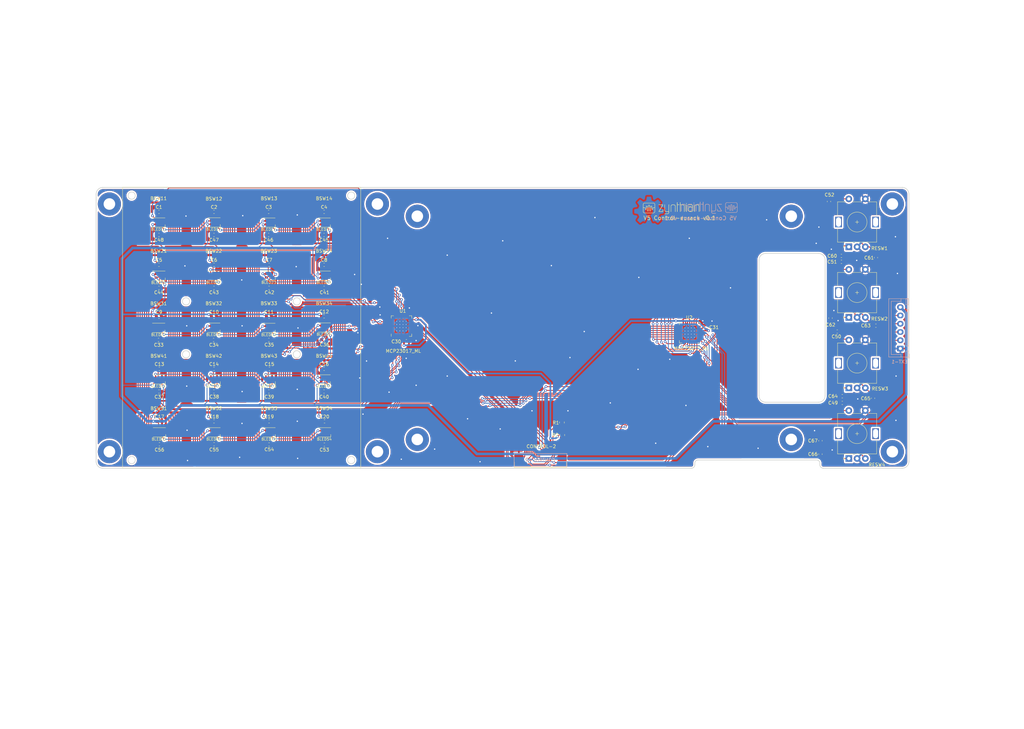
<source format=kicad_pcb>
(kicad_pcb (version 20211014) (generator pcbnew)
  (layers (0 "F.Cu" signal) (31 "B.Cu" signal) (34 "B.Paste" user) (35 "F.Paste" user) (36 "B.SilkS" user "B.Silkscreen") (37 "F.SilkS" user "F.Silkscreen") (38 "B.Mask" user) (39 "F.Mask" user) (44 "Edge.Cuts" user))
  (net 0 "")
  (net 1 "Net-(BLED11-Pad3)")
  (net 2 "5v")
  (net 3 "GND")
  (net 4 "Net-(BLED11-Pad1)")
  (net 5 "Net-(BLED12-Pad1)")
  (net 6 "Net-(BLED13-Pad1)")
  (net 7 "Net-(BLED14-Pad1)")
  (net 8 "Net-(BLED21-Pad1)")
  (net 9 "Net-(BLED21-Pad3)")
  (net 10 "Net-(BLED22-Pad3)")
  (net 11 "Net-(BLED23-Pad3)")
  (net 12 "Net-(BLED31-Pad1)")
  (net 13 "Net-(BLED32-Pad1)")
  (net 14 "Net-(BLED33-Pad1)")
  (net 15 "Net-(BLED34-Pad1)")
  (net 16 "Net-(BLED41-Pad1)")
  (net 17 "Net-(BLED41-Pad3)")
  (net 18 "Net-(BLED42-Pad3)")
  (net 19 "Net-(BLED43-Pad3)")
  (net 20 "Net-(BLED51-Pad1)")
  (net 21 "Net-(BLED52-Pad1)")
  (net 22 "Net-(BLED53-Pad1)")
  (net 24 "Net-(BSW11-Pad1)")
  (net 25 "Net-(BSW12-Pad1)")
  (net 26 "Net-(BSW13-Pad1)")
  (net 27 "Net-(BSW14-Pad1)")
  (net 28 "Net-(BSW21-Pad1)")
  (net 29 "Net-(BSW22-Pad1)")
  (net 30 "Net-(BSW23-Pad1)")
  (net 31 "Net-(BSW24-Pad1)")
  (net 32 "Net-(BSW31-Pad1)")
  (net 33 "Net-(BSW32-Pad1)")
  (net 34 "Net-(BSW33-Pad1)")
  (net 35 "Net-(BSW34-Pad1)")
  (net 36 "Net-(BSW41-Pad1)")
  (net 37 "Net-(BSW42-Pad1)")
  (net 38 "Net-(BSW43-Pad1)")
  (net 39 "Net-(BSW44-Pad1)")
  (net 40 "Net-(BSW51-Pad1)")
  (net 41 "Net-(BSW52-Pad1)")
  (net 42 "Net-(BSW53-Pad1)")
  (net 43 "Net-(BSW54-Pad1)")
  (net 44 "3.3v")
  (net 45 "pot4_sw")
  (net 46 "pot3_sw")
  (net 47 "pot2_sw")
  (net 48 "pot1_sw")
  (net 49 "pot1_a")
  (net 50 "pot1_b")
  (net 51 "pot2_a")
  (net 52 "pot2_b")
  (net 53 "pot3_a")
  (net 54 "pot3_b")
  (net 55 "pot4_a")
  (net 56 "pot4_b")
  (net 57 "SCL")
  (net 58 "SDA")
  (net 59 "int1")
  (net 60 "int2")
  (net 61 "int3")
  (net 62 "int4")
  (net 67 "int6")
  (net 68 "int7")
  (footprint "Capacitor_SMD:C_0603_1608Metric" (layer "F.Cu") (at 240.538 118.364 -90)
    (fp_text reference "C67")
    (fp_text value "10nf16v")
  )
  (footprint "V5:LED_WS2812-2020_2.2x2.0mm" (layer "F.Cu") (at 73.914 68.4276)
    (fp_text reference "BLED23")
    (fp_text value "WS2812B")
  )
  (footprint "Capacitor_SMD:C_0603_1608Metric" (layer "F.Cu") (at 257.302 62.992 -90)
    (fp_text reference "C61")
    (fp_text value "10nf16v")
  )
  (footprint "MountingHole:MountingHole_3.5mm_Pad" (layer "F.Cu") (at 25.666667 121.68)
    (fp_text reference "REF**" hide)
    (fp_text value "MountingHole_3.5mm_Pad" hide)
  )
  (footprint "Capacitor_SMD:C_0603_1608Metric" (layer "F.Cu") (at 206.03 84.05 90)
    (fp_text reference "C31")
    (fp_text value "1uf")
  )
  (footprint "MountingHole:MountingHole_3.5mm_Pad" (layer "F.Cu") (at 106.666667 46.78)
    (fp_text reference "REF**" hide)
    (fp_text value "MountingHole_3.5mm_Pad")
  )
  (footprint "Capacitor_SMD:C_0603_1608Metric" (layer "F.Cu") (at 73.8632 103.4796 180)
    (fp_text reference "C39")
    (fp_text value "47nf16v")
  )
  (footprint "Capacitor_SMD:C_0603_1608Metric" (layer "F.Cu") (at 246.888 64.262)
    (fp_text reference "C51")
    (fp_text value "47nf16v")
  )
  (footprint "Package_DFN_QFN:QFN-28-1EP_6x6mm_P0.65mm_EP4.25x4.25mm_ThermalVias" (layer "F.Cu") (at 201.04 85.68 180)
    (fp_text reference "U2")
    (fp_text value "MCP23017_ML")
  )
  (footprint "MountingHole:MountingHole_3.5mm_Pad" (layer "F.Cu") (at 262.266667 46.78)
    (fp_text reference "REF**" hide)
    (fp_text value "MountingHole_3.5mm_Pad" hide)
  )
  (footprint "V5:V5-KeyPad_LED" (layer "F.Cu") (at 40.5384 52.5018)
    (fp_text reference "BSW11")
    (fp_text value "SW_Push" hide)
  )
  (footprint "Capacitor_SMD:C_0603_1608Metric" (layer "F.Cu") (at 57.277 112.522)
    (fp_text reference "C18")
    (fp_text value "1uf")
  )
  (footprint "V5:LED_WS2812-2020_2.2x2.0mm" (layer "F.Cu") (at 57.2262 68.453)
    (fp_text reference "BLED22")
    (fp_text value "WS2812B")
  )
  (footprint "Capacitor_SMD:C_0603_1608Metric" (layer "F.Cu") (at 240.538 122.428 90)
    (fp_text reference "C66")
    (fp_text value "10nf16v")
  )
  (footprint "V5:V5-KeyPad_LED" (layer "F.Cu") (at 73.890482 100.1522)
    (fp_text reference "BSW43")
    (fp_text value "SW_Push" hide)
  )
  (footprint "Capacitor_SMD:C_0603_1608Metric" (layer "F.Cu") (at 256.45 105.53 -90)
    (fp_text reference "C65")
    (fp_text value "10nf16v")
  )
  (footprint "Package_DFN_QFN:QFN-28-1EP_6x6mm_P0.65mm_EP4.25x4.25mm_ThermalVias" (layer "F.Cu") (at 113.919 83.693 90)
    (fp_text reference "U1")
    (fp_text value "MCP23017_ML")
  )
  (footprint "Capacitor_SMD:C_0603_1608Metric" (layer "F.Cu") (at 57.3024 119.4308)
    (fp_text reference "C55")
    (fp_text value "47nf16v")
  )
  (footprint "V5:V5-KeyPad_LED" (layer "F.Cu") (at 57.228082 52.6288)
    (fp_text reference "BSW12")
    (fp_text value "SW_Push" hide)
  )
  (footprint "V5:V5 Keypad" (layer "F.Cu") (at 65.6336 84.1756)
    (fp_text reference "REF**" hide)
    (fp_text value "V5 Keypad")
  )
  (footprint "V5:V5-KeyPad_LED" (layer "F.Cu") (at 73.865082 68.4022)
    (fp_text reference "BSW23")
    (fp_text value "SW_Push" hide)
  )
  (footprint "Capacitor_SMD:C_0603_1608Metric" (layer "F.Cu") (at 247.142 106.934)
    (fp_text reference "C49")
    (fp_text value "47nf16v")
  )
  (footprint "Capacitor_SMD:C_0603_1608Metric" (layer "F.Cu") (at 57.15 87.884 180)
    (fp_text reference "C34")
    (fp_text value "47nf16v")
  )
  (footprint "Capacitor_SMD:C_0603_1608Metric" (layer "F.Cu") (at 90.5256 103.4796 180)
    (fp_text reference "C40")
    (fp_text value "47nf16v")
  )
  (footprint "Capacitor_SMD:C_0603_1608Metric" (layer "F.Cu") (at 40.64 103.4796 180)
    (fp_text reference "C37")
    (fp_text value "47nf16v")
  )
  (footprint "V5:V5-KeyPad_LED" (layer "F.Cu") (at 90.552882 100.1522)
    (fp_text reference "BSW44")
    (fp_text value "SW_Push" hide)
  )
  (footprint "V5:LED_WS2812-2020_2.2x2.0mm" (layer "F.Cu") (at 90.678 115.824)
    (fp_text reference "BLED54")
    (fp_text value "WS2812B")
  )
  (footprint "Capacitor_SMD:C_0603_1608Metric" (layer "F.Cu") (at 257.302 83.566)
    (fp_text reference "C63")
    (fp_text value "10nf16v")
  )
  (footprint "Capacitor_SMD:C_0603_1608Metric" (layer "F.Cu") (at 73.914 72.136)
    (fp_text reference "C42")
    (fp_text value "47nf16v")
  )
  (footprint "Capacitor_SMD:C_0603_1608Metric" (layer "F.Cu") (at 57.277 72.136)
    (fp_text reference "C43")
    (fp_text value "47nf16v")
  )
  (footprint "V5:LED_WS2812-2020_2.2x2.0mm" (layer "F.Cu") (at 40.5638 84.2264)
    (fp_text reference "BLED31")
    (fp_text value "WS2812B")
  )
  (footprint "Capacitor_SMD:C_0603_1608Metric" (layer "F.Cu") (at 73.787 49.149)
    (fp_text reference "C3")
    (fp_text value "1uf")
  )
  (footprint "MountingHole:MountingHole_3.5mm_Pad" (layer "F.Cu") (at 118.716667 117.98)
    (fp_text reference "REF**" hide)
    (fp_text value "MountingHole_3.5mm_Pad" hide)
  )
  (footprint "Capacitor_SMD:C_0603_1608Metric" (layer "F.Cu") (at 73.914 119.4816)
    (fp_text reference "C54")
    (fp_text value "47nf16v")
  )
  (footprint "Capacitor_SMD:C_0603_1608Metric" (layer "F.Cu") (at 90.678 112.522)
    (fp_text reference "C20")
    (fp_text value "1uf")
  )
  (footprint "Capacitor_SMD:C_0603_1608Metric" (layer "F.Cu") (at 57.277 65.151)
    (fp_text reference "C6")
    (fp_text value "1uf")
  )
  (footprint "Capacitor_SMD:C_0603_1608Metric" (layer "F.Cu") (at 57.277 80.899)
    (fp_text reference "C10")
    (fp_text value "1uf")
  )
  (footprint "MountingHole:MountingHole_3.5mm_Pad" (layer "F.Cu") (at 25.666667 46.78)
    (fp_text reference "REF**" hide)
    (fp_text value "MountingHole_3.5mm_Pad")
  )
  (footprint "Capacitor_SMD:C_0603_1608Metric" (layer "F.Cu") (at 246.875 62.484 180)
    (fp_text reference "C60")
    (fp_text value "10nf16v")
  )
  (footprint "Capacitor_SMD:C_0603_1608Metric" (layer "F.Cu") (at 40.64 65.151)
    (fp_text reference "C5")
    (fp_text value "1uf")
  )
  (footprint "V5:LED_WS2812-2020_2.2x2.0mm" (layer "F.Cu") (at 90.5764 68.453)
    (fp_text reference "BLED24")
    (fp_text value "WS2812B")
  )
  (footprint "V5:V5-KeyPad_LED" (layer "F.Cu") (at 57.228082 115.9764)
    (fp_text reference "BSW52")
    (fp_text value "SW_Push" hide)
  )
  (footprint "V5:V5-KeyPad_LED" (layer "F.Cu") (at 57.202682 100.1522)
    (fp_text reference "BSW42")
    (fp_text value "SW_Push" hide)
  )
  (footprint "V5:LED_WS2812-2020_2.2x2.0mm" (layer "F.Cu") (at 40.767 115.824)
    (fp_text reference "BLED51")
    (fp_text value "WS2812B")
  )
  (footprint "Capacitor_SMD:C_0603_1608Metric" (layer "F.Cu") (at 115.42 88.25)
    (fp_text reference "C30")
    (fp_text value "1uf")
  )
  (footprint "MountingHole:MountingHole_3.5mm_Pad" (layer "F.Cu") (at 231.716667 50.48)
    (fp_text reference "REF**" hide)
    (fp_text value "MountingHole_3.5mm_Pad" hide)
  )
  (footprint "V5:V5-KeyPad_LED" (layer "F.Cu") (at 40.5384 84.3026)
    (fp_text reference "BSW31")
    (fp_text value "SW_Push" hide)
  )
  (footprint "Capacitor_SMD:C_0603_1608Metric" (layer "F.Cu") (at 90.5764 87.7824 180)
    (fp_text reference "C36")
    (fp_text value "47nf16v")
  )
  (footprint "V5:LED_WS2812-2020_2.2x2.0mm" (layer "F.Cu") (at 73.914 115.824)
    (fp_text reference "BLED53")
    (fp_text value "WS2812B")
  )
  (footprint "V5:LED_WS2812-2020_2.2x2.0mm" (layer "F.Cu") (at 73.8632 52.4002)
    (fp_text reference "BLED13")
    (fp_text value "WS2812B")
  )
  (footprint "Capacitor_SMD:C_0603_1608Metric" (layer "F.Cu") (at 73.8632 87.884 180)
    (fp_text reference "C35")
    (fp_text value "47nf16v")
  )
  (footprint "Capacitor_SMD:C_0603_1608Metric" (layer "F.Cu") (at 245.618 85.344 180)
    (fp_text reference "C50")
    (fp_text value "47nf16v")
  )
  (footprint "V5:V5-KeyPad_LED" (layer "F.Cu") (at 90.552882 116.0018)
    (fp_text reference "BSW54")
    (fp_text value "SW_Push" hide)
  )
  (footprint "Capacitor_SMD:C_0603_1608Metric" (layer "F.Cu") (at 243.12 46.02 -90)
    (fp_text reference "C52")
    (fp_text value "47nf16v")
  )
  (footprint "V5:LED_WS2812-2020_2.2x2.0mm" (layer "F.Cu") (at 90.551 52.4002)
    (fp_text reference "BLED14")
    (fp_text value "WS2812B")
  )
  (footprint "Capacitor_SMD:C_0603_1608Metric" (layer "F.Cu") (at 40.64 49.149)
    (fp_text reference "C1")
    (fp_text value "1uf")
  )
  (footprint "Capacitor_SMD:C_0603_1608Metric" (layer "F.Cu") (at 40.7924 119.4308)
    (fp_text reference "C56")
    (fp_text value "47nf16v")
  )
  (footprint "Capacitor_SMD:C_0603_1608Metric" (layer "F.Cu") (at 243.586 81.28 90)
    (fp_text reference "C62")
    (fp_text value "10nf16v")
  )
  (footprint "Symbol:OSHW-Symbol_8.9x8mm_Copper" (layer "F.Cu") (at 213.267574 48.938677)
    (fp_text reference "REF**" hide)
    (fp_text value "OSHW-Symbol_8.9x8mm_Copper" hide)
  )
  (footprint "Capacitor_SMD:C_0603_1608Metric" (layer "F.Cu") (at 73.901 80.899)
    (fp_text reference "C11")
    (fp_text value "1uf")
  )
  (footprint "V5:V5-KeyPad_LED" (layer "F.Cu") (at 57.202682 68.4022)
    (fp_text reference "BSW22")
    (fp_text value "SW_Push" hide)
  )
  (footprint "Capacitor_SMD:C_0603_1608Metric" (layer "F.Cu") (at 57.2516 103.4796 180)
    (fp_text reference "C38")
    (fp_text value "47nf16v")
  )
  (footprint "V5:V5-KeyPad_LED" (layer "F.Cu") (at 90.551 52.5272)
    (fp_text reference "BSW14")
    (fp_text value "SW_Push" hide)
  )
  (footprint "Capacitor_SMD:C_0603_1608Metric" (layer "F.Cu") (at 40.767 96.647)
    (fp_text reference "C13")
    (fp_text value "1uf")
  )
  (footprint "Capacitor_SMD:C_0603_1608Metric" (layer "F.Cu") (at 90.551 72.136)
    (fp_text reference "C41")
    (fp_text value "47nf16v")
  )
  (footprint "Capacitor_SMD:C_0603_1608Metric" (layer "F.Cu") (at 90.551 96.647)
    (fp_text reference "C16")
    (fp_text value "1uf")
  )
  (footprint "V5:LED_WS2812-2020_2.2x2.0mm" (layer "F.Cu") (at 90.5764 84.1248)
    (fp_text reference "BLED34")
    (fp_text value "WS2812B")
  )
  (footprint "V5:V5-KeyPad_LED" (layer "F.Cu") (at 90.552882 84.2518)
    (fp_text reference "BSW34")
    (fp_text value "SW_Push" hide)
  )
  (footprint "Capacitor_SMD:C_0603_1608Metric" (layer "F.Cu") (at 40.513 87.884 180)
    (fp_text reference "C33")
    (fp_text value "47nf16v")
  )
  (footprint "Capacitor_SMD:C_0603_1608Metric" (layer "F.Cu") (at 40.78 112.522)
    (fp_text reference "C17")
    (fp_text value "1uf")
  )
  (footprint "V5:RotaryEncoder_Alps_EC11E-Switch_Vertical_H20mm" (layer "F.Cu") (at 251.616667 52.23 90)
    (fp_text reference "RESW1")
    (fp_text value "Rotary_Encoder_Switch" hide)
  )
  (footprint "Capacitor_SMD:C_0603_1608Metric" (layer "F.Cu") (at 74.041 96.647)
    (fp_text reference "C15")
    (fp_text value "1uf")
  )
  (footprint "V5:LED_WS2812-2020_2.2x2.0mm" (layer "F.Cu") (at 73.865082 84.2518)
    (fp_text reference "BLED33")
    (fp_text value "WS2812B")
  )
  (footprint "Capacitor_SMD:C_0603_1608Metric" (layer "F.Cu") (at 90.551 65.151)
    (fp_text reference "C8")
    (fp_text value "1uf")
  )
  (footprint "Capacitor_SMD:C_0603_1608Metric" (layer "F.Cu") (at 90.551 80.772)
    (fp_text reference "C12")
    (fp_text value "1uf")
  )
  (footprint "Capacitor_SMD:C_0603_1608Metric" (layer "F.Cu") (at 90.538 56.134)
    (fp_text reference "C45")
    (fp_text value "47nf16v")
  )
  (footprint "V5:LED_WS2812-2020_2.2x2.0mm" (layer "F.Cu") (at 40.6146 68.4784)
    (fp_text reference "BLED21")
    (fp_text value "WS2812B")
  )
  (footprint "Capacitor_SMD:C_0603_1608Metric" (layer "F.Cu") (at 40.64 56.134)
    (fp_text reference "C48")
    (fp_text value "47nf16v")
  )
  (footprint "Capacitor_SMD:C_0603_1608Metric" (layer "F.Cu") (at 57.277 96.647)
    (fp_text reference "C14")
    (fp_text value "1uf")
  )
  (footprint "V5:LED_WS2812-2020_2.2x2.0mm" (layer "F.Cu") (at 57.2008 84.201)
    (fp_text reference "BLED32")
    (fp_text value "WS2812B")
  )
  (footprint "Capacitor_SMD:C_0603_1608Metric" (layer "F.Cu") (at 73.914 112.522)
    (fp_text reference "C19")
    (fp_text value "1uf")
  )
  (footprint "V5:LED_WS2812-2020_2.2x2.0mm" (layer "F.Cu") (at 90.551 99.822)
    (fp_text reference "BLED44")
    (fp_text value "WS2812B")
  )
  (footprint "Capacitor_SMD:C_0603_1608Metric" (layer "F.Cu") (at 247.142 104.902 180)
    (fp_text reference "C64")
    (fp_text value "10nf16v")
  )
  (footprint "V5:V5-KeyPad_LED" (layer "F.Cu") (at 40.565682 100.1522)
    (fp_text reference "BSW41")
    (fp_text value "SW_Push" hide)
  )
  (footprint "Resistor_SMD:R_0805_2012Metric" (layer "F.Cu") (at 162.42 112.85 -90)
    (fp_text reference "R1")
    (fp_text value "10K")
  )
  (footprint "Capacitor_SMD:C_0603_1608Metric" (layer "F.Cu") (at 90.6272 119.5324)
    (fp_text reference "C53")
    (fp_text value "47nf16v")
  )
  (footprint "MountingHole:MountingHole_3.5mm_Pad" (layer "F.Cu") (at 231.716667 117.98)
    (fp_text reference "REF**" hide)
    (fp_text value "MountingHole_3.5mm_Pad" hide)
  )
  (footprint "V5:Zynthian Logo" (layer "F.Cu") (at 195.414 47.975)
    (fp_text reference "G***" hide)
    (fp_text value "LOGO" hide)
  )
  (footprint "Capacitor_SMD:C_0603_1608Metric" (layer "F.Cu") (at 40.64 80.899)
    (fp_text reference "C9")
    (fp_text value "1uf")
  )
  (footprint "V5:SFV20R-4STE1LF_thinpads" (layer "F.Cu") (at 155.93 124.1905 180)
    (fp_text reference "CONTROL-2")
    (fp_text value "Conn_01x22" hide)
  )
  (footprint "V5:LED_WS2812-2020_2.2x2.0mm" (layer "F.Cu") (at 57.277 99.822)
    (fp_text reference "BLED42")
    (fp_text value "WS2812B")
  )
  (footprint "V5:LED_WS2812-2020_2.2x2.0mm" (layer "F.Cu") (at 73.914 99.822)
    (fp_text reference "BLED43")
    (fp_text value "WS2812B")
  )
  (footprint "V5:LED_WS2812-2020_2.2x2.0mm" (layer "F.Cu") (at 57.277 52.3494)
    (fp_text reference "BLED12")
    (fp_text value "WS2812B")
  )
  (footprint "V5:V5-KeyPad_LED" (layer "F.Cu") (at 40.565682 116.0272)
    (fp_text reference "BSW51")
    (fp_text value "SW_Push" hide)
  )
  (footprint "V5:RotaryEncoder_Alps_EC11E-Switch_Vertical_H20mm" (layer "F.Cu") (at 251.616667 73.563334 90)
    (fp_text reference "RESW2")
    (fp_text value "Rotary_Encoder_Switch" hide)
  )
  (footprint "V5:V5-KeyPad_LED" (layer "F.Cu") (at 40.565682 68.3768)
    (fp_text reference "BSW21")
    (fp_text value "SW_Push" hide)
  )
  (footprint "Capacitor_SMD:C_0603_1608Metric" (layer "F.Cu") (at 40.64 72.136)
    (fp_text reference "C44")
    (fp_text value "47nf16v")
  )
  (footprint "V5:V5-KeyPad_LED" (layer "F.Cu") (at 57.202682 84.2772)
    (fp_text reference "BSW32")
    (fp_text value "SW_Push" hide)
  )
  (footprint "MountingHole:MountingHole_3.5mm_Pad" (layer "F.Cu") (at 106.666667 121.68)
    (fp_text reference "REF**" hide)
    (fp_text value "MountingHole_3.5mm_Pad" hide)
  )
  (footprint "V5:LED_WS2812-2020_2.2x2.0mm" (layer "F.Cu") (at 40.5892 52.3748)
    (fp_text reference "BLED11")
    (fp_text value "WS2812B")
  )
  (footprint "V5:LED_WS2812-2020_2.2x2.0mm" (layer "F.Cu") (at 57.277 115.824)
    (fp_text reference "BLED52")
    (fp_text value "WS2812B")
  )
  (footprint "V5:V5-KeyPad_LED" (layer "F.Cu") (at 90.527482 68.4022)
    (fp_text reference "BSW24")
    (fp_text value "SW_Push" hide)
  )
  (footprint "MountingHole:MountingHole_3.5mm_Pad" (layer "F.Cu") (at 262.266667 121.68)
    (fp_text reference "REF**" hide)
    (fp_text value "MountingHole_3.5mm_Pad" hide)
  )
  (footprint "V5:V5-KeyPad_LED" (layer "F.Cu") (at 73.890482 52.5272)
    (fp_text reference "BSW13")
    (fp_text value "SW_Push" hide)
  )
  (footprint "Resistor_SMD:R_0805_2012Metric" (layer "F.Cu") (at 162.49 116.65 -90)
    (fp_text reference "R2")
    (fp_text value "10K")
  )
  (footprint "MountingHole:MountingHole_3.5mm_Pad" (layer "F.Cu") (at 118.716667 50.48)
    (fp_text reference "REF**" hide)
    (fp_text value "MountingHole_3.5mm_Pad" hide)
  )
  (footprint "Capacitor_SMD:C_0603_1608Metric" (layer "F.Cu") (at 73.914 65.151)
    (fp_text reference "C7")
    (fp_text value "1uf")
  )
  (footprint "Capacitor_SMD:C_0603_1608Metric" (layer "F.Cu") (at 57.277 49.149)
    (fp_text reference "C2")
    (fp_text value "1uf")
  )
  (footprint "V5:LED_WS2812-2020_2.2x2.0mm" (layer "F.Cu") (at 40.64 99.822)
    (fp_text reference "BLED41")
    (fp_text value "WS2812B")
  )
  (footprint "Capacitor_SMD:C_0603_1608Metric" (layer "F.Cu") (at 73.787 56.134)
    (fp_text reference "C46")
    (fp_text value "47nf16v")
  )
  (footprint "V5:V5-KeyPad_LED" (layer "F.Cu") (at 73.865082 84.2518)
    (fp_text reference "BSW33")
    (fp_text value "SW_Push" hide)
  )
  (footprint "V5:RotaryEncoder_Alps_EC11E-Switch_Vertical_H20mm" (layer "F.Cu") (at 251.616667 116.23 90)
    (fp_text reference "RESW4")
    (fp_text value "Rotary_Encoder_Switch" hide)
  )
  (footprint "Capacitor_SMD:C_0603_1608Metric" (layer "F.Cu") (at 57.277 56.134)
    (fp_text reference "C47")
    (fp_text value "47nf16v")
  )
  (footprint "V5:V5-KeyPad_LED" (layer "F.Cu") (at 73.890482 116.0272)
    (fp_text reference "BSW53")
    (fp_text value "SW_Push" hide)
  )
  (footprint "V5:RotaryEncoder_Alps_EC11E-Switch_Vertical_H20mm" (layer "F.Cu") (at 251.616667 94.896667 90)
    (fp_text reference "RESW3")
    (fp_text value "Rotary_Encoder_Switch" hide)
  )
  (footprint "Capacitor_SMD:C_0603_1608Metric" (layer "F.Cu") (at 90.551 49.149)
    (fp_text reference "C4")
    (fp_text value "1uf")
  )
  (footprint "Symbol:OSHW-Symbol_8.9x8mm_Copper" (layer "B.Cu") (at 188.732427 48.568677 180)
    (fp_text reference "REF**" hide)
    (fp_text value "OSHW-Symbol_8.9x8mm_Copper" hide)
  )
  (footprint "V5:Zynthian Logo" (layer "B.Cu") (at 206.950518 47.826152 180)
    (fp_text reference "G***" hide)
    (fp_text value "LOGO" hide)
  )
  (footprint "Connector_JST:JST_XH_B6B-XH-A_1x06_P2.50mm_Vertical" (layer "B.Cu") (at 264.685 90.49 90)
    (fp_text reference "EXT-1")
    (fp_text value "Conn_01x06_Male")
  )
  (gr_rect (start 147.98 122.255) (end 163.92 126.165) (layer "B.SilkS") (width 0.15) (fill none))
  (gr_circle (center 32.388921 44.23959) (end 33.488921 44.23959) (layer "Edge.Cuts") (width 0.2) (fill none))
  (gr_arc (start 239.386667 124.18) (mid 240.093749 124.472918) (end 240.386667 125.18) (layer "Edge.Cuts") (width 0.2))
  (gr_circle (center 32.388921 124.218046) (end 33.488921 124.218046) (layer "Edge.Cuts") (width 0.2) (fill none))
  (gr_circle (center 48.832607 76.228818) (end 49.932607 76.228818) (layer "Edge.Cuts") (width 0.2) (fill none))
  (gr_line (start 202.566667 125.68) (end 202.566667 125.18) (layer "Edge.Cuts") (width 0.2))
  (gr_arc (start 202.566667 125.68) (mid 202.273793 126.387126) (end 201.566667 126.68) (layer "Edge.Cuts") (width 0.2))
  (gr_line (start 240.386667 125.68) (end 240.386667 125.18) (layer "Edge.Cuts") (width 0.2))
  (gr_line (start 21.666667 43.78) (end 21.666667 124.68) (layer "Edge.Cuts") (width 0.2))
  (gr_circle (center 98.742959 44.23959) (end 99.842959 44.23959) (layer "Edge.Cuts") (width 0.2) (fill none))
  (gr_line (start 223.966667 61.73) (end 239.966667 61.73) (layer "Edge.Cuts") (width 0.2))
  (gr_line (start 241.966667 63.73) (end 241.966667 104.73) (layer "Edge.Cuts") (width 0.2))
  (gr_arc (start 265.266667 41.78) (mid 266.680856 42.365811) (end 267.266667 43.78) (layer "Edge.Cuts") (width 0.2))
  (gr_line (start 221.966667 104.73) (end 221.966667 63.73) (layer "Edge.Cuts") (width 0.2))
  (gr_arc (start 239.966667 61.73) (mid 241.380856 62.315811) (end 241.966667 63.73) (layer "Edge.Cuts") (width 0.2))
  (gr_arc (start 267.266667 124.68) (mid 266.6809 126.094233) (end 265.266667 126.68) (layer "Edge.Cuts") (width 0.2))
  (gr_arc (start 241.386667 126.68) (mid 240.679536 126.387131) (end 240.386667 125.68) (layer "Edge.Cuts") (width 0.2))
  (gr_circle (center 82.299273 76.228818) (end 83.399273 76.228818) (layer "Edge.Cuts") (width 0.2) (fill none))
  (gr_circle (center 48.832607 92.228818) (end 49.932607 92.228818) (layer "Edge.Cuts") (width 0.2) (fill none))
  (gr_arc (start 241.966667 104.73) (mid 241.3809 106.144233) (end 239.966667 106.73) (layer "Edge.Cuts") (width 0.2))
  (gr_circle (center 98.742959 124.218046) (end 99.842959 124.218046) (layer "Edge.Cuts") (width 0.2) (fill none))
  (gr_arc (start 202.566667 125.18) (mid 202.85958 124.472913) (end 203.566667 124.18) (layer "Edge.Cuts") (width 0.2))
  (gr_line (start 267.266667 124.68) (end 267.266667 43.78) (layer "Edge.Cuts") (width 0.2))
  (gr_arc (start 221.966667 63.73) (mid 222.552473 62.315806) (end 223.966667 61.73) (layer "Edge.Cuts") (width 0.2))
  (gr_line (start 23.666667 126.68) (end 201.566667 126.68) (layer "Edge.Cuts") (width 0.2))
  (gr_line (start 241.386667 126.68) (end 265.266667 126.68) (layer "Edge.Cuts") (width 0.2))
  (gr_arc (start 23.666667 126.68) (mid 22.252429 126.094238) (end 21.666667 124.68) (layer "Edge.Cuts") (width 0.2))
  (gr_line (start 265.266667 41.78) (end 23.666667 41.78) (layer "Edge.Cuts") (width 0.2))
  (gr_circle (center 82.299273 92.228818) (end 83.399273 92.228818) (layer "Edge.Cuts") (width 0.2) (fill none))
  (gr_line (start 203.566667 124.18) (end 239.386667 124.18) (layer "Edge.Cuts") (width 0.2))
  (gr_arc (start 21.666667 43.78) (mid 22.252469 42.365802) (end 23.666667 41.78) (layer "Edge.Cuts") (width 0.2))
  (gr_line (start 239.966667 106.73) (end 223.966667 106.73) (layer "Edge.Cuts") (width 0.2))
  (gr_arc (start 223.966667 106.73) (mid 222.552429 106.144238) (end 221.966667 104.73) (layer "Edge.Cuts") (width 0.2))
  (gr_text "V5 Control-eurack v0.1" (at 204.34 51.06) (layer "B.SilkS") (effects (font (size 1.2 1.2)) (justify mirror)))
  (gr_text "V5 Control-eurack v0.1" (at 197.94 51.01) (layer "F.SilkS") (effects (font (size 1.2 1.2))))
  (segment (start 120.56 79.15) (end 101.814758 60.404758) (width 0.25) (layer "F.Cu") (net 1))
  (segment (start 101.814758 42.886758) (end 100.838 41.91) (width 0.25) (layer "F.Cu") (net 1))
  (segment (start 101.814758 60.404758) (end 101.814758 42.886758) (width 0.25) (layer "F.Cu") (net 1))
  (segment (start 120.56 80.65) (end 120.56 79.15) (width 0.25) (layer "F.Cu") (net 1))
  (segment (start 158.179998 118.269998) (end 120.56 80.65) (width 0.25) (layer "F.Cu") (net 1))
  (segment (start 39.6742 51.3582) (end 38.6588 50.3428) (width 0.25) (layer "F.Cu") (net 1))
  (segment (start 158.179998 122.095) (end 158.179998 118.269998) (width 0.25) (layer "F.Cu") (net 1))
  (segment (start 100.838 41.91) (end 43.6415 41.91) (width 0.25) (layer "F.Cu") (net 1))
  (segment (start 43.6415 41.91) (end 40.132 45.4195) (width 0.25) (layer "F.Cu") (net 1))
  (segment (start 39.6742 51.8248) (end 39.6742 51.3582) (width 0.25) (layer "F.Cu") (net 1))
  (via (at 40.132 45.4195) (size 0.8) (drill 0.4) (layers "F.Cu" "B.Cu") (net 1))
  (via (at 38.6588 50.3428) (size 0.8) (drill 0.4) (layers "F.Cu" "B.Cu") (net 1))
  (segment (start 38.6588 50.3428) (end 38.6588 47.498) (width 0.25) (layer "B.Cu") (net 1))
  (segment (start 38.6588 47.498) (end 38.6588 46.8927) (width 0.25) (layer "B.Cu") (net 1))
  (segment (start 38.6588 46.8927) (end 40.132 45.4195) (width 0.25) (layer "B.Cu") (net 1))
  (segment (start 73.266 96.647) (end 73.674 97.055) (width 0.25) (layer "F.Cu") (net 2))
  (segment (start 154.68 122.095) (end 154.679999 123.460003) (width 0.25) (layer "F.Cu") (net 2))
  (segment (start 72.999 100.372) (end 72.9576 100.372) (width 0.25) (layer "F.Cu") (net 2))
  (segment (start 73.704 116.269) (end 73.599 116.374) (width 0.25) (layer "F.Cu") (net 2))
  (segment (start 155.179998 123.460002) (end 155.069998 123.570002) (width 0.25) (layer "F.Cu") (net 2))
  (segment (start 40.4 100.0112) (end 40.0392 100.372) (width 0.25) (layer "F.Cu") (net 2))
  (segment (start 73.126 80.899) (end 73.126 80.7968) (width 0.25) (layer "F.Cu") (net 2))
  (segment (start 40.3746 68.947) (end 40.2932 69.0284) (width 0.25) (layer "F.Cu") (net 2))
  (segment (start 73.625082 81.398082) (end 73.625082 84.7268) (width 0.25) (layer "F.Cu") (net 2))
  (segment (start 89.903 111.8486) (end 88.9508 110.8964) (width 0.25) (layer "F.Cu") (net 2))
  (segment (start 40.005 112.522) (end 40.527 113.044) (width 0.25) (layer "F.Cu") (net 2))
  (segment (start 89.903 112.522) (end 90.468 113.087) (width 0.25) (layer "F.Cu") (net 2))
  (segment (start 89.9248 100.372) (end 89.636 100.372) (width 0.25) (layer "F.Cu") (net 2))
  (segment (start 155.41 123.71) (end 154.45 123.71) (width 0.8) (layer "F.Cu") (net 2))
  (segment (start 90.468 116.269) (end 90.363 116.374) (width 0.25) (layer "F.Cu") (net 2))
  (segment (start 56.9508 84.686) (end 56.9508 81.3478) (width 0.25) (layer "F.Cu") (net 2))
  (segment (start 39.992 96.647) (end 40.4 97.055) (width 0.25) (layer "F.Cu") (net 2))
  (segment (start 90.363 116.374) (end 89.763 116.374) (width 0.25) (layer "F.Cu") (net 2))
  (segment (start 57.037 113.057) (end 57.037 116.1402) (width 0.25) (layer "F.Cu") (net 2))
  (segment (start 154.68 122.095) (end 155.179999 122.095) (width 0.25) (layer "F.Cu") (net 2))
  (segment (start 73.599 116.374) (end 72.999 116.374) (width 0.25) (layer "F.Cu") (net 2))
  (segment (start 73.599 100.372) (end 72.999 100.372) (width 0.25) (layer "F.Cu") (net 2))
  (segment (start 73.625082 84.7268) (end 73.550082 84.8018) (width 0.25) (layer "F.Cu") (net 2))
  (segment (start 89.636 100.372) (end 89.636 100.4068) (width 0.25) (layer "F.Cu") (net 2))
  (segment (start 90.3364 84.2498) (end 89.9114 84.6748) (width 0.25) (layer "F.Cu") (net 2))
  (segment (start 90.311 52.5252) (end 89.886 52.9502) (width 0.25) (layer "F.Cu") (net 2))
  (segment (start 73.139 112.522) (end 73.139 111.8486) (width 0.25) (layer "F.Cu") (net 2))
  (segment (start 154.789998 123.570002) (end 154.679999 123.460003) (width 0.25) (layer "F.Cu") (net 2))
  (segment (start 40.3746 65.6606) (end 40.3746 68.947) (width 0.25) (layer "F.Cu") (net 2))
  (segment (start 72.9576 100.372) (end 71.8312 101.4984) (width 0.25) (layer "F.Cu") (net 2))
  (segment (start 72.9482 52.9502) (end 73.1982 52.9502) (width 0.25) (layer "F.Cu") (net 2))
  (segment (start 39.8988 84.7764) (end 39.6488 84.7764) (width 0.25) (layer "F.Cu") (net 2))
  (segment (start 90.3364 68.5152) (end 89.8486 69.003) (width 0.25) (layer "F.Cu") (net 2))
  (segment (start 56.473 52.8994) (end 56.362 52.8994) (width 0.25) (layer "F.Cu") (net 2))
  (segment (start 154.319998 123.580002) (end 154.56 123.580002) (width 0.25) (layer "F.Cu") (net 2))
  (segment (start 40.4 97.055) (end 40.4 100.0112) (width 0.25) (layer "F.Cu") (net 2))
  (segment (start 39.1284 80.1624) (end 39.865 80.899) (width 0.25) (layer "F.Cu") (net 2))
  (segment (start 40.005 112.522) (end 39.0144 112.522) (width 0.25) (layer "F.Cu") (net 2))
  (segment (start 56.9508 81.3478) (end 56.502 80.899) (width 0.25) (layer "F.Cu") (net 2))
  (segment (start 89.9114 84.6748) (end 89.6614 84.6748) (width 0.25) (layer "F.Cu") (net 2))
  (segment (start 40.527 113.044) (end 40.527 116.299) (width 0.25) (layer "F.Cu") (net 2))
  (segment (start 39.0144 112.522) (end 38.9636 112.4712) (width 0.25) (layer "F.Cu") (net 2))
  (segment (start 72.221 52.9502) (end 72.136 53.0352) (width 0.25) (layer "F.Cu") (net 2))
  (segment (start 40.527 116.299) (end 40.452 116.374) (width 0.25) (layer "F.Cu") (net 2))
  (segment (start 89.8486 69.003) (end 89.6614 69.003) (width 0.25) (layer "F.Cu") (net 2))
  (segment (start 90.3364 81.3324) (end 90.3364 84.2498) (width 0.25) (layer "F.Cu") (net 2))
  (segment (start 155.68 122.095) (end 155.68 123.36) (width 0.25) (layer "F.Cu") (net 2))
  (segment (start 56.502 65.151) (end 56.502 64.3252) (width 0.25) (layer "F.Cu") (net 2))
  (segment (start 155.069998 123.570002) (end 154.789998 123.570002) (width 0.25) (layer "F.Cu") (net 2))
  (segment (start 56.362 52.8994) (end 55.390054 52.8994) (width 0.25) (layer "F.Cu") (net 2))
  (segment (start 73.4148 68.9776) (end 72.999 68.9776) (width 0.25) (layer "F.Cu") (net 2))
  (segment (start 56.8032 116.374) (end 56.362 116.374) (width 0.25) (layer "F.Cu") (net 2))
  (segment (start 73.126 80.7968) (end 72.4916 80.1624) (width 0.25) (layer "F.Cu") (net 2))
  (segment (start 57.067 100.267) (end 56.962 100.372) (width 0.25) (layer "F.Cu") (net 2))
  (segment (start 57.067 97.212) (end 57.067 100.267) (width 0.25) (layer "F.Cu") (net 2))
  (segment (start 56.502 112.522) (end 57.037 113.057) (width 0.25) (layer "F.Cu") (net 2))
  (segment (start 155.179999 122.095) (end 155.179998 123.460002) (width 0.25) (layer "F.Cu") (net 2))
  (segment (start 155.289998 123.570002) (end 155.179998 123.460002) (width 0.25) (layer "F.Cu") (net 2))
  (segment (start 89.4748 69.1896) (end 89.6614 69.003) (width 0.25) (layer "F.Cu") (net 2))
  (segment (start 73.6232 52.5252) (end 73.6232 49.7602) (width 0.25) (layer "F.Cu") (net 2))
  (segment (start 89.776 80.772) (end 90.3364 81.3324) (width 0.25) (layer "F.Cu") (net 2))
  (segment (start 40.2742 52.9248) (end 39.6742 52.9248) (width 0.25) (layer "F.Cu") (net 2))
  (segment (start 89.776 96.647) (end 90.311 97.182) (width 0.25) (layer "F.Cu") (net 2))
  (segment (start 56.502 96.647) (end 57.067 97.212) (width 0.25) (layer "F.Cu") (net 2))
  (segment (start 39.6742 52.9248) (end 38.82 52.9248) (width 0.25) (layer "F.Cu") (net 2))
  (segment (start 56.502 65.151) (end 56.9862 65.6352) (width 0.25) (layer "F.Cu") (net 2))
  (segment (start 73.550082 84.8018) (end 72.950082 84.8018) (width 0.25) (layer "F.Cu") (net 2))
  (segment (start 73.1982 52.9502) (end 73.6232 52.5252) (width 0.25) (layer "F.Cu") (net 2))
  (segment (start 39.865 80.899) (end 40.3238 81.3578) (width 0.25) (layer "F.Cu") (net 2))
  (segment (start 39.865 65.151) (end 39.865 64.249) (width 0.25) (layer "F.Cu") (net 2))
  (segment (start 57.037 116.1402) (end 56.8032 116.374) (width 0.25) (layer "F.Cu") (net 2))
  (segment (start 90.3364 65.7114) (end 90.3364 68.5152) (width 0.25) (layer "F.Cu") (net 2))
  (segment (start 73.674 100.297) (end 73.599 100.372) (width 0.25) (layer "F.Cu") (net 2))
  (segment (start 56.962 100.372) (end 56.362 100.372) (width 0.25) (layer "F.Cu") (net 2))
  (segment (start 38.82 52.9248) (end 38.7604 52.9844) (width 0.25) (layer "F.Cu") (net 2))
  (segment (start 73.139 112.522) (end 73.704 113.087) (width 0.25) (layer "F.Cu") (net 2))
  (segment (start 73.674 97.055) (end 73.674 100.297) (width 0.25) (layer "F.Cu") (net 2))
  (segment (start 40.0392 100.372) (end 39.725 100.372) (width 0.25) (layer "F.Cu") (net 2))
  (segment (start 39.865 65.151) (end 40.3746 65.6606) (width 0.25) (layer "F.Cu") (net 2))
  (segment (start 89.903 112.522) (end 89.903 111.8486) (width 0.25) (layer "F.Cu") (net 2))
  (segment (start 90.311 49.684) (end 90.311 52.5252) (width 0.25) (layer "F.Cu") (net 2))
  (segment (start 73.704 113.087) (end 73.704 116.269) (width 0.25) (layer "F.Cu") (net 2))
  (segment (start 89.636 100.4068) (end 88.4428 101.6) (width 0.25) (layer "F.Cu") (net 2))
  (segment (start 56.502 64.3252) (end 55.9816 63.8048) (width 0.25) (layer "F.Cu") (net 2))
  (segment (start 56.515 49.149) (end 57.037 49.671) (width 0.25) (layer "F.Cu") (net 2))
  (segment (start 154.179998 122.095) (end 154.179998 123.440002) (width 0.25) (layer "F.Cu") (net 2))
  (segment (start 56.502 112.522) (end 56.502 112.0264) (width 0.25) (layer "F.Cu") (net 2))
  (segment (start 39.725 100.372) (end 39.725 100.3814) (width 0.25) (layer "F.Cu") (net 2))
  (segment (start 73.126 80.899) (end 73.625082 81.398082) (width 0.25) (layer "F.Cu") (net 2))
  (segment (start 56.9862 65.6352) (end 56.9862 68.3882) (width 0.25) (layer "F.Cu") (net 2))
  (segment (start 88.7476 69.1896) (end 89.4748 69.1896) (width 0.25) (layer "F.Cu") (net 2))
  (segment (start 57.037 49.671) (end 57.037 52.3354) (width 0.25) (layer "F.Cu") (net 2))
  (segment (start 89.776 80.772) (end 89.7128 80.772) (width 0.25) (layer "F.Cu") (net 2))
  (segment (start 40.2932 69.0284) (end 39.6996 69.0284) (width 0.25) (layer "F.Cu") (net 2))
  (segment (start 40.3492 52.8498) (end 40.2742 52.9248) (width 0.25) (layer "F.Cu") (net 2))
  (segment (start 73.674 68.7184) (end 73.4148 68.9776) (width 0.25) (layer "F.Cu") (net 2))
  (segment (start 73.674 65.686) (end 73.674 68.7184) (width 0.25) (layer "F.Cu") (net 2))
  (segment (start 154.56 123.580002) (end 154.679999 123.460003) (width 0.25) (layer "F.Cu") (net 2))
  (segment (start 73.139 111.8486) (end 72.2376 110.9472) (width 0.25) (layer "F.Cu") (net 2))
  (segment (start 90.468 113.087) (end 90.468 116.269) (width 0.25) (layer "F.Cu") (net 2))
  (segment (start 73.6232 49.7602) (end 73.012 49.149) (width 0.25) (layer "F.Cu") (net 2))
  (segment (start 72.9482 52.9502) (end 72.221 52.9502) (width 0.25) (layer "F.Cu") (net 2))
  (segment (start 56.2858 84.751) (end 56.8858 84.751) (width 0.25) (layer "F.Cu") (net 2))
  (segment (start 55.390054 52.8994) (end 55.373733 52.915721) (width 0.25) (layer "F.Cu") (net 2))
  (segment (start 40.3238 84.3514) (end 39.8988 84.7764) (width 0.25) (layer "F.Cu") (net 2))
  (segment (start 39.865 64.249) (end 39.4208 63.8048) (width 0.25) (layer "F.Cu") (net 2))
  (segment (start 56.4388 80.899) (end 55.7022 80.1624) (width 0.25) (layer "F.Cu") (net 2))
  (segment (start 56.502 49.149) (end 56.515 49.149) (width 0.25) (layer "F.Cu") (net 2))
  (segment (start 154.179998 123.440002) (end 154.319998 123.580002) (width 0.25) (layer "F.Cu") (net 2))
  (segment (start 56.8858 84.751) (end 56.9508 84.686) (width 0.25) (layer "F.Cu") (net 2))
  (segment (start 39.725 100.3814) (end 38.5572 101.5492) (width 0.25) (layer "F.Cu") (net 2))
  (segment (start 56.502 80.899) (end 56.4388 80.899) (width 0.25) (layer "F.Cu") (net 2))
  (segment (start 89.886 52.9502) (end 89.636 52.9502) (width 0.25) (layer "F.Cu") (net 2))
  (segment (start 40.3492 49.6332) (end 40.3492 52.8498) (width 0.25) (layer "F.Cu") (net 2))
  (segment (start 56.362 100.372) (end 56.2952 100.372) (width 0.25) (layer "F.Cu") (net 2))
  (segment (start 73.139 64.1982) (end 72.644 63.7032) (width 0.25) (layer "F.Cu") (net 2))
  (segment (start 40.452 116.374) (end 39.852 116.374) (width 0.25) (layer "F.Cu") (net 2))
  (segment (start 155.469998 123.570002) (end 155.289998 123.570002) (width 0.25) (layer "F.Cu") (net 2))
  (segment (start 155.68 123.36) (end 155.469998 123.570002) (width 0.25) (layer "F.Cu") (net 2))
  (segment (start 39.865 49.149) (end 40.3492 49.6332) (width 0.25) (layer "F.Cu") (net 2))
  (segment (start 73.139 65.151) (end 73.674 65.686) (width 0.25) (layer "F.Cu") (net 2))
  (segment (start 155.179999 122.095) (end 155.68 122.095) (width 0.25) (layer "F.Cu") (net 2))
  (segment (start 57.037 52.3354) (end 56.473 52.8994) (width 0.25) (layer "F.Cu") (net 2))
  (segment (start 56.2952 100.372) (end 55.1688 101.4984) (width 0.25) (layer "F.Cu") (net 2))
  (segment (start 154.179998 122.095) (end 154.68 122.095) (width 0.25) (layer "F.Cu") (net 2))
  (segment (start 90.311 97.182) (end 90.311 99.9858) (width 0.25) (layer "F.Cu") (net 2))
  (segment (start 56.3714 69.003) (end 56.3112 69.003) (width 0.25) (layer "F.Cu") (net 2))
  (segment (start 89.7128 80.772) (end 89.1032 80.1624) (width 0.25) (layer "F.Cu") (net 2))
  (segment (start 89.776 49.149) (end 90.311 49.684) (width 0.25) (layer "F.Cu") (net 2))
  (segment (start 56.502 112.0264) (end 55.5752 111.0996) (width 0.25) (layer "F.Cu") (net 2))
  (segment (start 56.9862 68.3882) (end 56.3714 69.003) (width 0.25) (layer "F.Cu") (net 2))
  (segment (start 90.311 99.9858) (end 89.9248 100.372) (width 0.25) (layer "F.Cu") (net 2))
  (segment (start 89.776 65.151) (end 90.3364 65.7114) (width 0.25) (layer "F.Cu") (net 2))
  (segment (start 40.3238 81.3578) (end 40.3238 84.3514) (width 0.25) (layer "F.Cu") (net 2))
  (segment (start 88.9342 52.9502) (end 88.7984 53.086) (width 0.25) (layer "F.Cu") (net 2))
  (segment (start 73.139 65.151) (end 73.139 64.1982) (width 0.25) (layer "F.Cu") (net 2))
  (segment (start 89.636 52.9502) (end 88.9342 52.9502) (width 0.25) (layer "F.Cu") (net 2))
  (via (at 88.4428 101.6) (size 0.8) (drill 0.4) (layers "F.Cu" "B.Cu") (net 2))
  (via (at 39.0652 80.1116) (size 0.8) (drill 0.4) (layers "F.Cu" "B.Cu") (net 2))
  (via (at 38.7604 52.9844) (size 0.8) (drill 0.4) (layers "F.Cu" "B.Cu") (net 2))
  (via (at 38.5572 101.5492) (size 0.8) (drill 0.4) (layers "F.Cu" "B.Cu") (net 2))
  (via (at 55.7022 80.1624) (size 0.8) (drill 0.4) (layers "F.Cu" "B.Cu") (net 2))
  (via (at 72.2376 110.9472) (size 0.8) (drill 0.4) (layers "F.Cu" "B.Cu") (net 2))
  (via (at 39.4208 63.8048) (size 0.8) (drill 0.4) (layers "F.Cu" "B.Cu") (net 2))
  (via (at 72.4916 80.1624) (size 0.8) (drill 0.4) (layers "F.Cu" "B.Cu") (net 2))
  (via (at 154.45 123.71) (size 0.8) (drill 0.4) (layers "F.Cu" "B.Cu") (net 2))
  (via (at 155.41 123.71) (size 0.8) (drill 0.4) (layers "F.Cu" "B.Cu") (net 2))
  (via (at 88.7984 53.086) (size 0.8) (drill 0.4) (layers "F.Cu" "B.Cu") (net 2))
  (via (at 88.7476 69.1896) (size 0.8) (drill 0.4) (layers "F.Cu" "B.Cu") (net 2))
  (via (at 55.9816 63.8048) (size 0.8) (drill 0.4) (layers "F.Cu" "B.Cu") (net 2))
  (via (at 89.1032 80.1624) (size 0.8) (drill 0.4) (layers "F.Cu" "B.Cu") (net 2))
  (via (at 38.9636 112.4712) (size 0.8) (drill 0.4) (layers "F.Cu" "B.Cu") (net 2))
  (via (at 71.8312 101.4984) (size 0.8) (drill 0.4) (layers "F.Cu" "B.Cu") (net 2))
  (via (at 72.644 63.7032) (size 0.8) (drill 0.4) (layers "F.Cu" "B.Cu") (net 2))
  (via (at 72.136 53.0352) (size 0.8) (drill 0.4) (layers "F.Cu" "B.Cu") (net 2))
  (via (at 88.9508 110.8964) (size 0.8) (drill 0.4) (layers "F.Cu" "B.Cu") (net 2))
  (via (at 55.1688 101.4984) (size 0.8) (drill 0.4) (layers "F.Cu" "B.Cu") (net 2))
  (via (at 55.373733 52.915721) (size 0.8) (drill 0.4) (layers "F.Cu" "B.Cu") (net 2))
  (via (at 55.5752 111.0996) (size 0.8) (drill 0.4) (layers "F.Cu" "B.Cu") (net 2))
  (segment (start 89.0016 107.696) (end 87.2236 107.696) (width 0.8) (layer "B.Cu") (net 2))
  (segment (start 71.8312 106.4768) (end 70.612 107.696) (width 0.25) (layer "B.Cu") (net 2))
  (segment (start 153.350964 122.362964) (end 136.717036 122.362964) (width 0.8) (layer "B.Cu") (net 2))
  (segment (start 37.084 112.4712) (end 29.464 104.8512) (width 0.8) (layer "B.Cu") (net 2))
  (segment (start 72.136 58.5216) (end 70.5612 60.0964) (width 0.25) (layer "B.Cu") (net 2))
  (segment (start 37.6428 60.0964) (end 38.4556 60.0964) (width 0.8) (layer "B.Cu") (net 2))
  (segment (start 71.8312 101.4984) (end 71.8312 106.4768) (width 0.25) (layer "B.Cu") (net 2))
  (segment (start 88.4428 106.4768) (end 87.2236 107.696) (width 0.25) (layer "B.Cu") (net 2))
  (segment (start 81.932214 60.0964) (end 87.1728 60.0964) (width 0.8) (layer "B.Cu") (net 2))
  (segment (start 38.7604 52.9844) (end 38.7604 58.9788) (width 0.25) (layer "B.Cu") (net 2))
  (segment (start 72.644 63.7032) (end 72.644 60.4012) (width 0.25) (layer "B.Cu") (net 2))
  (segment (start 72.2376 110.9472) (end 72.2376 107.8992) (width 0.25) (layer "B.Cu") (net 2))
  (segment (start 88.7984 58.4708) (end 87.1728 60.0964) (width 0.25) (layer "B.Cu") (net 2))
  (segment (start 70.5612 60.0964) (end 72.3392 60.0964) (width 0.8) (layer "B.Cu") (net 2))
  (segment (start 154.698 123.71) (end 153.350964 122.362964) (width 0.8) (layer "B.Cu") (net 2))
  (segment (start 72.4916 80.1624) (end 89.1032 80.1624) (width 0.5) (layer "B.Cu") (net 2))
  (segment (start 87.1728 67.6148) (end 88.7476 69.1896) (width 0.25) (layer "B.Cu") (net 2))
  (segment (start 38.5572 101.5492) (end 29.6164 101.5492) (width 0.25) (layer "B.Cu") (net 2))
  (segment (start 32.6644 60.0964) (end 37.6428 60.0964) (width 0.8) (layer "B.Cu") (net 2))
  (segment (start 201.97 118.63) (end 202.03 118.63) (width 0.8) (layer "B.Cu") (net 2))
  (segment (start 266.446 104.324) (end 266.446 79.751) (width 0.8) (layer "B.Cu") (net 2))
  (segment (start 88.7984 53.086) (end 88.7984 58.4708) (width 0.25) (layer "B.Cu") (net 2))
  (segment (start 38.9636 112.4712) (end 37.084 112.4712) (width 0.8) (layer "B.Cu") (net 2))
  (segment (start 55.7022 80.1624) (end 72.4916 80.1624) (width 0.5) (layer "B.Cu") (net 2))
  (segment (start 55.373733 52.915721) (end 55.373733 58.621467) (width 0.25) (layer "B.Cu") (net 2))
  (segment (start 88.4428 101.6) (end 88.4428 106.4768) (width 0.25) (layer "B.Cu") (net 2))
  (segment (start 72.644 60.4012) (end 72.3392 60.0964) (width 0.25) (layer "B.Cu") (net 2))
  (segment (start 196.89 123.71) (end 201.97 118.63) (width 0.8) (layer "B.Cu") (net 2))
  (segment (start 87.2236 107.696) (end 72.0344 107.696) (width 0.8) (layer "B.Cu") (net 2))
  (segment (start 155.41 123.71) (end 196.89 123.71) (width 0.8) (layer "B.Cu") (net 2))
  (segment (start 246.079067 112.52) (end 258.25 112.52) (width 0.8) (layer "B.Cu") (net 2))
  (segment (start 208.15 112.51) (end 246.069067 112.51) (width 0.8) (layer "B.Cu") (net 2))
  (segment (start 258.25 112.52) (end 266.446 104.324) (width 0.8) (layer "B.Cu") (net 2))
  (segment (start 88.9508 107.7468) (end 89.0016 107.696) (width 0.25) (layer "B.Cu") (net 2))
  (segment (start 38.9636 112.4712) (end 42.5704 112.4712) (width 0.8) (layer "B.Cu") (net 2))
  (segment (start 55.373733 58.621467) (end 53.8988 60.0964) (width 0.25) (layer "B.Cu") (net 2))
  (segment (start 202.03 118.63) (end 208.15 112.51) (width 0.8) (layer "B.Cu") (net 2))
  (segment (start 38.0746 80.1624) (end 55.7022 80.1624) (width 0.5) (layer "B.Cu") (net 2))
  (segment (start 42.5704 112.4712) (end 47.3456 107.696) (width 0.8) (layer "B.Cu") (net 2))
  (segment (start 72.2376 107.8992) (end 72.0344 107.696) (width 0.25) (layer "B.Cu") (net 2))
  (segment (start 55.9816 60.3504) (end 56.2356 60.0964) (width 0.25) (layer "B.Cu") (net 2))
  (segment (start 29.464 79.4004) (end 29.464 101.7016) (width 0.8) (layer "B.Cu") (net 2))
  (segment (start 89.0016 107.696) (end 122.050072 107.696) (width 0.8) (layer "B.Cu") (net 2))
  (segment (start 70.612 107.696) (end 55.5752 107.696) (width 0.8) (layer "B.Cu") (net 2))
  (segment (start 122.050072 107.696) (end 136.717036 122.362964) (width 0.8) (layer "B.Cu") (net 2))
  (segment (start 29.464 104.8512) (end 29.464 101.7016) (width 0.8) (layer "B.Cu") (net 2))
  (segment (start 72.0344 107.696) (end 70.612 107.696) (width 0.8) (layer "B.Cu") (net 2))
  (segment (start 29.464 63.2968) (end 32.6644 60.0964) (width 0.8) (layer "B.Cu") (net 2))
  (segment (start 38.4556 60.0964) (end 39.4208 60.0964) (width 0.8) (layer "B.Cu") (net 2))
  (segment (start 39.4208 63.8048) (end 39.4208 60.0964) (width 0.25) (layer "B.Cu") (net 2))
  (segment (start 55.5752 111.0996) (end 55.5752 107.696) (width 0.25) (layer "B.Cu") (net 2))
  (segment (start 87.1728 60.0964) (end 87.1728 67.6148) (width 0.25) (layer "B.Cu") (net 2))
  (segment (start 29.464 79.4004) (end 29.464 63.2968) (width 0.8) (layer "B.Cu") (net 2))
  (segment (start 88.9508 110.8964) (end 88.9508 107.7468) (width 0.25) (layer "B.Cu") (net 2))
  (segment (start 56.2356 60.0964) (end 70.5612 60.0964) (width 0.8) (layer "B.Cu") (net 2))
  (segment (start 72.136 53.0352) (end 72.136 58.5216) (width 0.25) (layer "B.Cu") (net 2))
  (segment (start 55.9816 63.8048) (end 55.9816 60.3504) (width 0.25) (layer "B.Cu") (net 2))
  (segment (start 53.8988 60.0964) (end 56.2356 60.0964) (width 0.8) (layer "B.Cu") (net 2))
  (segment (start 155.41 123.71) (end 154.698 123.71) (width 0.8) (layer "B.Cu") (net 2))
  (segment (start 55.1688 106.6292) (end 54.102 107.696) (width 0.25) (layer "B.Cu") (net 2))
  (segment (start 266.446 79.751) (end 264.685 77.99) (width 0.8) (layer "B.Cu") (net 2))
  (segment (start 55.1688 101.4984) (end 55.1688 106.6292) (width 0.25) (layer "B.Cu") (net 2))
  (segment (start 29.6164 101.5492) (end 29.464 101.7016) (width 0.25) (layer "B.Cu") (net 2))
  (segment (start 72.3392 60.0964) (end 81.932214 60.0964) (width 0.8) (layer "B.Cu") (net 2))
  (segment (start 38.7604 58.9788) (end 37.6428 60.0964) (width 0.25) (layer "B.Cu") (net 2))
  (segment (start 38.4556 60.0964) (end 53.8988 60.0964) (width 0.8) (layer "B.Cu") (net 2))
  (segment (start 246.069067 112.51) (end 246.079067 112.52) (width 0.8) (layer "B.Cu") (net 2))
  (segment (start 29.4894 80.1624) (end 38.0746 80.1624) (width 0.5) (layer "B.Cu") (net 2))
  (segment (start 47.3456 107.696) (end 55.5752 107.696) (width 0.8) (layer "B.Cu") (net 2))
  (segment (start 40.591082 111.558082) (end 40.591082 109.8804) (width 0.25) (layer "F.Cu") (net 3))
  (segment (start 57.228082 94.0054) (end 57.449082 93.7844) (width 0.25) (layer "F.Cu") (net 3))
  (segment (start 57.4508 87.4098) (end 57.925 87.884) (width 0.25) (layer "F.Cu") (net 3))
  (segment (start 91.326 80.772) (end 90.578282 80.024282) (width 0.25) (layer "F.Cu") (net 3))
  (segment (start 161.2132 122.095) (end 162.4578 123.3396) (width 0.25) (layer "F.Cu") (net 3))
  (segment (start 74.816 96.647) (end 74.829 96.66) (width 0.25) (layer "F.Cu") (net 3))
  (segment (start 74.829 96.66) (end 74.829 99.272) (width 0.25) (layer "F.Cu") (net 3))
  (segment (start 57.253482 48.350482) (end 57.253482 46.482) (width 0.25) (layer "F.Cu") (net 3))
  (segment (start 90.578282 80.024282) (end 90.578282 78.105) (width 0.25) (layer "F.Cu") (net 3))
  (segment (start 74.816 96.647) (end 73.915882 95.746882) (width 0.25) (layer "F.Cu") (net 3))
  (segment (start 41.5042 51.8248) (end 41.2542 51.8248) (width 0.25) (layer "F.Cu") (net 3))
  (segment (start 57.007082 77.9094) (end 57.228082 78.1304) (width 0.25) (layer "F.Cu") (net 3))
  (segment (start 199.74 82.8425) (end 199.74 84.38) (width 0.25) (layer "F.Cu") (net 3))
  (segment (start 74.111482 77.884) (end 90.357282 77.884) (width 0.25) (layer "F.Cu") (net 3))
  (segment (start 57.449082 93.7844) (end 73.694882 93.7844) (width 0.25) (layer "F.Cu") (net 3))
  (segment (start 90.578282 95.899282) (end 90.578282 94.0054) (width 0.25) (layer "F.Cu") (net 3))
  (segment (start 90.918 115.349) (end 90.918 119.0482) (width 0.25) (layer "F.Cu") (net 3))
  (segment (start 91.326 49.149) (end 90.5764 48.3994) (width 0.25) (layer "F.Cu") (net 3))
  (segment (start 201.515 85.205) (end 201.04 85.68) (width 0.25) (layer "F.Cu") (net 3))
  (segment (start 56.905482 46.134) (end 57.253482 46.482) (width 0.25) (layer "F.Cu") (net 3))
  (segment (start 58.052 96.647) (end 57.228082 95.823082) (width 0.25) (layer "F.Cu") (net 3))
  (segment (start 90.7796 55.6006) (end 91.313 56.134) (width 0.25) (layer "F.Cu") (net 3))
  (segment (start 58.1158 80.9628) (end 58.1158 83.651) (width 0.25) (layer "F.Cu") (net 3))
  (segment (start 114.569 83.043) (end 113.919 83.693) (width 0.25) (layer "F.Cu") (net 3))
  (segment (start 40.8546 71.5756) (end 41.415 72.136) (width 0.25) (layer "F.Cu") (net 3))
  (segment (start 57.517 55.599) (end 58.052 56.134) (width 0.25) (layer "F.Cu") (net 3))
  (segment (start 91.593 112.662) (end 91.453 112.522) (width 0.25) (layer "F.Cu") (net 3))
  (segment (start 74.1032 55.6752) (end 74.562 56.134) (width 0.25) (layer "F.Cu") (net 3))
  (segment (start 74.780082 83.7018) (end 74.180082 83.7018) (width 0.25) (layer "F.Cu") (net 3))
  (segment (start 33.839882 77.883482) (end 34.1122 78.1558) (width 0.25) (layer "F.Cu") (net 3))
  (segment (start 41.415 49.149) (end 41.5042 49.2382) (width 0.25) (layer "F.Cu") (net 3))
  (segment (start 73.890482 64.352482) (end 73.890482 62.2554) (width 0.25) (layer "F.Cu") (net 3))
  (segment (start 41.4788 83.6764) (end 40.8788 83.6764) (width 0.25) (layer "F.Cu") (net 3))
  (segment (start 58.1412 65.2402) (end 58.1412 67.903) (width 0.25) (layer "F.Cu") (net 3))
  (segment (start 246.113 84.074) (end 244.843 85.344) (width 0.25) (layer "F.Cu") (net 3))
  (segment (start 90.918 119.0482) (end 91.4022 119.5324) (width 0.25) (layer "F.Cu") (net 3))
  (segment (start 56.981682 62.009) (end 57.228082 62.2554) (width 0.25) (layer "F.Cu") (net 3))
  (segment (start 74.780082 81.003082) (end 74.780082 83.7018) (width 0.25) (layer "F.Cu") (net 3))
  (segment (start 34.0284 46.134) (end 33.782 46.3804) (width 0.25) (layer "F.Cu") (net 3))
  (segment (start 91.2414 67.903) (end 90.8164 68.328) (width 0.25) (layer "F.Cu") (net 3))
  (segment (start 202.59 84.38) (end 202.465 84.255) (width 0.25) (layer "F.Cu") (net 3))
  (segment (start 115.219 86.5305) (end 115.219 87.274) (width 0.35) (layer "F.Cu") (net 3))
  (segment (start 90.578282 111.647282) (end 90.578282 109.855) (width 0.25) (layer "F.Cu") (net 3))
  (segment (start 74.689 112.522) (end 73.915882 111.748882) (width 0.25) (layer "F.Cu") (net 3))
  (segment (start 254.112227 87.899827) (end 250.2864 84.074) (width 0.25) (layer "F.Cu") (net 3))
  (segment (start 73.890482 80.113482) (end 73.890482 78.105) (width 0.25) (layer "F.Cu") (net 3))
  (segment (start 91.326 96.647) (end 91.466 96.787) (width 0.25) (layer "F.Cu") (net 3))
  (segment (start 41.555 112.522) (end 41.682 112.649) (width 0.25) (layer "F.Cu") (net 3))
  (segment (start 40.126082 93.5404) (end 40.591082 94.0054) (width 0.25) (layer "F.Cu") (net 3))
  (segment (start 116.7969 83.0834) (end 116.7565 83.043) (width 0.25) (layer "F.Cu") (net 3))
  (segment (start 57.228082 95.823082) (end 57.228082 94.0054) (width 0.25) (layer "F.Cu") (net 3))
  (segment (start 58.1412 67.903) (end 57.5412 67.903) (width 0.25) (layer "F.Cu") (net 3))
  (segment (start 74.5282 51.8502) (end 74.1032 52.2752) (width 0.25) (layer "F.Cu") (net 3))
  (segment (start 74.229 67.8776) (end 74.154 67.9526) (width 0.25) (layer "F.Cu") (net 3))
  (segment (start 204.925 84.38) (end 206.03 83.275) (width 0.25) (layer "F.Cu") (net 3))
  (segment (start 41.4788 80.9628) (end 41.4788 83.6764) (width 0.25) (layer "F.Cu") (net 3))
  (segment (start 74.579 99.272) (end 74.154 99.697) (width 0.25) (layer "F.Cu") (net 3))
  (segment (start 91.466 99.272) (end 90.866 99.272) (width 0.25) (layer "F.Cu") (net 3))
  (segment (start 74.676 80.899) (end 74.780082 81.003082) (width 0.25) (layer "F.Cu") (net 3))
  (segment (start 40.3428 46.134) (end 34.0284 46.134) (width 0.25) (layer "F.Cu") (net 3))
  (segment (start 40.5638 46.355) (end 40.3428 46.134) (width 0.25) (layer "F.Cu") (net 3))
  (segment (start 74.689 119.4816) (end 74.154 118.9466) (width 0.25) (layer "F.Cu") (net 3))
  (segment (start 74.154 71.601) (end 74.689 72.136) (width 0.25) (layer "F.Cu") (net 3))
  (segment (start 41.555 112.522) (end 40.591082 111.558082) (width 0.25) (layer "F.Cu") (net 3))
  (segment (start 91.4914 83.5748) (end 90.8914 83.5748) (width 0.25) (layer "F.Cu") (net 3))
  (segment (start 57.5056 118.859) (end 58.0774 119.4308) (width 0.25) (layer "F.Cu") (net 3))
  (segment (start 90.331882 62.0344) (end 90.552882 62.2554) (width 0.25) (layer "F.Cu") (net 3))
  (segment (start 33.782 61.7728) (end 34.1376 62.1284) (width 0.25) (layer "F.Cu") (net 3))
  (segment (start 77.351331 46.1594) (end 90.3554 46.1594) (width 0.25) (layer "F.Cu") (net 3))
  (segment (start 34.1122 78.1558) (end 34.532649 78.1558) (width 0.25) (layer "F.Cu") (net 3))
  (segment (start 74.111482 62.0344) (end 90.331882 62.0344) (width 0.25) (layer "F.Cu") (net 3))
  (segment (start 40.8038 83.7514) (end 40.8038 87.3998) (width 0.25) (layer "F.Cu") (net 3))
  (segment (start 91.593 115.274) (end 91.593 112.662) (width 0.25) (layer "F.Cu") (net 3))
  (segment (start 41.542 96.647) (end 41.555 96.66) (width 0.25) (layer "F.Cu") (net 3))
  (segment (start 74.829 67.8776) (end 74.229 67.8776) (width 0.25) (layer "F.Cu") (net 3))
  (segment (start 58.192 51.7994) (end 57.942 51.7994) (width 0.25) (layer "F.Cu") (net 3))
  (segment (start 202.465 85.205) (end 201.515 85.205) (width 0.25) (layer "F.Cu") (net 3))
  (segment (start 91.466 96.787) (end 91.466 99.272) (width 0.25) (layer "F.Cu") (net 3))
  (segment (start 74.562 49.149) (end 74.7782 49.3652) (width 0.25) (layer "F.Cu") (net 3))
  (segment (start 57.517 99.697) (end 57.517 102.97) (width 0.25) (layer "F.Cu") (net 3))
  (segment (start 33.782 46.3804) (end 33.782 61.7728) (width 0.25) (layer "F.Cu") (net 3))
  (segment (start 91.326 49.149) (end 91.466 49.289) (width 0.25) (layer "F.Cu") (net 3))
  (segment (start 90.866 99.272) (end 90.791 99.347) (width 0.25) (layer "F.Cu") (net 3))
  (segment (start 77.130331 46.3804) (end 77.351331 46.1594) (width 0.25) (layer "F.Cu") (net 3))
  (segment (start 58.052 112.522) (end 58.192 112.662) (width 0.25) (layer "F.Cu") (net 3))
  (segment (start 200.39 85.03) (end 201.04 85.68) (width 0.25) (layer "F.Cu") (net 3))
  (segment (start 41.5296 65.2656) (end 41.5296 67.9284) (width 0.25) (layer "F.Cu") (net 3))
  (segment (start 91.453 112.522) (end 90.578282 111.647282) (width 0.25) (layer "F.Cu") (net 3))
  (segment (start 58.192 112.662) (end 58.192 115.274) (width 0.25) (layer "F.Cu") (net 3))
  (segment (start 57.228082 80.075082) (end 57.228082 78.1304) (width 0.25) (layer "F.Cu") (net 3))
  (segment (start 116.7565 83.693) (end 113.919 83.693) (width 0.35) (layer "F.Cu") (net 3))
  (segment (start 90.791 102.97) (end 91.3006 103.4796) (width 0.25) (layer "F.Cu") (net 3))
  (segment (start 73.669482 62.0344) (end 73.890482 62.2554) (width 0.25) (layer "F.Cu") (net 3))
  (segment (start 41.082 115.274) (end 41.007 115.349) (width 0.25) (layer "F.Cu") (net 3))
  (segment (start 41.682 112.649) (end 41.682 115.274) (width 0.25) (layer "F.Cu") (net 3))
  (segment (start 151.179999 122.095) (end 150.6468 122.095) (width 0.25) (layer "F.Cu") (net 3))
  (segment (start 57.4548 71.5388) (end 58.052 72.136) (width 0.25) (layer "F.Cu") (net 3))
  (segment (start 57.5412 67.903) (end 57.4548 67.9894) (width 0.25) (layer "F.Cu") (net 3))
  (segment (start 115.219 87.274) (end 116.195 88.25) (width 0.35) (layer "F.Cu") (net 3))
  (segment (start 33.782 78.754049) (end 33.782 93.5228) (width 0.25) (layer "F.Cu") (net 3))
  (segment (start 203.8775 84.38) (end 204.925 84.38) (width 0.25) (layer "F.Cu") (net 3))
  (segment (start 74.162282 109.634) (end 90.357282 109.634) (width 0.25) (layer "F.Cu") (net 3))
  (segment (start 115.219 82.393) (end 113.919 83.693) (width 0.35) (layer "F.Cu") (net 3))
  (segment (start 250.19 78.994) (end 244.602 78.994) (width 0.25) (layer "F.Cu") (net 3))
  (segment (start 57.576082 46.1594) (end 73.694882 46.1594) (width 0.25) (layer "F.Cu") (net 3))
  (segment (start 74.562 49.149) (end 73.915882 48.502882) (width 0.25) (layer "F.Cu") (net 3))
  (segment (start 58.1158 83.651) (end 57.5158 83.651) (width 0.25) (layer "F.Cu") (net 3))
  (segment (start 73.890482 62.2554) (end 74.111482 62.0344) (width 0.25) (layer "F.Cu") (net 3))
  (segment (start 40.8546 68.3534) (end 40.8546 71.5756) (width 0.25) (layer "F.Cu") (net 3))
  (segment (start 151.179999 122.095) (end 151.679998 122.095) (width 0.25) (layer "F.Cu") (net 3))
  (segment (start 74.154 102.9954) (end 74.6382 103.4796) (width 0.25) (layer "F.Cu") (net 3))
  (segment (start 40.5638 46.355) (end 40.7848 46.134) (width 0.25) (layer "F.Cu") (net 3))
  (segment (start 34.0614 109.8804) (end 33.8328 109.6518) (width 0.25) (layer "F.Cu") (net 3))
  (segment (start 58.052 65.151) (end 57.228082 64.327082) (width 0.25) (layer "F.Cu") (net 3))
  (segment (start 160.679998 122.095) (end 161.2132 122.095) (width 0.25) (layer "F.Cu") (net 3))
  (segment (start 58.192 99.272) (end 57.942 99.272) (width 0.25) (layer "F.Cu") (net 3))
  (segment (start 74.7782 49.3652) (end 74.7782 51.8502) (width 0.25) (layer "F.Cu") (net 3))
  (segment (start 57.474482 77.884) (end 68.473833 77.884) (width 0.25) (layer "F.Cu") (net 3))
  (segment (start 57.007082 93.7844) (end 57.228082 94.0054) (width 0.25) (layer "F.Cu") (net 3))
  (segment (start 91.466 51.8502) (end 91.216 51.8502) (width 0.25) (layer "F.Cu") (net 3))
  (segment (start 74.829 112.662) (end 74.829 115.274) (width 0.25) (layer "F.Cu") (net 3))
  (segment (start 91.593 115.274) (end 90.993 115.274) (width 0.25) (layer "F.Cu") (net 3))
  (segment (start 74.154 67.9526) (end 74.154 71.601) (width 0.25) (layer "F.Cu") (net 3))
  (segment (start 57.474482 109.6086) (end 73.644082 109.6086) (width 0.25) (layer "F.Cu") (net 3))
  (segment (start 34.407531 94.0054) (end 34.512682 94.0054) (width 0.25) (layer "F.Cu") (net 3))
  (segment (start 115.219 84.993) (end 113.919 83.693) (width 0.25) (layer "F.Cu") (net 3))
  (segment (start 41.415 49.149) (end 40.5638 48.2978) (width 0.25) (layer "F.Cu") (net 3))
  (segment (start 73.915882 46.3804) (end 77.130331 46.3804) (width 0.25) (layer "F.Cu") (net 3))
  (segment (start 58.052 96.647) (end 58.192 96.787) (width 0.25) (layer "F.Cu") (net 3))
  (segment (start 40.8788 83.6764) (end 40.8038 83.7514) (width 0.25) (layer "F.Cu") (net 3))
  (segment (start 74.136882 93.7844) (end 90.357282 93.7844) (width 0.25) (layer "F.Cu") (net 3))
  (segment (start 250.952 80.406267) (end 250.952 79.756) (width 0.25) (layer "F.Cu") (net 3))
  (segment (start 203.29 84.38) (end 202.465 85.205) (width 0.25) (layer "F.Cu") (net 3))
  (segment (start 74.075082 87.320882) (end 74.6382 87.884) (width 0.25) (layer "F.Cu") (net 3))
  (segment (start 203.8775 84.38) (end 202.59 84.38) (width 0.25) (layer "F.Cu") (net 3))
  (segment (start 74.7782 51.8502) (end 74.5282 51.8502) (width 0.25) (layer "F.Cu") (net 3))
  (segment (start 202.465 84.255) (end 201.04 85.68) (width 0.25) (layer "F.Cu") (net 3))
  (segment (start 199.74 82.8425) (end 200.39 82.8425) (width 0.25) (layer "F.Cu") (net 3))
  (segment (start 74.676 80.899) (end 73.890482 80.113482) (width 0.25) (layer "F.Cu") (net 3))
  (segment (start 58.052 80.899) (end 58.1158 80.9628) (width 0.25) (layer "F.Cu") (net 3))
  (segment (start 40.5638 48.2978) (end 40.5638 46.355) (width 0.25) (layer "F.Cu") (net 3))
  (segment (start 57.253482 109.8296) (end 57.474482 109.6086) (width 0.25) (layer "F.Cu") (net 3))
  (segment (start 74.1032 52.2752) (end 74.1032 55.6752) (width 0.25) (layer "F.Cu") (net 3))
  (segment (start 91.326 96.647) (end 90.578282 95.899282) (width 0.25) (layer "F.Cu") (net 3))
  (segment (start 150.6468 122.095) (end 149.4022 123.3396) (width 0.25) (layer "F.Cu") (net 3))
  (segment (start 73.644082 109.6086) (end 73.915882 109.8804) (width 0.25) (layer "F.Cu") (net 3))
  (segment (start 41.415 80.899) (end 41.4788 80.9628) (width 0.25) (layer "F.Cu") (net 3))
  (segment (start 90.8164 83.6498) (end 90.8164 87.2474) (width 0.25) (layer "F.Cu") (net 3))
  (segment (start 40.862882 109.6086) (end 57.032482 109.6086) (width 0.25) (layer "F.Cu") (net 3))
  (segment (start 74.4132 115.274) (end 74.829 115.274) (width 0.25) (layer "F.Cu") (net 3))
  (segment (start 58.052 49.149) (end 57.253482 48.350482) (width 0.25) (layer "F.Cu") (net 3))
  (segment (start 74.154 99.697) (end 74.154 102.9954) (width 0.25) (layer "F.Cu") (net 3))
  (segment (start 41.007 115.349) (end 41.007 118.8704) (width 0.25) (layer "F.Cu") (net 3))
  (segment (start 40.955 99.272) (end 40.85 99.377) (width 0.25) (layer "F.Cu") (net 3))
  (segment (start 57.942 99.272) (end 57.517 99.697) (width 0.25) (layer "F.Cu") (net 3))
  (segment (start 73.915882 48.502882) (end 73.915882 46.3804) (width 0.25) (layer "F.Cu") (net 3))
  (segment (start 57.228082 64.327082) (end 57.228082 62.2554) (width 0.25) (layer "F.Cu") (net 3))
  (segment (start 91.4914 80.9374) (end 91.4914 83.5748) (width 0.25) (layer "F.Cu") (net 3))
  (segment (start 40.8038 87.3998) (end 41.288 87.884) (width 0.25) (layer "F.Cu") (net 3))
  (segment (start 73.694882 93.7844) (end 73.915882 94.0054) (width 0.25) (layer "F.Cu") (net 3))
  (segment (start 41.542 96.647) (end 40.591082 95.696082) (width 0.25) (layer "F.Cu") (net 3))
  (segment (start 74.689 112.522) (end 74.829 112.662) (width 0.25) (layer "F.Cu") (net 3))
  (segment (start 57.253482 111.723482) (end 57.253482 109.8296) (width 0.25) (layer "F.Cu") (net 3))
  (segment (start 90.357282 93.7844) (end 90.578282 94.0054) (width 0.25) (layer "F.Cu") (net 3))
  (segment (start 200.39 82.8425) (end 200.39 85.03) (width 0.25) (layer "F.Cu") (net 3))
  (segment (start 74.075082 83.8068) (end 74.075082 87.320882) (width 0.25) (layer "F.Cu") (net 3))
  (segment (start 40.85 99.377) (end 40.85 102.9146) (width 0.25) (layer "F.Cu") (net 3))
  (segment (start 40.5638 80.0478) (end 40.5638 78.1558) (width 0.25) (layer "F.Cu") (net 3))
  (segment (start 34.785073 93.5404) (end 40.126082 93.5404) (width 0.25) (layer "F.Cu") (net 3))
  (segment (start 74.829 65.291) (end 74.829 67.8776) (width 0.25) (layer "F.Cu") (net 3))
  (segment (start 40.8292 52.2498) (end 40.8292 55.5482) (width 0.25) (layer "F.Cu") (net 3))
  (segment (start 90.552882 64.377882) (end 90.552882 62.2554) (width 0.25) (layer "F.Cu") (net 3))
  (segment (start 90.799282 109.634) (end 90.578282 109.855) (width 0.25) (layer "F.Cu") (net 3))
  (segment (start 40.5638 78.1558) (end 40.3428 77.9348) (width 0.25) (layer "F.Cu") (net 3))
  (segment (start 74.154 118.9466) (end 74.154 115.5332) (width 0.25) (layer "F.Cu") (net 3))
  (segment (start 151.679998 122.095) (end 152.18 122.095) (width 0.25) (layer "F.Cu") (net 3))
  (segment (start 74.180082 83.7018) (end 74.075082 83.8068) (width 0.25) (layer "F.Cu") (net 3))
  (segment (start 40.591082 109.8804) (end 40.862882 109.6086) (width 0.25) (layer "F.Cu") (net 3))
  (segment (start 58.192 96.787) (end 58.192 99.272) (width 0.25) (layer "F.Cu") (net 3))
  (segment (start 74.689 65.151) (end 73.890482 64.352482) (width 0.25) (layer "F.Cu") (net 3))
  (segment (start 34.1376 62.1284) (end 33.839882 62.426118) (width 0.25) (layer "F.Cu") (net 3))
  (segment (start 91.326 65.151) (end 91.4914 65.3164) (width 0.25) (layer "F.Cu") (net 3))
  (segment (start 41.2542 51.8248) (end 40.8292 52.2498) (width 0.25) (layer "F.Cu") (net 3))
  (segment (start 41.415 65.151) (end 40.591082 64.327082) (width 0.25) (layer "F.Cu") (net 3))
  (segment (start 90.8914 83.5748) (end 90.8164 83.6498) (width 0.25) (layer "F.Cu") (net 3))
  (segment (start 34.559931 109.8804) (end 34.0614 109.8804) (width 0.25) (layer "F.Cu") (net 3))
  (segment (start 40.591082 95.696082) (end 40.591082 94.0054) (width 0.25) (layer "F.Cu") (net 3))
  (segment (start 58.192 115.274) (end 57.592 115.274) (width 0.25) (layer "F.Cu") (net 3))
  (segment (start 116.7565 82.393) (end 115.219 82.393) (width 0.35) (layer "F.Cu") (net 3))
  (segment (start 116.7565 82.393) (end 116.7565 83.043) (width 0.35) (layer "F.Cu") (net 3))
  (segment (start 90.8164 68.328) (end 90.8164 71.6264) (width 0.25) (layer "F.Cu") (net 3))
  (segment (start 91.326 80.772) (end 91.4914 80.9374) (width 0.25) (layer "F.Cu") (net 3))
  (segment (start 91.466 49.289) (end 91.466 51.8502) (width 0.25) (layer "F.Cu") (net 3))
  (segment (start 58.052 65.151) (end 58.1412 65.2402) (width 0.25) (layer "F.Cu") (net 3))
  (segment (start 91.4914 67.903) (end 91.2414 67.903) (width 0.25) (layer "F.Cu") (net 3))
  (segment (start 40.812082 93.7844) (end 57.007082 93.7844) (width 0.25) (layer "F.Cu") (net 3))
  (segment (start 41.555 96.66) (end 41.555 99.272) (width 0.25) (layer "F.Cu") (net 3))
  (segment (start 90.357282 77.884) (end 90.578282 78.105) (width 0.25) (layer "F.Cu") (net 3))
  (segment (start 73.694882 46.1594) (end 73.915882 46.3804) (width 0.25) (layer "F.Cu") (net 3))
  (segment (start 90.993 115.274) (end 90.918 115.349) (width 0.25) (layer "F.Cu") (net 3))
  (segment (start 74.829 99.272) (end 74.579 99.272) (width 0.25) (layer "F.Cu") (net 3))
  (segment (start 91.216 51.8502) (end 90.7796 52.2866) (width 0.25) (layer "F.Cu") (net 3))
  (segment (start 34.601249 77.9348) (end 33.782 78.754049) (width 0.25) (layer "F.Cu") (net 3))
  (segment (start 58.052 49.149) (end 58.192 49.289) (width 0.25) (layer "F.Cu") (net 3))
  (segment (start 33.782 93.5228) (end 34.2646 94.0054) (width 0.25) (layer "F.Cu") (net 3))
  (segment (start 33.8328 94.492673) (end 34.785073 93.5404) (width 0.25) (layer "F.Cu") (net 3))
  (segment (start 250.2864 84.074) (end 246.113 84.074) (width 0.25) (layer "F.Cu") (net 3))
  (segment (start 40.8102 77.9094) (end 57.007082 77.9094) (width 0.25) (layer "F.Cu") (net 3))
  (segment (start 40.85 102.9146) (end 41.415 103.4796) (width 0.25) (layer "F.Cu") (net 3))
  (segment (start 90.791 99.347) (end 90.791 102.97) (width 0.25) (layer "F.Cu") (net 3))
  (segment (start 58.192 49.289) (end 58.192 51.7994) (width 0.25) (layer "F.Cu") (net 3))
  (segment (start 57.449082 62.0344) (end 73.669482 62.0344) (width 0.25) (layer "F.Cu") (net 3))
  (segment (start 199.74 84.38) (end 201.04 85.68) (width 0.25) (layer "F.Cu") (net 3))
  (segment (start 57.032482 109.6086) (end 57.253482 109.8296) (width 0.25) (layer "F.Cu") (net 3))
  (segment (start 57.517 102.97) (end 58.0266 103.4796) (width 0.25) (layer "F.Cu") (net 3))
  (segment (start 57.5158 83.651) (end 57.4508 83.716) (width 0.25) (layer "F.Cu") (net 3))
  (segment (start 90.5764 48.3994) (end 90.5764 46.3804) (width 0.25) (layer "F.Cu") (net 3))
  (segment (start 40.591082 62.23) (end 40.812082 62.009) (width 0.25) (layer "F.Cu") (net 3))
  (segment (start 41.5296 67.9284) (end 41.2796 67.9284) (width 0.25) (layer "F.Cu") (net 3))
  (segment (start 41.5042 49.2382) (end 41.5042 51.8248) (width 0.25) (layer "F.Cu") (net 3))
  (segment (start 40.3428 77.9348) (end 34.601249 77.9348) (width 0.25) (layer "F.Cu") (net 3))
  (segment (start 91.326 65.151) (end 90.552882 64.377882) (width 0.25) (layer "F.Cu") (net 3))
  (segment (start 116.7565 83.043) (end 114.569 83.043) (width 0.25) (layer "F.Cu") (net 3))
  (segment (start 90.357282 109.634) (end 90.578282 109.855) (width 0.25) (layer "F.Cu") (net 3))
  (segment (start 57.4508 83.716) (end 57.4508 87.4098) (width 0.25) (layer "F.Cu") (net 3))
  (segment (start 41.555 99.272) (end 40.955 99.272) (width 0.25) (layer "F.Cu") (net 3))
  (segment (start 33.839882 62.426118) (end 33.839882 77.883482) (width 0.25) (layer "F.Cu") (net 3))
  (segment (start 90.3554 46.1594) (end 90.5764 46.3804) (width 0.25) (layer "F.Cu") (net 3))
  (segment (start 41.2796 67.9284) (end 40.8546 68.3534) (width 0.25) (layer "F.Cu") (net 3))
  (segment (start 57.5056 115.3604) (end 57.5056 118.859) (width 0.25) (layer "F.Cu") (net 3))
  (segment (start 40.591082 64.327082) (end 40.591082 62.23) (width 0.25) (layer "F.Cu") (net 3))
  (segment (start 57.942 51.7994) (end 57.517 52.2244) (width 0.25) (layer "F.Cu") (net 3))
  (segment (start 57.4548 67.9894) (end 57.4548 71.5388) (width 0.25) (layer "F.Cu") (net 3))
  (segment (start 74.154 115.5332) (end 74.4132 115.274) (width 0.25) (layer "F.Cu") (net 3))
  (segment (start 57.228082 62.2554) (end 57.449082 62.0344) (width 0.25) (layer "F.Cu") (net 3))
  (segment (start 115.219 86.5305) (end 115.219 84.993) (width 0.35) (layer "F.Cu") (net 3))
  (segment (start 251.612227 81.066494) (end 250.952 80.406267) (width 0.25) (layer "F.Cu") (net 3))
  (segment (start 58.052 80.899) (end 57.228082 80.075082) (width 0.25) (layer "F.Cu") (net 3))
  (segment (start 90.8164 87.2474) (end 91.3514 87.7824) (width 0.25) (layer "F.Cu") (net 3))
  (segment (start 40.7848 46.134) (end 56.905482 46.134) (width 0.25) (layer "F.Cu") (net 3))
  (segment (start 116.7565 83.043) (end 116.7565 83.693) (width 0.35) (layer "F.Cu") (net 3))
  (segment (start 250.952 79.756) (end 250.19 78.994) (width 0.25) (layer "F.Cu") (net 3))
  (segment (start 73.915882 111.748882) (end 73.915882 109.8804) (width 0.25) (layer "F.Cu") (net 3))
  (segment (start 74.689 65.151) (end 74.829 65.291) (width 0.25) (layer "F.Cu") (net 3))
  (segment (start 41.682 115.274) (end 41.082 115.274) (width 0.25) (layer "F.Cu") (net 3))
  (segment (start 40.591082 94.0054) (end 40.812082 93.7844) (width 0.25) (layer "F.Cu") (net 3))
  (segment (start 58.052 112.522) (end 57.253482 111.723482) (width 0.25) (layer "F.Cu") (net 3))
  (segment (start 57.253482 46.482) (end 57.576082 46.1594) (width 0.25) (layer "F.Cu") (net 3))
  (segment (start 57.228082 78.1304) (end 57.474482 77.884) (width 0.25) (layer "F.Cu") (net 3))
  (segment (start 40.5638 78.1558) (end 40.8102 77.9094) (width 0.25) (layer "F.Cu") (net 3))
  (segment (start 91.4914 65.3164) (end 91.4914 67.903) (width 0.25) (layer "F.Cu") (net 3))
  (segment (start 152.18 122.095) (end 152.679999 122.095) (width 0.25) (layer "F.Cu") (net 3))
  (segment (start 41.415 80.899) (end 40.5638 80.0478) (width 0.25) (layer "F.Cu") (net 3))
  (segment (start 41.415 65.151) (end 41.5296 65.2656) (width 0.25) (layer "F.Cu") (net 3))
  (segment (start 73.915882 109.8804) (end 74.162282 109.634) (width 0.25) (layer "F.Cu") (net 3))
  (segment (start 33.8328 109.6518) (end 33.8328 94.492673) (width 0.25) (layer "F.Cu") (net 3))
  (segment (start 57.517 52.2244) (end 57.517 55.599) (width 0.25) (layer "F.Cu") (net 3))
  (segment (start 73.915882 94.0054) (end 74.136882 93.7844) (width 0.25) (layer "F.Cu") (net 3))
  (segment (start 41.007 118.8704) (end 41.5674 119.4308) (width 0.25) (layer "F.Cu") (net 3))
  (segment (start 73.890482 78.105) (end 74.111482 77.884) (width 0.25) (layer "F.Cu") (net 3))
  (segment (start 40.812082 62.009) (end 56.981682 62.009) (width 0.25) (layer "F.Cu") (net 3))
  (segment (start 90.7796 52.2866) (end 90.7796 55.6006) (width 0.25) (layer "F.Cu") (net 3))
  (segment (start 73.915882 95.746882) (end 73.915882 94.0054) (width 0.25) (layer "F.Cu") (net 3))
  (segment (start 57.592 115.274) (end 57.5056 115.3604) (width 0.25) (layer "F.Cu") (net 3))
  (segment (start 90.8164 71.6264) (end 91.326 72.136) (width 0.25) (layer "F.Cu") (net 3))
  (segment (start 203.8775 84.38) (end 203.29 84.38) (width 0.25) (layer "F.Cu") (net 3))
  (segment (start 40.8292 55.5482) (end 41.415 56.134) (width 0.25) (layer "F.Cu") (net 3))
  (via (at 239.268 58.674) (size 0.8) (drill 0.4) (layers "F.Cu" "B.Cu") (net 3))
  (via (at 244.094 121.158) (size 0.8) (drill 0.4) (layers "F.Cu" "B.Cu") (net 3))
  (via (at 190.754 119.126) (size 0.8) (drill 0.4) (layers "F.Cu" "B.Cu") (net 3))
  (via (at 204.98 82.09) (size 0.8) (drill 0.4) (layers "F.Cu" "B.Cu") (net 3))
  (via (at 49.03 83.62) (size 0.8) (drill 0.4) (layers "F.Cu" "B.Cu") (net 3))
  (via (at 101.8032 71.0692) (size 0.8) (drill 0.4) (layers "F.Cu" "B.Cu") (net 3))
  (via (at 65.02 123.38) (size 0.8) (drill 0.4) (layers "F.Cu" "B.Cu") (net 3))
  (via (at 244.602 78.994) (size 0.8) (drill 0.4) (layers "F.Cu" "B.Cu") (net 3))
  (via (at 164.24 109.32) (size 0.8) (drill 0.4) (layers "F.Cu" "B.Cu") (net 3))
  (via (at 99.7712 68.0974) (size 0.8) (drill 0.4) (layers "F.Cu" "B.Cu") (net 3))
  (via (at 110.18 103.68) (size 0.8) (drill 0.4) (layers "F.Cu" "B.Cu") (net 3))
  (via (at 263.203832 56.68229) (size 0.8) (drill 0.4) (layers "F.Cu" "B.Cu") (net 3))
  (via (at 195.01 93.74) (size 0.8) (drill 0.4) (layers "F.Cu" "B.Cu") (net 3))
  (via (at 109.728 57.15) (size 0.8) (drill 0.4) (layers "F.Cu" "B.Cu") (net 3))
  (via (at 221.700232 120.63949) (size 0.8) (drill 0.4) (layers "F.Cu" "B.Cu") (net 3))
  (via (at 65.77 83.62) (size 0.8) (drill 0.4) (layers "F.Cu" "B.Cu") (net 3))
  (via (at 143.764 114.808) (size 0.8) (drill 0.4) (layers "F.Cu" "B.Cu") (net 3))
  (via (at 185.42 96.774) (size 0.8) (drill 0.4) (layers "F.Cu" "B.Cu") (net 3))
  (via (at 133.9 111.73) (size 0.8) (drill 0.4) (layers "F.Cu" "B.Cu") (net 3))
  (via (at 137.668 124.714) (size 0.8) (drill 0.4) (layers "F.Cu" "B.Cu") (net 3))
  (via (at 101.3206 99.3902) (size 0.8) (drill 0.4) (layers "F.Cu" "B.Cu") (net 3))
  (via (at 82.12 65.72) (size 0.8) (drill 0.4) (layers "F.Cu" "B.Cu") (net 3))
  (via (at 82.66 84.27) (size 0.8) (drill 0.4) (layers "F.Cu" "B.Cu") (net 3))
  (via (at 159.2326 65.405) (size 0.8) (drill 0.4) (layers "F.Cu" "B.Cu") (net 3))
  (via (at 113.88 123.96) (size 0.8) (drill 0.4) (layers "F.Cu" "B.Cu") (net 3))
  (via (at 127.762 98.806) (size 0.8) (drill 0.4) (layers "F.Cu" "B.Cu") (net 3))
  (via (at 65.96 50.31) (size 0.8) (drill 0.4) (layers "F.Cu" "B.Cu") (net 3))
  (via (at 49.03 101.85) (size 0.8) (drill 0.4) (layers "F.Cu" "B.Cu") (net 3))
  (via (at 263.81 67.78) (size 0.8) (drill 0.4) (layers "F.Cu" "B.Cu") (net 3))
  (via (at 82.45 112.48) (size 0.8) (drill 0.4) (layers "F.Cu" "B.Cu") (net 3))
  (via (at 169.164 85.344) (size 0.8) (drill 0.4) (layers "F.Cu" "B.Cu") (net 3))
  (via (at 263.356232 112.20669) (size 0.8) (drill 0.4) (layers "F.Cu" "B.Cu") (net 3))
  (via (at 82.45 102.82) (size 0.8) (drill 0.4) (layers "F.Cu" "B.Cu") (net 3))
  (via (at 144.526 57.912) (size 0.8) (drill 0.4) (layers "F.Cu" "B.Cu") (net 3))
  (via (at 65.66 69.75) (size 0.8) (drill 0.4) (layers "F.Cu" "B.Cu") (net 3))
  (via (at 82.55 123.698) (size 0.8) (drill 0.4) (layers "F.Cu" "B.Cu") (net 3))
  (via (at 172.3898 50.8762) (size 0.8) (drill 0.4) (layers "F.Cu" "B.Cu") (net 3))
  (via (at 107.39 77.93) (size 0.8) (drill 0.4) (layers "F.Cu" "B.Cu") (net 3))
  (via (at 206.502 120.142) (size 0.8) (drill 0.4) (layers "F.Cu" "B.Cu") (net 3))
  (via (at 127.76 62.25) (size 0.8) (drill 0.4) (layers "F.Cu" "B.Cu") (net 3))
  (via (at 251.5 63.83) (size 0.8) (drill 0.4) (layers "F.Cu" "B.Cu") (net 3))
  (via (at 200.914 57.15) (size 0.8) (drill 0.4) (layers "F.Cu" "B.Cu") (net 3))
  (via (at 123.952 120.904) (size 0.8) (drill 0.4) (layers "F.Cu" "B.Cu") (net 3))
  (via (at 48.49 65.5) (size 0.8) (drill 0.4) (layers "F.Cu" "B.Cu") (net 3))
  (via (at 48.81 50.42) (size 0.8) (drill 0.4) (layers "F.Cu" "B.Cu") (net 3))
  (via (at 238.76 115.316) (size 0.8) (drill 0.4) (layers "F.Cu" "B.Cu") (net 3))
  (via (at 177.038 106.934) (size 0.8) (drill 0.4) (layers "F.Cu" "B.Cu") (net 3))
  (via (at 245.872 82.042) (size 0.8) (drill 0.4) (layers "F.Cu" "B.Cu") (net 3))
  (via (at 164.846 93.218) (size 0.8) (drill 0.4) (layers "F.Cu" "B.Cu") (net 3))
  (via (at 224.282 51.562) (size 0.8) (drill 0.4) (layers "F.Cu" "B.Cu") (net 3))
  (via (at 251.82 105.73) (size 0.8) (drill 0.4) (layers "F.Cu" "B.Cu") (net 3))
  (via (at 49.28 124.35) (size 0.8) (drill 0.4) (layers "F.Cu" "B.Cu") (net 3))
  (via (at 102.3 110.32) (size 0.8) (drill 0.4) (layers "F.Cu" "B.Cu") (net 3))
  (via (at 49.14 115.19) (size 0.8) (drill 0.4) (layers "F.Cu" "B.Cu") (net 3))
  (via (at 103.378 94.2594) (size 0.8) (drill 0.4) (layers "F.Cu" "B.Cu") (net 3))
  (via (at 115.36 93.44) (size 0.8) (drill 0.4) (layers "F.Cu" "B.Cu") (net 3))
  (via (at 141.1224 79.756) (size 0.8) (drill 0.4) (layers "F.Cu" "B.Cu") (net 3))
  (via (at 207.77 82.18) (size 0.8) (drill 0.4) (layers "F.Cu" "B.Cu") (net 3))
  (via (at 116.32 78.22) (size 0.8) (drill 0.4) (layers "F.Cu" "B.Cu") (net 3))
  (via (at 263.398 98.806) (size 0.8) (drill 0.4) (layers "F.Cu" "B.Cu") (net 3))
  (via (at 185.657632 68.97589) (size 0.8) (drill 0.4) (layers "F.Cu" "B.Cu") (net 3))
  (via (at 107.48 80.31) (size 0.8) (drill 0.4) (layers "F.Cu" "B.Cu") (net 3))
  (via (at 240.07 53.76) (size 0.8) (drill 0.4) (layers "F.Cu" "B.Cu") (net 3))
  (via (at 199.898 107.696) (size 0.8) (drill 0.4) (layers "F.Cu" "B.Cu") (net 3))
  (via (at 82.45 50.09) (size 0.8) (drill 0.4) (layers "F.Cu" "B.Cu") (net 3))
  (via (at 148.336 94.234) (size 0.8) (drill 0.4) (layers "F.Cu" "B.Cu") (net 3))
  (via (at 153.37 109.32) (size 0.8) (drill 0.4) (layers "F.Cu" "B.Cu") (net 3))
  (via (at 118.35 88.07) (size 0.8) (drill 0.4) (layers "F.Cu" "B.Cu") (net 3))
  (via (at 118.364 101.6) (size 0.8) (drill 0.4) (layers "F.Cu" "B.Cu") (net 3))
  (via (at 65.74 113.13) (size 0.8) (drill 0.4) (layers "F.Cu" "B.Cu") (net 3))
  (via (at 65.78 103.49) (size 0.8) (drill 0.4) (layers "F.Cu" "B.Cu") (net 3))
  (via (at 118.89 83.57) (size 0.8) (drill 0.4) (layers "F.Cu" "B.Cu") (net 3))
  (via (at 243.84 60.452) (size 0.8) (drill 0.4) (layers "F.Cu" "B.Cu") (net 3))
  (via (at 213.36 72.136) (size 0.8) (drill 0.4) (layers "F.Cu" "B.Cu") (net 3))
  (via (at 100.7618 85.725) (size 0.8) (drill 0.4) (layers "F.Cu" "B.Cu") (net 3))
  (segment (start 56.2438 51.9176) (end 56.362 51.7994) (width 0.25) (layer "F.Cu") (net 4))
  (segment (start 41.5042 53.6962) (end 42.3672 54.5592) (width 0.25) (layer "F.Cu") (net 4))
  (segment (start 41.5042 52.9248) (end 41.5042 53.6962) (width 0.25) (layer "F.Cu") (net 4))
  (segment (start 55.3212 51.9176) (end 56.2438 51.9176) (width 0.25) (layer "F.Cu") (net 4))
  (via (at 42.3672 54.5592) (size 0.8) (drill 0.4) (layers "F.Cu" "B.Cu") (net 4))
  (via (at 55.3212 51.9176) (size 0.8) (drill 0.4) (layers "F.Cu" "B.Cu") (net 4))
  (segment (start 42.3672 54.5592) (end 52.6796 54.5592) (width 0.25) (layer "B.Cu") (net 4))
  (segment (start 52.6796 54.5592) (end 55.3212 51.9176) (width 0.25) (layer "B.Cu") (net 4))
  (segment (start 58.192 53.62) (end 59.2328 54.6608) (width 0.25) (layer "F.Cu") (net 5))
  (segment (start 72.8808 51.9176) (end 72.9482 51.8502) (width 0.25) (layer "F.Cu") (net 5))
  (segment (start 58.192 52.8994) (end 58.192 53.62) (width 0.25) (layer "F.Cu") (net 5))
  (segment (start 72.0852 51.9176) (end 72.8808 51.9176) (width 0.25) (layer "F.Cu") (net 5))
  (via (at 59.2328 54.6608) (size 0.8) (drill 0.4) (layers "F.Cu" "B.Cu") (net 5))
  (via (at 72.0852 51.9176) (size 0.8) (drill 0.4) (layers "F.Cu" "B.Cu") (net 5))
  (segment (start 59.2328 54.6608) (end 69.342 54.6608) (width 0.25) (layer "B.Cu") (net 5))
  (segment (start 69.342 54.6608) (end 72.0852 51.9176) (width 0.25) (layer "B.Cu") (net 5))
  (segment (start 74.7782 53.5946) (end 75.8444 54.6608) (width 0.25) (layer "F.Cu") (net 6))
  (segment (start 88.6968 51.9176) (end 89.5686 51.9176) (width 0.25) (layer "F.Cu") (net 6))
  (segment (start 74.7782 52.9502) (end 74.7782 53.5946) (width 0.25) (layer "F.Cu") (net 6))
  (segment (start 89.5686 51.9176) (end 89.636 51.8502) (width 0.25) (layer "F.Cu") (net 6))
  (via (at 88.6968 51.9176) (size 0.8) (drill 0.4) (layers "F.Cu" "B.Cu") (net 6))
  (via (at 75.8444 54.6608) (size 0.8) (drill 0.4) (layers "F.Cu" "B.Cu") (net 6))
  (segment (start 75.8444 54.6608) (end 85.9536 54.6608) (width 0.25) (layer "B.Cu") (net 6))
  (segment (start 85.9536 54.6608) (end 88.6968 51.9176) (width 0.25) (layer "B.Cu") (net 6))
  (segment (start 89.594 67.9704) (end 89.6614 67.903) (width 0.25) (layer "F.Cu") (net 7))
  (segment (start 91.466 53.9248) (end 92.2528 54.7116) (width 0.25) (layer "F.Cu") (net 7))
  (segment (start 91.466 52.9502) (end 91.466 53.9248) (width 0.25) (layer "F.Cu") (net 7))
  (segment (start 88.6968 67.9704) (end 89.594 67.9704) (width 0.25) (layer "F.Cu") (net 7))
  (via (at 92.2528 54.7116) (size 0.8) (drill 0.4) (layers "F.Cu" "B.Cu") (net 7))
  (via (at 88.6968 67.9704) (size 0.8) (drill 0.4) (layers "F.Cu" "B.Cu") (net 7))
  (segment (start 92.2528 60.198) (end 92.2528 60.706) (width 0.25) (layer "B.Cu") (net 7))
  (segment (start 92.2528 60.706) (end 88.646 64.3128) (width 0.25) (layer "B.Cu") (net 7))
  (segment (start 88.646 67.9196) (end 88.6968 67.9704) (width 0.25) (layer "B.Cu") (net 7))
  (segment (start 92.2528 54.7116) (end 92.2528 60.198) (width 0.25) (layer "B.Cu") (net 7))
  (segment (start 88.646 64.3128) (end 88.646 67.9196) (width 0.25) (layer "B.Cu") (net 7))
  (segment (start 41.5296 70.2449) (end 42.418 71.1333) (width 0.25) (layer "F.Cu") (net 8))
  (segment (start 38.7604 79.021202) (end 38.3402 79.441402) (width 0.25) (layer "F.Cu") (net 8))
  (segment (start 38.3402 82.3678) (end 39.6488 83.6764) (width 0.25) (layer "F.Cu") (net 8))
  (segment (start 41.5296 69.0284) (end 41.5296 70.2449) (width 0.25) (layer "F.Cu") (net 8))
  (segment (start 38.3402 79.441402) (end 38.3402 82.3678) (width 0.25) (layer "F.Cu") (net 8))
  (via (at 38.7604 79.021202) (size 0.8) (drill 0.4) (layers "F.Cu" "B.Cu") (net 8))
  (via (at 42.418 71.1333) (size 0.8) (drill 0.4) (layers "F.Cu" "B.Cu") (net 8))
  (segment (start 42.418 71.1333) (end 42.418 75.363602) (width 0.25) (layer "B.Cu") (net 8))
  (segment (start 42.418 75.363602) (end 38.7604 79.021202) (width 0.25) (layer "B.Cu") (net 8))
  (segment (start 38.862 68.1228) (end 39.5052 68.1228) (width 0.25) (layer "F.Cu") (net 9))
  (segment (start 58.1412 69.003) (end 58.1412 69.876) (width 0.25) (layer "F.Cu") (net 9))
  (segment (start 58.1412 69.876) (end 58.674 70.4088) (width 0.25) (layer "F.Cu") (net 9))
  (segment (start 39.5052 68.1228) (end 39.6996 67.9284) (width 0.25) (layer "F.Cu") (net 9))
  (via (at 58.674 70.4088) (size 0.8) (drill 0.4) (layers "F.Cu" "B.Cu") (net 9))
  (via (at 38.862 68.1228) (size 0.8) (drill 0.4) (layers "F.Cu" "B.Cu") (net 9))
  (segment (start 58.674 70.4088) (end 41.148 70.4088) (width 0.25) (layer "B.Cu") (net 9))
  (segment (start 41.148 70.4088) (end 38.862 68.1228) (width 0.25) (layer "B.Cu") (net 9))
  (segment (start 56.2617 67.8535) (end 56.3112 67.903) (width 0.25) (layer "F.Cu") (net 10))
  (segment (start 74.829 68.9776) (end 74.9896 68.9776) (width 0.25) (layer "F.Cu") (net 10))
  (segment (start 74.9896 68.9776) (end 75.946 68.0212) (width 0.25) (layer "F.Cu") (net 10))
  (segment (start 56.2617 66.6496) (end 56.2617 67.8535) (width 0.25) (layer "F.Cu") (net 10))
  (via (at 56.2617 66.6496) (size 0.8) (drill 0.4) (layers "F.Cu" "B.Cu") (net 10))
  (via (at 75.946 68.0212) (size 0.8) (drill 0.4) (layers "F.Cu" "B.Cu") (net 10))
  (segment (start 74.6252 66.7004) (end 74.5744 66.6496) (width 0.25) (layer "B.Cu") (net 10))
  (segment (start 75.946 68.0212) (end 74.6252 66.7004) (width 0.25) (layer "B.Cu") (net 10))
  (segment (start 74.5744 66.6496) (end 56.2617 66.6496) (width 0.25) (layer "B.Cu") (net 10))
  (segment (start 72.0344 67.8688) (end 72.9902 67.8688) (width 0.25) (layer "F.Cu") (net 11))
  (segment (start 72.9902 67.8688) (end 72.999 67.8776) (width 0.25) (layer "F.Cu") (net 11))
  (segment (start 91.4914 69.003) (end 91.4914 69.7998) (width 0.25) (layer "F.Cu") (net 11))
  (segment (start 91.4914 69.7998) (end 92.0496 70.358) (width 0.25) (layer "F.Cu") (net 11))
  (via (at 72.0344 67.8688) (size 0.8) (drill 0.4) (layers "F.Cu" "B.Cu") (net 11))
  (via (at 92.0496 70.358) (size 0.8) (drill 0.4) (layers "F.Cu" "B.Cu") (net 11))
  (segment (start 74.5236 70.358) (end 72.0344 67.8688) (width 0.25) (layer "B.Cu") (net 11))
  (segment (start 92.0496 70.358) (end 74.5236 70.358) (width 0.25) (layer "B.Cu") (net 11))
  (segment (start 41.4788 85.5224) (end 42.164 86.2076) (width 0.25) (layer "F.Cu") (net 12))
  (segment (start 56.2692 83.6676) (end 56.2858 83.651) (width 0.25) (layer "F.Cu") (net 12))
  (segment (start 41.4788 84.7764) (end 41.4788 85.5224) (width 0.25) (layer "F.Cu") (net 12))
  (segment (start 55.372 83.6676) (end 56.2692 83.6676) (width 0.25) (layer "F.Cu") (net 12))
  (via (at 55.372 83.6676) (size 0.8) (drill 0.4) (layers "F.Cu" "B.Cu") (net 12))
  (via (at 42.164 86.2076) (size 0.8) (drill 0.4) (layers "F.Cu" "B.Cu") (net 12))
  (segment (start 42.164 86.2076) (end 52.832 86.2076) (width 0.25) (layer "B.Cu") (net 12))
  (segment (start 52.832 86.2076) (end 55.372 83.6676) (width 0.25) (layer "B.Cu") (net 12))
  (segment (start 58.1158 85.5986) (end 58.8264 86.3092) (width 0.25) (layer "F.Cu") (net 13))
  (segment (start 72.933482 83.7184) (end 72.950082 83.7018) (width 0.25) (layer "F.Cu") (net 13))
  (segment (start 72.0344 83.7184) (end 72.933482 83.7184) (width 0.25) (layer "F.Cu") (net 13))
  (segment (start 58.1158 84.751) (end 58.1158 85.5986) (width 0.25) (layer "F.Cu") (net 13))
  (via (at 58.8264 86.3092) (size 0.8) (drill 0.4) (layers "F.Cu" "B.Cu") (net 13))
  (via (at 72.0344 83.7184) (size 0.8) (drill 0.4) (layers "F.Cu" "B.Cu") (net 13))
  (segment (start 58.8264 86.3092) (end 69.4436 86.3092) (width 0.25) (layer "B.Cu") (net 13))
  (segment (start 69.4436 86.3092) (end 72.0344 83.7184) (width 0.25) (layer "B.Cu") (net 13))
  (segment (start 89.6018 83.5152) (end 89.6614 83.5748) (width 0.25) (layer "F.Cu") (net 14))
  (segment (start 88.7476 83.5152) (end 89.6018 83.5152) (width 0.25) (layer "F.Cu") (net 14))
  (segment (start 74.780082 85.549682) (end 75.4888 86.2584) (width 0.25) (layer "F.Cu") (net 14))
  (segment (start 74.780082 84.8018) (end 74.780082 85.549682) (width 0.25) (layer "F.Cu") (net 14))
  (via (at 88.7476 83.5152) (size 0.8) (drill 0.4) (layers "F.Cu" "B.Cu") (net 14))
  (via (at 75.4888 86.2584) (size 0.8) (drill 0.4) (layers "F.Cu" "B.Cu") (net 14))
  (segment (start 86.0044 86.2584) (end 88.7476 83.5152) (width 0.25) (layer "B.Cu") (net 14))
  (segment (start 75.4888 86.2584) (end 86.0044 86.2584) (width 0.25) (layer "B.Cu") (net 14))
  (segment (start 91.4914 84.6748) (end 91.4914 85.5478) (width 0.25) (layer "F.Cu") (net 15))
  (segment (start 89.6272 99.2632) (end 89.636 99.272) (width 0.25) (layer "F.Cu") (net 15))
  (segment (start 91.4914 85.5478) (end 92.456 86.5124) (width 0.25) (layer "F.Cu") (net 15))
  (segment (start 88.646 99.2632) (end 89.6272 99.2632) (width 0.25) (layer "F.Cu") (net 15))
  (via (at 88.646 99.2632) (size 0.8) (drill 0.4) (layers "F.Cu" "B.Cu") (net 15))
  (via (at 92.456 86.5124) (size 0.8) (drill 0.4) (layers "F.Cu" "B.Cu") (net 15))
  (segment (start 88.646 96.6216) (end 88.646 99.2632) (width 0.25) (layer "B.Cu") (net 15))
  (segment (start 92.456 92.6592) (end 92.456 92.71) (width 0.25) (layer "B.Cu") (net 15))
  (segment (start 92.456 92.8116) (end 90.932 94.3356) (width 0.25) (layer "B.Cu") (net 15))
  (segment (start 92.456 86.5124) (end 92.456 92.5576) (width 0.25) (layer "B.Cu") (net 15))
  (segment (start 92.456 92.5576) (end 92.456 92.6084) (width 0.25) (layer "B.Cu") (net 15))
  (segment (start 92.456 92.71) (end 92.456 92.8116) (width 0.25) (layer "B.Cu") (net 15))
  (segment (start 90.932 94.3356) (end 88.646 96.6216) (width 0.25) (layer "B.Cu") (net 15))
  (segment (start 92.456 92.6084) (end 92.456 92.6592) (width 0.25) (layer "B.Cu") (net 15))
  (segment (start 41.555 101.4482) (end 41.9608 101.854) (width 0.25) (layer "F.Cu") (net 16))
  (segment (start 38.2386 111.229782) (end 38.2386 113.6606) (width 0.25) (layer "F.Cu") (net 16))
  (segment (start 38.368782 111.0996) (end 38.2386 111.229782) (width 0.25) (layer "F.Cu") (net 16))
  (segment (start 41.555 100.372) (end 41.555 101.4482) (width 0.25) (layer "F.Cu") (net 16))
  (segment (start 38.2386 113.6606) (end 39.852 115.274) (width 0.25) (layer "F.Cu") (net 16))
  (via (at 41.9608 101.854) (size 0.8) (drill 0.4) (layers "F.Cu" "B.Cu") (net 16))
  (via (at 38.368782 111.0996) (size 0.8) (drill 0.4) (layers "F.Cu" "B.Cu") (net 16))
  (segment (start 41.9608 107.507582) (end 38.368782 111.0996) (width 0.25) (layer "B.Cu") (net 16))
  (segment (start 41.9608 101.854) (end 41.9608 107.507582) (width 0.25) (layer "B.Cu") (net 16))
  (segment (start 39.624 98.2472) (end 39.624 99.171) (width 0.25) (layer "F.Cu") (net 17))
  (segment (start 58.192 100.372) (end 58.192 101.7029) (width 0.25) (layer "F.Cu") (net 17))
  (segment (start 39.624 99.171) (end 39.725 99.272) (width 0.25) (layer "F.Cu") (net 17))
  (segment (start 58.192 101.7029) (end 58.2415 101.7524) (width 0.25) (layer "F.Cu") (net 17))
  (via (at 39.624 98.2472) (size 0.8) (drill 0.4) (layers "F.Cu" "B.Cu") (net 17))
  (via (at 58.2415 101.7524) (size 0.8) (drill 0.4) (layers "F.Cu" "B.Cu") (net 17))
  (segment (start 56.7436 101.7524) (end 56.5912 101.7524) (width 0.25) (layer "B.Cu") (net 17))
  (segment (start 56.5912 101.7524) (end 53.086 98.2472) (width 0.25) (layer "B.Cu") (net 17))
  (segment (start 53.086 98.2472) (end 39.624 98.2472) (width 0.25) (layer "B.Cu") (net 17))
  (segment (start 58.2415 101.7524) (end 56.7436 101.7524) (width 0.25) (layer "B.Cu") (net 17))
  (segment (start 56.3425 99.2525) (end 56.362 99.272) (width 0.25) (layer "F.Cu") (net 18))
  (segment (start 74.829 101.753) (end 74.8792 101.8032) (width 0.25) (layer "F.Cu") (net 18))
  (segment (start 74.829 100.372) (end 74.829 101.753) (width 0.25) (layer "F.Cu") (net 18))
  (segment (start 56.3425 98.2472) (end 56.3425 99.2525) (width 0.25) (layer "F.Cu") (net 18))
  (via (at 74.8792 101.8032) (size 0.8) (drill 0.4) (layers "F.Cu" "B.Cu") (net 18))
  (via (at 56.3425 98.2472) (size 0.8) (drill 0.4) (layers "F.Cu" "B.Cu") (net 18))
  (segment (start 73.3044 101.8032) (end 73.2536 101.8032) (width 0.25) (layer "B.Cu") (net 18))
  (segment (start 74.8792 101.8032) (end 73.3552 101.8032) (width 0.25) (layer "B.Cu") (net 18))
  (segment (start 70.612 99.1616) (end 69.6976 98.2472) (width 0.25) (layer "B.Cu") (net 18))
  (segment (start 73.3552 101.8032) (end 73.3044 101.8032) (width 0.25) (layer "B.Cu") (net 18))
  (segment (start 69.6976 98.2472) (end 56.3425 98.2472) (width 0.25) (layer "B.Cu") (net 18))
  (segment (start 73.2536 101.8032) (end 70.612 99.1616) (width 0.25) (layer "B.Cu") (net 18))
  (segment (start 91.466 101.372) (end 91.8464 101.7524) (width 0.25) (layer "F.Cu") (net 19))
  (segment (start 72.9495 98.298) (end 72.9495 99.2225) (width 0.25) (layer "F.Cu") (net 19))
  (segment (start 72.9495 99.2225) (end 72.999 99.272) (width 0.25) (layer "F.Cu") (net 19))
  (segment (start 91.466 100.372) (end 91.466 101.372) (width 0.25) (layer "F.Cu") (net 19))
  (via (at 91.8464 101.7524) (size 0.8) (drill 0.4) (layers "F.Cu" "B.Cu") (net 19))
  (via (at 72.9495 98.298) (size 0.8) (drill 0.4) (layers "F.Cu" "B.Cu") (net 19))
  (segment (start 91.8464 101.7524) (end 90.969 100.875) (width 0.25) (layer "B.Cu") (net 19))
  (segment (start 86.4616 98.298) (end 72.9495 98.298) (width 0.25) (layer "B.Cu") (net 19))
  (segment (start 90.969 100.875) (end 89.0386 100.875) (width 0.25) (layer "B.Cu") (net 19))
  (segment (start 88.4428 100.2792) (end 86.4616 98.298) (width 0.25) (layer "B.Cu") (net 19))
  (segment (start 89.0386 100.875) (end 88.4428 100.2792) (width 0.25) (layer "B.Cu") (net 19))
  (segment (start 55.372 115.3668) (end 56.2692 115.3668) (width 0.25) (layer "F.Cu") (net 20))
  (segment (start 56.2692 115.3668) (end 56.362 115.274) (width 0.25) (layer "F.Cu") (net 20))
  (segment (start 41.682 117.2724) (end 42.3164 117.9068) (width 0.25) (layer "F.Cu") (net 20))
  (segment (start 41.682 116.374) (end 41.682 117.2724) (width 0.25) (layer "F.Cu") (net 20))
  (via (at 42.3164 117.9068) (size 0.8) (drill 0.4) (layers "F.Cu" "B.Cu") (net 20))
  (via (at 55.372 115.3668) (size 0.8) (drill 0.4) (layers "F.Cu" "B.Cu") (net 20))
  (segment (start 52.832 117.9068) (end 55.372 115.3668) (width 0.25) (layer "B.Cu") (net 20))
  (segment (start 42.3164 117.9068) (end 52.832 117.9068) (width 0.25) (layer "B.Cu") (net 20))
  (segment (start 72.0344 115.2144) (end 72.9394 115.2144) (width 0.25) (layer "F.Cu") (net 21))
  (segment (start 58.192 117.12) (end 58.8772 117.8052) (width 0.25) (layer "F.Cu") (net 21))
  (segment (start 58.192 116.374) (end 58.192 117.12) (width 0.25) (layer "F.Cu") (net 21))
  (segment (start 72.9394 115.2144) (end 72.999 115.274) (width 0.25) (layer "F.Cu") (net 21))
  (via (at 72.0344 115.2144) (size 0.8) (drill 0.4) (layers "F.Cu" "B.Cu") (net 21))
  (via (at 58.8772 117.8052) (size 0.8) (drill 0.4) (layers "F.Cu" "B.Cu") (net 21))
  (segment (start 58.8772 117.8052) (end 69.4436 117.8052) (width 0.25) (layer "B.Cu") (net 21))
  (segment (start 69.4436 117.8052) (end 72.0344 115.2144) (width 0.25) (layer "B.Cu") (net 21))
  (segment (start 88.6968 115.3668) (end 89.6702 115.3668) (width 0.25) (layer "F.Cu") (net 22))
  (segment (start 89.6702 115.3668) (end 89.763 115.274) (width 0.25) (layer "F.Cu") (net 22))
  (segment (start 74.829 117.3486) (end 75.2856 117.8052) (width 0.25) (layer "F.Cu") (net 22))
  (segment (start 74.829 116.374) (end 74.829 117.3486) (width 0.25) (layer "F.Cu") (net 22))
  (via (at 88.6968 115.3668) (size 0.8) (drill 0.4) (layers "F.Cu" "B.Cu") (net 22))
  (via (at 75.2856 117.8052) (size 0.8) (drill 0.4) (layers "F.Cu" "B.Cu") (net 22))
  (segment (start 86.2584 117.8052) (end 88.6968 115.3668) (width 0.25) (layer "B.Cu") (net 22))
  (segment (start 75.2856 117.8052) (end 86.2584 117.8052) (width 0.25) (layer "B.Cu") (net 22))
  (segment (start 97.9252 60.7352) (end 104.5 67.31) (width 0.25) (layer "F.Cu") (net 24))
  (segment (start 114.569 77.369) (end 114.569 80.8555) (width 0.25) (layer "F.Cu") (net 24))
  (segment (start 40.5892 58.6486) (end 42.6758 60.7352) (width 0.25) (layer "F.Cu") (net 24))
  (segment (start 42.6758 60.7352) (end 97.9252 60.7352) (width 0.25) (layer "F.Cu") (net 24))
  (segment (start 39.865 56.134) (end 40.5892 56.8582) (width 0.25) (layer "F.Cu") (net 24))
  (segment (start 104.51 67.31) (end 114.569 77.369) (width 0.25) (layer "F.Cu") (net 24))
  (segment (start 104.5 67.31) (end 104.51 67.31) (width 0.25) (layer "F.Cu") (net 24))
  (segment (start 40.5892 56.8582) (end 40.5892 58.6486) (width 0.25) (layer "F.Cu") (net 24))
  (segment (start 58.752082 60.2488) (end 58.788482 60.2852) (width 0.25) (layer "F.Cu") (net 25))
  (segment (start 57.278882 58.7756) (end 58.752082 60.2488) (width 0.25) (layer "F.Cu") (net 25))
  (segment (start 98.256804 60.2852) (end 112.9284 74.956796) (width 0.25) (layer "F.Cu") (net 25))
  (segment (start 58.788482 60.2852) (end 98.256804 60.2852) (width 0.25) (layer "F.Cu") (net 25))
  (segment (start 56.502 56.134) (end 57.278882 56.910882) (width 0.25) (layer "F.Cu") (net 25))
  (segment (start 113.919 77.7745) (end 113.919 80.8555) (width 0.25) (layer "F.Cu") (net 25))
  (segment (start 112.9284 74.956796) (end 113.441604 75.47) (width 0.25) (layer "F.Cu") (net 25))
  (segment (start 57.278882 56.910882) (end 57.278882 58.7756) (width 0.25) (layer "F.Cu") (net 25))
  (segment (start 113.8545 77.71) (end 113.919 77.7745) (width 0.25) (layer "F.Cu") (net 25))
  (segment (start 113.441604 75.47) (end 113.680456 75.47) (width 0.25) (layer "F.Cu") (net 25))
  (segment (start 113.680456 75.47) (end 113.925228 75.714772) (width 0.25) (layer "F.Cu") (net 25))
  (via (at 113.8545 77.71) (size 0.8) (drill 0.4) (layers "F.Cu" "B.Cu") (net 25))
  (via (at 113.925228 75.714772) (size 0.8) (drill 0.4) (layers "F.Cu" "B.Cu") (net 25))
  (segment (start 113.925228 77.639272) (end 113.8545 77.71) (width 0.25) (layer "B.Cu") (net 25))
  (segment (start 113.925228 75.714772) (end 113.925228 77.639272) (width 0.25) (layer "B.Cu") (net 25))
  (segment (start 73.941282 58.674) (end 75.008082 59.7408) (width 0.25) (layer "F.Cu") (net 26))
  (segment (start 73.012 56.134) (end 73.941282 57.063282) (width 0.25) (layer "F.Cu") (net 26))
  (segment (start 75.102482 59.8352) (end 98.4432 59.8352) (width 0.25) (layer "F.Cu") (net 26))
  (segment (start 75.008082 59.7408) (end 75.102482 59.8352) (width 0.25) (layer "F.Cu") (net 26))
  (segment (start 73.941282 57.063282) (end 73.941282 58.674) (width 0.25) (layer "F.Cu") (net 26))
  (segment (start 98.81726 59.8352) (end 113.291536 74.309476) (width 0.25) (layer "F.Cu") (net 26))
  (segment (start 113.12 77.005228) (end 113.157386 76.967842) (width 0.25) (layer "F.Cu") (net 26))
  (segment (start 98.4432 59.8352) (end 98.81726 59.8352) (width 0.25) (layer "F.Cu") (net 26))
  (segment (start 113.269 78.789) (end 113.12 78.64) (width 0.25) (layer "F.Cu") (net 26))
  (segment (start 113.269 80.8555) (end 113.269 78.789) (width 0.25) (layer "F.Cu") (net 26))
  (segment (start 113.12 78.64) (end 113.12 77.005228) (width 0.25) (layer "F.Cu") (net 26))
  (via (at 113.157386 76.967842) (size 0.8) (drill 0.4) (layers "F.Cu" "B.Cu") (net 26))
  (via (at 113.291536 74.309476) (size 0.8) (drill 0.4) (layers "F.Cu" "B.Cu") (net 26))
  (segment (start 113.291536 74.309476) (end 113.157386 74.443626) (width 0.25) (layer "B.Cu") (net 26))
  (segment (start 113.157386 74.443626) (end 113.157386 76.967842) (width 0.25) (layer "B.Cu") (net 26))
  (segment (start 112.619 80.8555) (end 112.619 78.289) (width 0.25) (layer "F.Cu") (net 27))
  (segment (start 99.377716 59.3852) (end 112.531258 72.538742) (width 0.25) (layer "F.Cu") (net 27))
  (segment (start 99.314 59.3852) (end 99.377716 59.3852) (width 0.25) (layer "F.Cu") (net 27))
  (segment (start 89.763 56.134) (end 90.6018 56.9728) (width 0.25) (layer "F.Cu") (net 27))
  (segment (start 112.619 78.289) (end 112.442886 78.112886) (width 0.25) (layer "F.Cu") (net 27))
  (segment (start 91.313 59.3852) (end 99.314 59.3852) (width 0.25) (layer "F.Cu") (net 27))
  (segment (start 90.6018 58.674) (end 91.313 59.3852) (width 0.25) (layer "F.Cu") (net 27))
  (segment (start 112.442886 78.112886) (end 112.442886 76.268158) (width 0.25) (layer "F.Cu") (net 27))
  (segment (start 90.6018 56.9728) (end 90.6018 58.674) (width 0.25) (layer "F.Cu") (net 27))
  (via (at 112.442886 76.268158) (size 0.8) (drill 0.4) (layers "F.Cu" "B.Cu") (net 27))
  (via (at 112.531258 72.538742) (size 0.8) (drill 0.4) (layers "F.Cu" "B.Cu") (net 27))
  (segment (start 112.531258 72.538742) (end 112.442886 72.627114) (width 0.25) (layer "B.Cu") (net 27))
  (segment (start 112.442886 72.627114) (end 112.442886 76.268158) (width 0.25) (layer "B.Cu") (net 27))
  (segment (start 79.756 76.2698) (end 51.4794 76.2698) (width 0.25) (layer "F.Cu") (net 28))
  (segment (start 39.865 72.136) (end 40.616482 72.887482) (width 0.25) (layer "F.Cu") (net 28))
  (segment (start 111.969 80.8555) (end 107.7435 76.63) (width 0.25) (layer "F.Cu") (net 28))
  (segment (start 49.7332 74.5236) (end 40.641882 74.5236) (width 0.25) (layer "F.Cu") (net 28))
  (segment (start 51.4794 76.2698) (end 49.7332 74.5236) (width 0.25) (layer "F.Cu") (net 28))
  (segment (start 40.616482 72.887482) (end 40.616482 74.5236) (width 0.25) (layer "F.Cu") (net 28))
  (segment (start 107.7435 76.63) (end 105.75 76.63) (width 0.25) (layer "F.Cu") (net 28))
  (via (at 105.75 76.63) (size 0.8) (drill 0.4) (layers "F.Cu" "B.Cu") (net 28))
  (via (at 79.756 76.2698) (size 0.8) (drill 0.4) (layers "F.Cu" "B.Cu") (net 28))
  (segment (start 81.7182 78.232) (end 83.1596 78.232) (width 0.25) (layer "B.Cu") (net 28))
  (segment (start 105.6284 76.7516) (end 84.64 76.7516) (width 0.25) (layer "B.Cu") (net 28))
  (segment (start 83.1596 78.232) (end 84.64 76.7516) (width 0.25) (layer "B.Cu") (net 28))
  (segment (start 79.756 76.2698) (end 81.7182 78.232) (width 0.25) (layer "B.Cu") (net 28))
  (segment (start 105.75 76.63) (end 105.6284 76.7516) (width 0.25) (layer "B.Cu") (net 28))
  (segment (start 108.3635 79.025) (end 105.715 79.025) (width 0.25) (layer "F.Cu") (net 29))
  (segment (start 58.249782 75.5453) (end 80.6196 75.5453) (width 0.25) (layer "F.Cu") (net 29))
  (segment (start 103.13 76.44) (end 102.75 76.06) (width 0.25) (layer "F.Cu") (net 29))
  (segment (start 57.253482 72.887482) (end 57.253482 74.549) (width 0.25) (layer "F.Cu") (net 29))
  (segment (start 105.715 79.025) (end 103.13 76.44) (width 0.25) (layer "F.Cu") (net 29))
  (segment (start 102.75 76.06) (end 102.75 76.0371) (width 0.25) (layer "F.Cu") (net 29))
  (segment (start 57.253482 74.549) (end 58.249782 75.5453) (width 0.25) (layer "F.Cu") (net 29))
  (segment (start 56.502 72.136) (end 57.253482 72.887482) (width 0.25) (layer "F.Cu") (net 29))
  (segment (start 111.0815 81.743) (end 108.3635 79.025) (width 0.25) (layer "F.Cu") (net 29))
  (via (at 102.75 76.0371) (size 0.8) (drill 0.4) (layers "F.Cu" "B.Cu") (net 29))
  (via (at 80.54 75.54) (size 0.8) (drill 0.4) (layers "F.Cu" "B.Cu") (net 29))
  (segment (start 81.1784 74.7776) (end 80.6196 75.3364) (width 0.25) (layer "B.Cu") (net 29))
  (segment (start 81.4 74.55) (end 83.46 74.55) (width 0.25) (layer "B.Cu") (net 29))
  (segment (start 102.75 76.0371) (end 84.9471 76.0371) (width 0.25) (layer "B.Cu") (net 29))
  (segment (start 84.9471 76.0371) (end 83.46 74.55) (width 0.25) (layer "B.Cu") (net 29))
  (segment (start 81.1784 74.7716) (end 81.1784 74.7776) (width 0.25) (layer "B.Cu") (net 29))
  (segment (start 81.4 74.55) (end 81.1784 74.7716) (width 0.25) (layer "B.Cu") (net 29))
  (segment (start 80.6196 75.3364) (end 80.6196 75.5453) (width 0.25) (layer "B.Cu") (net 29))
  (segment (start 73.941282 72.938282) (end 73.139 72.136) (width 0.25) (layer "F.Cu") (net 30))
  (segment (start 98.5212 75.6412) (end 84.4988 75.6412) (width 0.25) (layer "F.Cu") (net 30))
  (segment (start 73.93715 74.45) (end 83.3076 74.45) (width 0.25) (layer "F.Cu") (net 30))
  (segment (start 98.600744 75.6412) (end 105.384022 82.424478) (width 0.25) (layer "F.Cu") (net 30))
  (segment (start 73.941282 74.549) (end 73.941282 72.938282) (width 0.25) (layer "F.Cu") (net 30))
  (segment (start 98.5212 75.6412) (end 98.600744 75.6412) (width 0.25) (layer "F.Cu") (net 30))
  (segment (start 83.3076 74.45) (end 84.4988 75.6412) (width 0.25) (layer "F.Cu") (net 30))
  (segment (start 107.529728 82.393) (end 111.0815 82.393) (width 0.25) (layer "F.Cu") (net 30))
  (segment (start 107.465228 82.3285) (end 107.529728 82.393) (width 0.25) (layer "F.Cu") (net 30))
  (via (at 105.384022 82.424478) (size 0.8) (drill 0.4) (layers "F.Cu" "B.Cu") (net 30))
  (via (at 107.465228 82.3285) (size 0.8) (drill 0.4) (layers "F.Cu" "B.Cu") (net 30))
  (segment (start 105.384022 82.424478) (end 107.36925 82.424478) (width 0.25) (layer "B.Cu") (net 30))
  (segment (start 107.36925 82.424478) (end 107.465228 82.3285) (width 0.25) (layer "B.Cu") (net 30))
  (segment (start 105.670228 81.6785) (end 105.670228 81.700228) (width 0.25) (layer "F.Cu") (net 31))
  (segment (start 105.670228 81.700228) (end 107.013 83.043) (width 0.25) (layer "F.Cu") (net 31))
  (segment (start 90.578282 72.938282) (end 90.578282 74.549) (width 0.25) (layer "F.Cu") (net 31))
  (segment (start 89.776 72.136) (end 90.578282 72.938282) (width 0.25) (layer "F.Cu") (net 31))
  (segment (start 99.074128 75.0824) (end 105.670228 81.6785) (width 0.25) (layer "F.Cu") (net 31))
  (segment (start 90.578282 74.549) (end 91.111682 75.0824) (width 0.25) (layer "F.Cu") (net 31))
  (segment (start 91.111682 75.0824) (end 99.074128 75.0824) (width 0.25) (layer "F.Cu") (net 31))
  (segment (start 107.013 83.043) (end 111.0815 83.043) (width 0.25) (layer "F.Cu") (net 31))
  (segment (start 40.6146 90.4494) (end 49.8602 90.4494) (width 0.25) (layer "F.Cu") (net 32))
  (segment (start 40.5892 88.7352) (end 40.5892 90.4494) (width 0.25) (layer "F.Cu") (net 32))
  (segment (start 98.187 83.693) (end 98.16 83.72) (width 0.25) (layer "F.Cu") (net 32))
  (segment (start 111.0815 83.693) (end 98.187 83.693) (width 0.25) (layer "F.Cu") (net 32))
  (segment (start 50.0004 90.5896) (end 51.6261 92.2153) (width 0.25) (layer "F.Cu") (net 32))
  (segment (start 39.738 87.884) (end 40.5892 88.7352) (width 0.25) (layer "F.Cu") (net 32))
  (segment (start 51.6261 92.2153) (end 78.6384 92.2153) (width 0.25) (layer "F.Cu") (net 32))
  (segment (start 49.8602 90.4494) (end 50.0004 90.5896) (width 0.25) (layer "F.Cu") (net 32))
  (via (at 78.6384 92.2153) (size 0.8) (drill 0.4) (layers "F.Cu" "B.Cu") (net 32))
  (via (at 98.16 83.72) (size 0.8) (drill 0.4) (layers "F.Cu" "B.Cu") (net 32))
  (segment (start 93.443604 83.72) (end 88.009604 89.154) (width 0.25) (layer "B.Cu") (net 32))
  (segment (start 88.009604 89.154) (end 81.2292 89.154) (width 0.25) (layer "B.Cu") (net 32))
  (segment (start 81.2292 89.154) (end 78.6384 91.7448) (width 0.25) (layer "B.Cu") (net 32))
  (segment (start 78.6384 91.7448) (end 78.6384 92.2153) (width 0.25) (layer "B.Cu") (net 32))
  (segment (start 98.16 83.72) (end 93.443604 83.72) (width 0.25) (layer "B.Cu") (net 32))
  (segment (start 99.8 84.52) (end 108.13 84.52) (width 0.25) (layer "F.Cu") (net 33))
  (segment (start 58.320282 91.4908) (end 80.1116 91.4908) (width 0.25) (layer "F.Cu") (net 33))
  (segment (start 111.0585 84.32) (end 111.0815 84.343) (width 0.25) (layer "F.Cu") (net 33))
  (segment (start 57.253482 88.762482) (end 57.253482 90.424) (width 0.25) (layer "F.Cu") (net 33))
  (segment (start 56.375 87.884) (end 57.253482 88.762482) (width 0.25) (layer "F.Cu") (net 33))
  (segment (start 57.253482 90.424) (end 58.320282 91.4908) (width 0.25) (layer "F.Cu") (net 33))
  (segment (start 108.13 84.52) (end 108.33 84.32) (width 0.25) (layer "F.Cu") (net 33))
  (segment (start 108.33 84.32) (end 111.0585 84.32) (width 0.25) (layer "F.Cu") (net 33))
  (via (at 99.8 84.52) (size 0.8) (drill 0.4) (layers "F.Cu" "B.Cu") (net 33))
  (via (at 80.1116 91.4908) (size 0.8) (drill 0.4) (layers "F.Cu" "B.Cu") (net 33))
  (segment (start 88.0364 89.7636) (end 88.0364 89.749458) (width 0.25) (layer "B.Cu") (net 33))
  (segment (start 81.8388 89.7636) (end 88.0364 89.7636) (width 0.25) (layer "B.Cu") (net 33))
  (segment (start 93.265858 84.52) (end 99.8 84.52) (width 0.25) (layer "B.Cu") (net 33))
  (segment (start 80.1116 91.4908) (end 81.8388 89.7636) (width 0.25) (layer "B.Cu") (net 33))
  (segment (start 92.757929 85.027929) (end 93.265858 84.52) (width 0.25) (layer "B.Cu") (net 33))
  (segment (start 88.0364 89.749458) (end 92.757929 85.027929) (width 0.25) (layer "B.Cu") (net 33))
  (segment (start 84.4804 91.8972) (end 82.9056 90.3224) (width 0.25) (layer "F.Cu") (net 34))
  (segment (start 100.7872 91.3949) (end 100.2849 91.8972) (width 0.25) (layer "F.Cu") (net 34))
  (segment (start 110.077 84.993) (end 111.0815 84.993) (width 0.25) (layer "F.Cu") (net 34))
  (segment (start 101.544901 89.860901) (end 105.209099 89.860901) (width 0.25) (layer "F.Cu") (net 34))
  (segment (start 73.0882 87.884) (end 73.915882 88.711682) (width 0.25) (layer "F.Cu") (net 34))
  (segment (start 82.9056 90.3224) (end 74.094164 90.3224) (width 0.25) (layer "F.Cu") (net 34))
  (segment (start 74.094164 90.3224) (end 73.915882 90.144118) (width 0.25) (layer "F.Cu") (net 34))
  (segment (start 73.915882 88.711682) (end 73.915882 90.144118) (width 0.25) (layer "F.Cu") (net 34))
  (segment (start 105.209099 89.860901) (end 110.077 84.993) (width 0.25) (layer "F.Cu") (net 34))
  (segment (start 100.2849 91.8972) (end 84.4804 91.8972) (width 0.25) (layer "F.Cu") (net 34))
  (via (at 100.7872 91.3949) (size 0.8) (drill 0.4) (layers "F.Cu" "B.Cu") (net 34))
  (via (at 101.544901 89.860901) (size 0.8) (drill 0.4) (layers "F.Cu" "B.Cu") (net 34))
  (segment (start 100.7872 90.618602) (end 101.544901 89.860901) (width 0.25) (layer "B.Cu") (net 34))
  (segment (start 100.7872 91.3949) (end 100.7872 90.618602) (width 0.25) (layer "B.Cu") (net 34))
  (segment (start 110.6482 85.643) (end 111.0815 85.643) (width 0.25) (layer "F.Cu") (net 35))
  (segment (start 90.603682 90.3986) (end 90.875482 90.6704) (width 0.25) (layer "F.Cu") (net 35))
  (segment (start 110.55 85.56) (end 110.9985 85.56) (width 0.25) (layer "F.Cu") (net 35))
  (segment (start 89.8014 87.7824) (end 90.603682 88.584682) (width 0.25) (layer "F.Cu") (net 35))
  (segment (start 110.9985 85.56) (end 111.0815 85.643) (width 0.25) (layer "F.Cu") (net 35))
  (segment (start 90.875482 90.6704) (end 105.4396 90.6704) (width 0.25) (layer "F.Cu") (net 35))
  (segment (start 90.603682 88.584682) (end 90.603682 90.3986) (width 0.25) (layer "F.Cu") (net 35))
  (segment (start 105.4396 90.6704) (end 110.55 85.56) (width 0.25) (layer "F.Cu") (net 35))
  (segment (start 111.3 95.34) (end 111.3 92.61) (width 0.25) (layer "F.Cu") (net 36))
  (segment (start 111.81 92.1) (end 112 92.1) (width 0.25) (layer "F.Cu") (net 36))
  (segment (start 111.3 92.61) (end 111.81 92.1) (width 0.25) (layer "F.Cu") (net 36))
  (segment (start 42.242082 107.9246) (end 102.346596 107.9246) (width 0.25) (layer "F.Cu") (net 36))
  (segment (start 111.15 95.49) (end 111.3 95.34) (width 0.25) (layer "F.Cu") (net 36))
  (segment (start 40.616482 106.299) (end 41.759482 107.442) (width 0.25) (layer "F.Cu") (net 36))
  (segment (start 39.865 103.4796) (end 40.616482 104.231082) (width 0.25) (layer "F.Cu") (net 36))
  (segment (start 112 86.5615) (end 111.969 86.5305) (width 0.25) (layer "F.Cu") (net 36))
  (segment (start 41.759482 107.442) (end 42.242082 107.9246) (width 0.25) (layer "F.Cu") (net 36))
  (segment (start 102.346596 107.9246) (end 110.998 99.273196) (width 0.25) (layer "F.Cu") (net 36))
  (segment (start 112 92.1) (end 112 86.5615) (width 0.25) (layer "F.Cu") (net 36))
  (segment (start 40.616482 104.231082) (end 40.616482 106.299) (width 0.25) (layer "F.Cu") (net 36))
  (via (at 111.1 99.314) (size 0.8) (drill 0.4) (layers "F.Cu" "B.Cu") (net 36))
  (via (at 111.15 95.49) (size 0.8) (drill 0.4) (layers "F.Cu" "B.Cu") (net 36))
  (segment (start 111.1 99.314) (end 111.1 95.54) (width 0.25) (layer "B.Cu") (net 36))
  (segment (start 111.1 95.54) (end 111.15 95.49) (width 0.25) (layer "B.Cu") (net 36))
  (segment (start 58.425282 107.4708) (end 101.775796 107.4708) (width 0.25) (layer "F.Cu") (net 37))
  (segment (start 111.65664 97.589956) (end 112.329956 97.589956) (width 0.25) (layer "F.Cu") (net 37))
  (segment (start 101.775796 107.4708) (end 111.65664 97.589956) (width 0.25) (layer "F.Cu") (net 37))
  (segment (start 112.72 92.61) (end 112.72 86.6315) (width 0.25) (layer "F.Cu") (net 37))
  (segment (start 112.349272 94.539272) (end 112.349272 92.980728) (width 0.25) (layer "F.Cu") (net 37))
  (segment (start 112.72 86.6315) (end 112.619 86.5305) (width 0.25) (layer "F.Cu") (net 37))
  (segment (start 56.4766 103.4796) (end 57.253482 104.256482) (width 0.25) (layer "F.Cu") (net 37))
  (segment (start 57.253482 104.256482) (end 57.253482 106.299) (width 0.25) (layer "F.Cu") (net 37))
  (segment (start 112.349272 92.980728) (end 112.72 92.61) (width 0.25) (layer "F.Cu") (net 37))
  (segment (start 57.253482 106.299) (end 58.425282 107.4708) (width 0.25) (layer "F.Cu") (net 37))
  (via (at 112.349272 94.539272) (size 0.8) (drill 0.4) (layers "F.Cu" "B.Cu") (net 37))
  (via (at 112.329956 97.589956) (size 0.8) (drill 0.4) (layers "F.Cu" "B.Cu") (net 37))
  (segment (start 112.329956 94.558588) (end 112.349272 94.539272) (width 0.25) (layer "B.Cu") (net 37))
  (segment (start 112.329956 97.589956) (end 112.329956 94.558588) (width 0.25) (layer "B.Cu") (net 37))
  (segment (start 73.941282 106.299) (end 74.663082 107.0208) (width 0.25) (layer "F.Cu") (net 38))
  (segment (start 108.979398 99.555998) (end 108.979398 99.541856) (width 0.25) (layer "F.Cu") (net 38))
  (segment (start 74.663082 107.0208) (end 101.5894 107.0208) (width 0.25) (layer "F.Cu") (net 38))
  (segment (start 101.5894 107.0208) (end 101.5894 106.945996) (width 0.25) (layer "F.Cu") (net 38))
  (segment (start 73.0882 103.4796) (end 73.941282 104.332682) (width 0.25) (layer "F.Cu") (net 38))
  (segment (start 113.1055 93.499102) (end 113.269 93.335602) (width 0.25) (layer "F.Cu") (net 38))
  (segment (start 113.269 93.335602) (end 113.269 86.5305) (width 0.25) (layer "F.Cu") (net 38))
  (segment (start 101.5894 106.945996) (end 108.979398 99.555998) (width 0.25) (layer "F.Cu") (net 38))
  (segment (start 112.781526 95.739728) (end 113.169728 95.739728) (width 0.25) (layer "F.Cu") (net 38))
  (segment (start 108.979398 99.541856) (end 112.781526 95.739728) (width 0.25) (layer "F.Cu") (net 38))
  (segment (start 73.941282 104.332682) (end 73.941282 106.299) (width 0.25) (layer "F.Cu") (net 38))
  (via (at 113.1055 93.499102) (size 0.8) (drill 0.4) (layers "F.Cu" "B.Cu") (net 38))
  (via (at 113.169728 95.739728) (size 0.8) (drill 0.4) (layers "F.Cu" "B.Cu") (net 38))
  (segment (start 113.169728 93.56333) (end 113.1055 93.499102) (width 0.25) (layer "B.Cu") (net 38))
  (segment (start 113.169728 95.739728) (end 113.169728 93.56333) (width 0.25) (layer "B.Cu") (net 38))
  (segment (start 113.82 94.079) (end 113.82 86.6295) (width 0.25) (layer "F.Cu") (net 39))
  (segment (start 90.603682 106.299) (end 90.875482 106.5708) (width 0.25) (layer "F.Cu") (net 39))
  (segment (start 113.82 86.6295) (end 113.919 86.5305) (width 0.25) (layer "F.Cu") (net 39))
  (segment (start 90.603682 104.332682) (end 90.603682 106.299) (width 0.25) (layer "F.Cu") (net 39))
  (segment (start 101.3282 106.5708) (end 113.82 94.079) (width 0.25) (layer "F.Cu") (net 39))
  (segment (start 90.875482 106.5708) (end 101.3282 106.5708) (width 0.25) (layer "F.Cu") (net 39))
  (segment (start 89.7506 103.4796) (end 90.603682 104.332682) (width 0.25) (layer "F.Cu") (net 39))
  (segment (start 101.08 125.1) (end 100.18 126) (width 0.25) (layer "F.Cu") (net 40))
  (segment (start 113.692254 107.18) (end 134.36 107.18) (width 0.25) (layer "F.Cu") (net 40))
  (segment (start 51.941162 126) (end 48.115163 122.174) (width 0.25) (layer "F.Cu") (net 40))
  (segment (start 140.424354 107.98) (end 140.675354 107.729) (width 0.25) (layer "F.Cu") (net 40))
  (segment (start 149.78 105.957746) (end 149.78 107.729) (width 0.25) (layer "F.Cu") (net 40))
  (segment (start 48.115163 122.174) (end 40.641882 122.174) (width 0.25) (layer "F.Cu") (net 40))
  (segment (start 166.058238 103.995) (end 151.742746 103.995) (width 0.25) (layer "F.Cu") (net 40))
  (segment (start 101.08 125.1) (end 101.08 119.792254) (width 0.25) (layer "F.Cu") (net 40))
  (segment (start 40.0174 119.4308) (end 40.641882 120.055282) (width 0.25) (layer "F.Cu") (net 40))
  (segment (start 101.08 119.792254) (end 113.692254 107.18) (width 0.25) (layer "F.Cu") (net 40))
  (segment (start 100.18 126) (end 51.941162 126) (width 0.25) (layer "F.Cu") (net 40))
  (segment (start 185.023238 85.03) (end 166.058238 103.995) (width 0.25) (layer "F.Cu") (net 40))
  (segment (start 40.641882 120.055282) (end 40.641882 122.174) (width 0.25) (layer "F.Cu") (net 40))
  (segment (start 134.36 107.18) (end 137.422652 107.18) (width 0.25) (layer "F.Cu") (net 40))
  (segment (start 151.742746 103.995) (end 149.78 105.957746) (width 0.25) (layer "F.Cu") (net 40))
  (segment (start 198.2025 85.03) (end 185.023238 85.03) (width 0.25) (layer "F.Cu") (net 40))
  (segment (start 137.422652 107.18) (end 138.222652 107.98) (width 0.25) (layer "F.Cu") (net 40))
  (segment (start 138.222652 107.98) (end 140.424354 107.98) (width 0.25) (layer "F.Cu") (net 40))
  (via (at 140.675354 107.729) (size 0.8) (drill 0.4) (layers "F.Cu" "B.Cu") (net 40))
  (via (at 149.78 107.729) (size 0.8) (drill 0.4) (layers "F.Cu" "B.Cu") (net 40))
  (segment (start 140.675354 107.729) (end 149.78 107.729) (width 0.25) (layer "B.Cu") (net 40))
  (segment (start 95.94 124.582254) (end 59.763336 124.582254) (width 0.25) (layer "F.Cu") (net 41))
  (segment (start 135.01 106.74) (end 138.2755 106.74) (width 0.25) (layer "F.Cu") (net 41))
  (segment (start 138.2755 106.74) (end 138.55 107.0145) (width 0.25) (layer "F.Cu") (net 41))
  (segment (start 151.925 104.435) (end 166.240492 104.435) (width 0.25) (layer "F.Cu") (net 41))
  (segment (start 95.94 124.582254) (end 100.45 120.072254) (width 0.25) (layer "F.Cu") (net 41))
  (segment (start 184.995492 85.68) (end 198.2025 85.68) (width 0.25) (layer "F.Cu") (net 41))
  (segment (start 151.925 104.435) (end 150.695694 105.664306) (width 0.25) (layer "F.Cu") (net 41))
  (segment (start 57.278882 120.182282) (end 57.278882 122.1232) (width 0.25) (layer "F.Cu") (net 41))
  (segment (start 59.763336 124.582254) (end 57.304282 122.1232) (width 0.25) (layer "F.Cu") (net 41))
  (segment (start 150.695694 107.009) (end 150.695694 105.904306) (width 0.25) (layer "F.Cu") (net 41))
  (segment (start 56.5274 119.4308) (end 57.278882 120.182282) (width 0.25) (layer "F.Cu") (net 41))
  (segment (start 100.45 119.8) (end 113.51 106.74) (width 0.25) (layer "F.Cu") (net 41))
  (segment (start 100.45 120.072254) (end 100.45 119.8) (width 0.25) (layer "F.Cu") (net 41))
  (segment (start 166.240492 104.435) (end 184.995492 85.68) (width 0.25) (layer "F.Cu") (net 41))
  (segment (start 150.695694 105.664306) (end 150.695694 105.904306) (width 0.25) (layer "F.Cu") (net 41))
  (segment (start 113.51 106.74) (end 135.01 106.74) (width 0.25) (layer "F.Cu") (net 41))
  (via (at 138.55 107.0145) (size 0.8) (drill 0.4) (layers "F.Cu" "B.Cu") (net 41))
  (via (at 150.695694 107.009) (size 0.8) (drill 0.4) (layers "F.Cu" "B.Cu") (net 41))
  (segment (start 150.690194 107.0145) (end 150.695694 107.009) (width 0.25) (layer "B.Cu") (net 41))
  (segment (start 138.55 107.0145) (end 150.690194 107.0145) (width 0.25) (layer "B.Cu") (net 41))
  (segment (start 184.967746 86.33) (end 198.2025 86.33) (width 0.25) (layer "F.Cu") (net 42))
  (segment (start 74.496782 122.7041) (end 97.1959 122.7041) (width 0.25) (layer "F.Cu") (net 42))
  (segment (start 73.139 119.4816) (end 73.941282 120.283882) (width 0.25) (layer "F.Cu") (net 42))
  (segment (start 139.269854 106.3) (end 139.275354 106.2945) (width 0.25) (layer "F.Cu") (net 42))
  (segment (start 113.327746 106.3) (end 135.33 106.3) (width 0.25) (layer "F.Cu") (net 42))
  (segment (start 99.91 119.99) (end 99.91 119.717746) (width 0.25) (layer "F.Cu") (net 42))
  (segment (start 151.53 106.2945) (end 151.53 105.56) (width 0.25) (layer "F.Cu") (net 42))
  (segment (start 151.53 105.56) (end 152.215 104.875) (width 0.25) (layer "F.Cu") (net 42))
  (segment (start 73.966682 122.174) (end 74.496782 122.7041) (width 0.25) (layer "F.Cu") (net 42))
  (segment (start 97.1959 122.7041) (end 99.91 119.99) (width 0.25) (layer "F.Cu") (net 42))
  (segment (start 73.941282 120.283882) (end 73.941282 122.174) (width 0.25) (layer "F.Cu") (net 42))
  (segment (start 135.33 106.3) (end 139.269854 106.3) (width 0.25) (layer "F.Cu") (net 42))
  (segment (start 166.422746 104.875) (end 184.967746 86.33) (width 0.25) (layer "F.Cu") (net 42))
  (segment (start 152.215 104.875) (end 166.422746 104.875) (width 0.25) (layer "F.Cu") (net 42))
  (segment (start 99.91 119.717746) (end 113.327746 106.3) (width 0.25) (layer "F.Cu") (net 42))
  (via (at 151.53 106.2945) (size 0.8) (drill 0.4) (layers "F.Cu" "B.Cu") (net 42))
  (via (at 139.275354 106.2945) (size 0.8) (drill 0.4) (layers "F.Cu" "B.Cu") (net 42))
  (segment (start 139.275354 106.2945) (end 151.53 106.2945) (width 0.25) (layer "B.Cu") (net 42))
  (segment (start 96.814782 122.1486) (end 113.103382 105.86) (width 0.25) (layer "F.Cu") (net 43))
  (segment (start 166.33 105.59) (end 184.94 86.98) (width 0.25) (layer "F.Cu") (net 43))
  (segment (start 184.94 86.98) (end 198.2025 86.98) (width 0.25) (layer "F.Cu") (net 43))
  (segment (start 89.8522 119.5324) (end 90.603682 120.283882) (width 0.25) (layer "F.Cu") (net 43))
  (segment (start 113.103382 105.86) (end 136.52 105.86) (width 0.25) (layer "F.Cu") (net 43))
  (segment (start 90.603682 120.283882) (end 90.603682 122.1486) (width 0.25) (layer "F.Cu") (net 43))
  (segment (start 138.08 105.86) (end 138.36 105.58) (width 0.25) (layer "F.Cu") (net 43))
  (segment (start 152.74 105.59) (end 166.33 105.59) (width 0.25) (layer "F.Cu") (net 43))
  (segment (start 136.52 105.86) (end 138.08 105.86) (width 0.25) (layer "F.Cu") (net 43))
  (segment (start 90.629082 122.1486) (end 96.814782 122.1486) (width 0.25) (layer "F.Cu") (net 43))
  (via (at 138.36 105.58) (size 0.8) (drill 0.4) (layers "F.Cu" "B.Cu") (net 43))
  (via (at 152.74 105.59) (size 0.8) (drill 0.4) (layers "F.Cu" "B.Cu") (net 43))
  (segment (start 138.36 105.58) (end 152.73 105.58) (width 0.25) (layer "B.Cu") (net 43))
  (segment (start 152.73 105.58) (end 152.74 105.59) (width 0.25) (layer "B.Cu") (net 43))
  (segment (start 158.94 120.82) (end 158.97 120.82) (width 0.5) (layer "F.Cu") (net 44))
  (segment (start 206.756 85.09) (end 206.295 85.09) (width 0.5) (layer "F.Cu") (net 44))
  (segment (start 114.69 89.52) (end 114.69 88.295) (width 0.5) (layer "F.Cu") (net 44))
  (segment (start 114.645 88.165) (end 114.569 88.089) (width 0.25) (layer "F.Cu") (net 44))
  (segment (start 114.645 88.25) (end 114.645 88.165) (width 0.25) (layer "F.Cu") (net 44))
  (segment (start 158.94 115.4175) (end 158.94 117.64) (width 0.25) (layer "F.Cu") (net 44))
  (segment (start 199.09 81.97) (end 199.09 81.62) (width 0.25) (layer "F.Cu") (net 44))
  (segment (start 199.09 82.8425) (end 199.09 81.97) (width 0.25) (layer "F.Cu") (net 44))
  (segment (start 206.295 85.09) (end 206.03 84.825) (width 0.5) (layer "F.Cu") (net 44))
  (segment (start 198.89 81.82) (end 199.04 81.97) (width 0.25) (layer "F.Cu") (net 44))
  (segment (start 198.89 81.82) (end 199.26 81.45) (width 0.25) (layer "F.Cu") (net 44))
  (segment (start 161.03 117.16) (end 161.0675 117.16) (width 0.25) (layer "F.Cu") (net 44))
  (segment (start 158.68 120.91) (end 158.85 120.91) (width 0.25) (layer "F.Cu") (net 44))
  (segment (start 199.09 81.62) (end 199.26 81.45) (width 0.25) (layer "F.Cu") (net 44))
  (segment (start 162.42 111.9375) (end 158.94 115.4175) (width 0.25) (layer "F.Cu") (net 44))
  (segment (start 116.7565 81.743) (end 118.319 81.743) (width 0.25) (layer "F.Cu") (net 44))
  (segment (start 198.75 81.96) (end 198.89 81.82) (width 0.25) (layer "F.Cu") (net 44))
  (segment (start 198.75 82.15) (end 196.87 82.15) (width 0.5) (layer "F.Cu") (net 44))
  (segment (start 158.97 120.82) (end 159.06 120.91) (width 0.5) (layer "F.Cu") (net 44))
  (segment (start 199.26 81.45) (end 200.76 81.45) (width 0.25) (layer "F.Cu") (net 44))
  (segment (start 203.8775 85.03) (end 205.825 85.03) (width 0.25) (layer "F.Cu") (net 44))
  (segment (start 159.06 120.91) (end 159.179999 121.029999) (width 0.25) (layer "F.Cu") (net 44))
  (segment (start 198.75 82.15) (end 198.75 81.96) (width 0.25) (layer "F.Cu") (net 44))
  (segment (start 198.75 82.15) (end 198.86 82.15) (width 0.25) (layer "F.Cu") (net 44))
  (segment (start 114.569 88.089) (end 114.569 86.5305) (width 0.35) (layer "F.Cu") (net 44))
  (segment (start 201.04 81.73) (end 201.04 82.8425) (width 0.25) (layer "F.Cu") (net 44))
  (segment (start 200.76 81.45) (end 201.04 81.73) (width 0.25) (layer "F.Cu") (net 44))
  (segment (start 118.319 81.743) (end 118.364 81.788) (width 0.25) (layer "F.Cu") (net 44))
  (segment (start 158.85 120.91) (end 159.06 120.91) (width 0.25) (layer "F.Cu") (net 44))
  (segment (start 199.09 82.8425) (end 199.09 82.49) (width 0.25) (layer "F.Cu") (net 44))
  (segment (start 159.179999 122.095) (end 159.179999 121.029999) (width 0.25) (layer "F.Cu") (net 44))
  (segment (start 198.86 82.15) (end 199.04 81.97) (width 0.25) (layer "F.Cu") (net 44))
  (segment (start 199.04 81.97) (end 199.09 81.97) (width 0.25) (layer "F.Cu") (net 44))
  (segment (start 161.0675 117.16) (end 162.49 115.7375) (width 0.25) (layer "F.Cu") (net 44))
  (segment (start 158.94 120.82) (end 158.85 120.91) (width 0.5) (layer "F.Cu") (net 44))
  (segment (start 158.68 122.095) (end 158.68 120.91) (width 0.25) (layer "F.Cu") (net 44))
  (segment (start 205.825 85.03) (end 206.03 84.825) (width 0.25) (layer "F.Cu") (net 44))
  (segment (start 158.94 117.64) (end 158.94 120.82) (width 0.5) (layer "F.Cu") (net 44))
  (segment (start 199.09 82.49) (end 198.75 82.15) (width 0.25) (layer "F.Cu") (net 44))
  (segment (start 114.69 88.295) (end 114.645 88.25) (width 0.5) (layer "F.Cu") (net 44))
  (via (at 161.03 117.16) (size 0.8) (drill 0.4) (layers "F.Cu" "B.Cu") (net 44))
  (via (at 114.69 89.52) (size 0.8) (drill 0.4) (layers "F.Cu" "B.Cu") (net 44))
  (via (at 196.87 82.15) (size 0.8) (drill 0.4) (layers "F.Cu" "B.Cu") (net 44))
  (via (at 206.756 85.09) (size 0.8) (drill 0.4) (layers "F.Cu" "B.Cu") (net 44))
  (via (at 158.94 117.64) (size 0.8) (drill 0.4) (layers "F.Cu" "B.Cu") (net 44))
  (via (at 118.364 81.788) (size 0.8) (drill 0.4) (layers "F.Cu" "B.Cu") (net 44))
  (segment (start 119.32 89.52) (end 114.69 89.52) (width 0.5) (layer "B.Cu") (net 44))
  (segment (start 196.04 82.15) (end 196.87 82.15) (width 0.5) (layer "B.Cu") (net 44))
  (segment (start 160.55 117.64) (end 161.03 117.16) (width 0.5) (layer "B.Cu") (net 44))
  (segment (start 121.29 87.55) (end 119.32 89.52) (width 0.5) (layer "B.Cu") (net 44))
  (segment (start 119.708 81.788) (end 121.29 83.37) (width 0.5) (layer "B.Cu") (net 44))
  (segment (start 203.44 82.15) (end 206.06 84.77) (width 0.5) (layer "B.Cu") (net 44))
  (segment (start 158.94 106.49) (end 183.28 82.15) (width 0.5) (layer "B.Cu") (net 44))
  (segment (start 133.934 98.044) (end 121.29 85.4) (width 0.5) (layer "B.Cu") (net 44))
  (segment (start 158.94 117.64) (end 160.55 117.64) (width 0.5) (layer "B.Cu") (net 44))
  (segment (start 199.99 82.15) (end 203.44 82.15) (width 0.5) (layer "B.Cu") (net 44))
  (segment (start 206.06 84.77) (end 206.436 84.77) (width 0.5) (layer "B.Cu") (net 44))
  (segment (start 158.94 117.64) (end 158.94 106.49) (width 0.5) (layer "B.Cu") (net 44))
  (segment (start 118.364 81.788) (end 119.708 81.788) (width 0.5) (layer "B.Cu") (net 44))
  (segment (start 206.436 84.77) (end 206.756 85.09) (width 0.5) (layer "B.Cu") (net 44))
  (segment (start 196.04 82.15) (end 199.99 82.15) (width 0.5) (layer "B.Cu") (net 44))
  (segment (start 183.28 82.15) (end 196.87 82.15) (width 0.5) (layer "B.Cu") (net 44))
  (segment (start 158.94 106.49) (end 158.94 100.902) (width 0.5) (layer "B.Cu") (net 44))
  (segment (start 158.94 100.902) (end 156.082 98.044) (width 0.5) (layer "B.Cu") (net 44))
  (segment (start 121.29 85.4) (end 121.29 87.55) (width 0.5) (layer "B.Cu") (net 44))
  (segment (start 156.082 98.044) (end 133.934 98.044) (width 0.5) (layer "B.Cu") (net 44))
  (segment (start 121.29 83.37) (end 121.29 85.4) (width 0.5) (layer "B.Cu") (net 44))
  (segment (start 205.486 93.218) (end 205.488772 93.215228) (width 0.25) (layer "F.Cu") (net 45))
  (segment (start 215.977163 111.506) (end 205.486 101.014837) (width 0.25) (layer "F.Cu") (net 45))
  (segment (start 245.682 109.233) (end 243.409 111.506) (width 0.25) (layer "F.Cu") (net 45))
  (segment (start 246.38016 109.23316) (end 246.38 109.233) (width 0.25) (layer "F.Cu") (net 45))
  (segment (start 246.38 109.233) (end 245.682 109.233) (width 0.25) (layer "F.Cu") (net 45))
  (segment (start 249.112227 109.23316) (end 246.39316 109.23316) (width 0.25) (layer "F.Cu") (net 45))
  (segment (start 246.367 106.934) (end 246.367 109.207) (width 0.25) (layer "F.Cu") (net 45))
  (segment (start 246.39316 109.23316) (end 246.38016 109.23316) (width 0.25) (layer "F.Cu") (net 45))
  (segment (start 200.39 89.424) (end 200.39 88.5175) (width 0.25) (layer "F.Cu") (net 45))
  (segment (start 243.409 111.506) (end 215.977163 111.506) (width 0.25) (layer "F.Cu") (net 45))
  (segment (start 205.486 101.014837) (end 205.486 93.218) (width 0.25) (layer "F.Cu") (net 45))
  (segment (start 200.152 89.662) (end 200.39 89.424) (width 0.25) (layer "F.Cu") (net 45))
  (segment (start 246.367 109.207) (end 246.39316 109.23316) (width 0.25) (layer "F.Cu") (net 45))
  (via (at 200.152 89.662) (size 0.8) (drill 0.4) (layers "F.Cu" "B.Cu") (net 45))
  (via (at 205.488772 93.215228) (size 0.8) (drill 0.4) (layers "F.Cu" "B.Cu") (net 45))
  (segment (start 205.722228 92.981772) (end 205.722228 91.427065) (width 0.25) (layer "B.Cu") (net 45))
  (segment (start 205.722228 91.427065) (end 203.957163 89.662) (width 0.25) (layer "B.Cu") (net 45))
  (segment (start 205.488772 93.215228) (end 205.722228 92.981772) (width 0.25) (layer "B.Cu") (net 45))
  (segment (start 203.957163 89.662) (end 200.152 89.662) (width 0.25) (layer "B.Cu") (net 45))
  (segment (start 246.393 87.643) (end 248.8554 87.643) (width 0.25) (layer "F.Cu") (net 46))
  (segment (start 246.393 85.344) (end 246.393 87.643) (width 0.25) (layer "F.Cu") (net 46))
  (segment (start 207.759254 94.475254) (end 207.759254 101.358746) (width 0.25) (layer "F.Cu") (net 46))
  (segment (start 242.862238 110.186) (end 244.348 108.700238) (width 0.25) (layer "F.Cu") (net 46))
  (segment (start 207.759254 101.358746) (end 216.586508 110.186) (width 0.25) (layer "F.Cu") (net 46))
  (segment (start 244.348 108.700238) (end 244.348 89.275) (width 0.25) (layer "F.Cu") (net 46))
  (segment (start 199.74 89.01) (end 199.74 88.5175) (width 0.25) (layer "F.Cu") (net 46))
  (segment (start 245.98 87.643) (end 246.393 87.643) (width 0.25) (layer "F.Cu") (net 46))
  (segment (start 216.586508 110.186) (end 242.862238 110.186) (width 0.25) (layer "F.Cu") (net 46))
  (segment (start 244.348 89.275) (end 245.98 87.643) (width 0.25) (layer "F.Cu") (net 46))
  (segment (start 198.7645 89.9855) (end 199.74 89.01) (width 0.25) (layer "F.Cu") (net 46))
  (segment (start 198.628 89.9855) (end 198.7645 89.9855) (width 0.25) (layer "F.Cu") (net 46))
  (segment (start 205.007228 91.723228) (end 207.759254 94.475254) (width 0.25) (layer "F.Cu") (net 46))
  (segment (start 248.8554 87.643) (end 249.112227 87.899827) (width 0.25) (layer "F.Cu") (net 46))
  (via (at 198.628 89.9855) (size 0.8) (drill 0.4) (layers "F.Cu" "B.Cu") (net 46))
  (via (at 205.007228 91.723228) (size 0.8) (drill 0.4) (layers "F.Cu" "B.Cu") (net 46))
  (segment (start 199.0665 90.424) (end 198.628 89.9855) (width 0.25) (layer "B.Cu") (net 46))
  (segment (start 205.007228 91.723228) (end 203.708 90.424) (width 0.25) (layer "B.Cu") (net 46))
  (segment (start 203.708 90.424) (end 199.0665 90.424) (width 0.25) (layer "B.Cu") (net 46))
  (segment (start 198.598 89.0095) (end 194.2005 89.0095) (width 0.25) (layer "F.Cu") (net 47))
  (segment (start 193.456127 82.806127) (end 193.64 82.99) (width 0.25) (layer "F.Cu") (net 47))
  (segment (start 214.102254 59.9) (end 193.456127 80.546127) (width 0.25) (layer "F.Cu") (net 47))
  (segment (start 246.126 66.307) (end 244.602 64.783) (width 0.25) (layer "F.Cu") (net 47))
  (segment (start 246.385494 66.566494) (end 246.126 66.307) (width 0.25) (layer "F.Cu") (net 47))
  (segment (start 244.602 64.783) (end 244.602 64.262) (width 0.25) (layer "F.Cu") (net 47))
  (segment (start 241.02 59.9) (end 214.102254 59.9) (width 0.25) (layer "F.Cu") (net 47))
  (segment (start 244.602 64.262) (end 246.113 64.262) (width 0.25) (layer "F.Cu") (net 47))
  (segment (start 199.09 88.5175) (end 198.598 89.0095) (width 0.25) (layer "F.Cu") (net 47))
  (segment (start 242.08 60.96) (end 241.02 59.9) (width 0.25) (layer "F.Cu") (net 47))
  (segment (start 244.602 64.262) (end 244.602 63.482) (width 0.25) (layer "F.Cu") (net 47))
  (segment (start 193.456127 80.546127) (end 193.456127 82.806127) (width 0.25) (layer "F.Cu") (net 47))
  (segment (start 193.6 88.409) (end 194.2005 89.0095) (width 0.25) (layer "F.Cu") (net 47))
  (segment (start 244.602 63.482) (end 242.325 61.205) (width 0.25) (layer "F.Cu") (net 47))
  (segment (start 242.27 61.15) (end 242.08 60.96) (width 0.25) (layer "F.Cu") (net 47))
  (segment (start 249.112227 66.566494) (end 246.385494 66.566494) (width 0.25) (layer "F.Cu") (net 47))
  (via (at 193.64 82.99) (size 0.8) (drill 0.4) (layers "F.Cu" "B.Cu") (net 47))
  (via (at 193.6 88.409) (size 0.8) (drill 0.4) (layers "F.Cu" "B.Cu") (net 47))
  (segment (start 193.64 88.369) (end 193.6 88.409) (width 0.25) (layer "B.Cu") (net 47))
  (segment (start 193.64 82.99) (end 193.64 88.369) (width 0.25) (layer "B.Cu") (net 47))
  (segment (start 198.138 87.6945) (end 198.2025 87.63) (width 0.25) (layer "F.Cu") (net 48))
  (segment (start 213.74 58.34) (end 189.98 82.1) (width 0.25) (layer "F.Cu") (net 48))
  (segment (start 249.112227 45.23316) (end 243.13184 45.23316) (width 0.25) (layer "F.Cu") (net 48))
  (segment (start 219.6695 58.34) (end 213.74 58.34) (width 0.25) (layer "F.Cu") (net 48))
  (segment (start 190.07 87.6945) (end 198.138 87.6945) (width 0.25) (layer "F.Cu") (net 48))
  (segment (start 243.13184 45.23316) (end 243.12 45.245) (width 0.25) (layer "F.Cu") (net 48))
  (segment (start 189.98 82.1) (end 189.98 83.0155) (width 0.25) (layer "F.Cu") (net 48))
  (segment (start 238.08 56.26) (end 236 58.34) (width 0.25) (layer "F.Cu") (net 48))
  (segment (start 236 58.34) (end 220.18 58.34) (width 0.25) (layer "F.Cu") (net 48))
  (segment (start 238.08 50.285) (end 238.08 56.26) (width 0.25) (layer "F.Cu") (net 48))
  (segment (start 243.12 45.245) (end 238.08 50.285) (width 0.25) (layer "F.Cu") (net 48))
  (segment (start 220.18 58.34) (end 219.6695 58.34) (width 0.25) (layer "F.Cu") (net 48))
  (via (at 190.07 87.6945) (size 0.8) (drill 0.4) (layers "F.Cu" "B.Cu") (net 48))
  (via (at 189.98 83.0155) (size 0.8) (drill 0.4) (layers "F.Cu" "B.Cu") (net 48))
  (segment (start 189.98 87.6045) (end 190.07 87.6945) (width 0.25) (layer "B.Cu") (net 48))
  (segment (start 189.98 83.0155) (end 189.98 87.6045) (width 0.25) (layer "B.Cu") (net 48))
  (segment (start 192.44 88.54) (end 194.6 90.7) (width 0.25) (layer "F.Cu") (net 49))
  (segment (start 245.885 59.423) (end 244.663 59.423) (width 0.25) (layer "F.Cu") (net 49))
  (segment (start 244.626 59.46) (end 213.92 59.46) (width 0.25) (layer "F.Cu") (net 49))
  (segment (start 245.885 59.423) (end 245.885 62.269) (width 0.25) (layer "F.Cu") (net 49))
  (segment (start 246.126 59.423) (end 245.885 59.423) (width 0.25) (layer "F.Cu") (net 49))
  (segment (start 200.21 90.7) (end 201.04 89.87) (width 0.25) (layer "F.Cu") (net 49))
  (segment (start 248.802067 59.423) (end 249.112227 59.73316) (width 0.25) (layer "F.Cu") (net 49))
  (segment (start 244.663 59.423) (end 244.626 59.46) (width 0.25) (layer "F.Cu") (net 49))
  (segment (start 245.885 62.269) (end 246.1 62.484) (width 0.25) (layer "F.Cu") (net 49))
  (segment (start 246.126 59.423) (end 248.802067 59.423) (width 0.25) (layer "F.Cu") (net 49))
  (segment (start 192.46 80.92) (end 192.46 83.0155) (width 0.25) (layer "F.Cu") (net 49))
  (segment (start 201.04 89.87) (end 201.04 88.5175) (width 0.25) (layer "F.Cu") (net 49))
  (segment (start 194.6 90.7) (end 200.21 90.7) (width 0.25) (layer "F.Cu") (net 49))
  (segment (start 213.92 59.46) (end 192.46 80.92) (width 0.25) (layer "F.Cu") (net 49))
  (via (at 192.44 88.54) (size 0.8) (drill 0.4) (layers "F.Cu" "B.Cu") (net 49))
  (via (at 192.46 83.0155) (size 0.8) (drill 0.4) (layers "F.Cu" "B.Cu") (net 49))
  (segment (start 192.46 88.52) (end 192.44 88.54) (width 0.25) (layer "B.Cu") (net 49))
  (segment (start 192.46 83.0155) (end 192.46 88.52) (width 0.25) (layer "B.Cu") (net 49))
  (segment (start 254.112227 59.73316) (end 255.31316 59.73316) (width 0.25) (layer "F.Cu") (net 50))
  (segment (start 191.746127 80.956127) (end 191.17 81.532254) (width 0.25) (layer "F.Cu") (net 50))
  (segment (start 257.302 61.722) (end 257.302 62.217) (width 0.25) (layer "F.Cu") (net 50))
  (segment (start 201.69 90.17) (end 201.69 88.5175) (width 0.25) (layer "F.Cu") (net 50))
  (segment (start 255.31316 59.73316) (end 257.302 61.722) (width 0.25) (layer "F.Cu") (net 50))
  (segment (start 252.009067 57.63) (end 237.63 57.63) (width 0.25) (layer "F.Cu") (net 50))
  (segment (start 213.721127 58.981127) (end 191.746127 80.956127) (width 0.25) (layer "F.Cu") (net 50))
  (segment (start 200.6 91.26) (end 201.69 90.17) (width 0.25) (layer "F.Cu") (net 50))
  (segment (start 191.17 81.532254) (end 191.17 82.9895) (width 0.25) (layer "F.Cu") (net 50))
  (segment (start 236.73 58.53) (end 236.278873 58.981127) (width 0.25) (layer "F.Cu") (net 50))
  (segment (start 237.63 57.63) (end 236.73 58.53) (width 0.25) (layer "F.Cu") (net 50))
  (segment (start 254.112227 59.73316) (end 252.009067 57.63) (width 0.25) (layer "F.Cu") (net 50))
  (segment (start 236.278873 58.981127) (end 213.721127 58.981127) (width 0.25) (layer "F.Cu") (net 50))
  (segment (start 191.14 88.54) (end 193.86 91.26) (width 0.25) (layer "F.Cu") (net 50))
  (segment (start 193.86 91.26) (end 200.6 91.26) (width 0.25) (layer "F.Cu") (net 50))
  (via (at 191.14 88.54) (size 0.8) (drill 0.4) (layers "F.Cu" "B.Cu") (net 50))
  (via (at 191.17 82.9895) (size 0.8) (drill 0.4) (layers "F.Cu" "B.Cu") (net 50))
  (segment (start 191.17 88.51) (end 191.14 88.54) (width 0.25) (layer "B.Cu") (net 50))
  (segment (start 191.17 82.9895) (end 191.17 88.51) (width 0.25) (layer "B.Cu") (net 50))
  (segment (start 202.34 88.5175) (end 202.438 88.6155) (width 0.25) (layer "F.Cu") (net 51))
  (segment (start 214.466762 60.78) (end 195.281381 79.965381) (width 0.25) (layer "F.Cu") (net 51))
  (segment (start 195.281381 82.651876) (end 195.619005 82.9895) (width 0.25) (layer "F.Cu") (net 51))
  (segment (start 244.147494 81.066494) (end 249.112227 81.066494) (width 0.25) (layer "F.Cu") (net 51))
  (segment (start 202.438 90.678) (end 201.93 91.186) (width 0.25) (layer "F.Cu") (net 51))
  (segment (start 243.586 80.505) (end 244.147494 81.066494) (width 0.25) (layer "F.Cu") (net 51))
  (segment (start 195.281381 79.965381) (end 195.281381 82.651876) (width 0.25) (layer "F.Cu") (net 51))
  (segment (start 243.586 63.710508) (end 243.586 80.505) (width 0.25) (layer "F.Cu") (net 51))
  (segment (start 202.438 88.6155) (end 202.438 90.678) (width 0.25) (layer "F.Cu") (net 51))
  (segment (start 243.586 63.710508) (end 240.655492 60.78) (width 0.25) (layer "F.Cu") (net 51))
  (segment (start 240.655492 60.78) (end 214.466762 60.78) (width 0.25) (layer "F.Cu") (net 51))
  (via (at 195.619005 82.9895) (size 0.8) (drill 0.4) (layers "F.Cu" "B.Cu") (net 51))
  (via (at 201.93 91.186) (size 0.8) (drill 0.4) (layers "F.Cu" "B.Cu") (net 51))
  (segment (start 196.643 91.233) (end 195.619005 90.209005) (width 0.25) (layer "B.Cu") (net 51))
  (segment (start 201.93 91.186) (end 201.883 91.233) (width 0.25) (layer "B.Cu") (net 51))
  (segment (start 195.619005 82.9895) (end 195.619005 90.209005) (width 0.25) (layer "B.Cu") (net 51))
  (segment (start 201.883 91.233) (end 196.643 91.233) (width 0.25) (layer "B.Cu") (net 51))
  (segment (start 240.837746 60.34) (end 214.284508 60.34) (width 0.25) (layer "F.Cu") (net 52))
  (segment (start 202.179163 91.948) (end 203.2 90.927163) (width 0.25) (layer "F.Cu") (net 52))
  (segment (start 214.284508 60.34) (end 194.629502 79.995006) (width 0.25) (layer "F.Cu") (net 52))
  (segment (start 254.112227 81.066494) (end 251.023733 77.978) (width 0.25) (layer "F.Cu") (net 52))
  (segment (start 203.2 90.927163) (end 203.2 88.7275) (width 0.25) (layer "F.Cu") (net 52))
  (segment (start 256.527 83.481267) (end 256.527 83.566) (width 0.25) (layer "F.Cu") (net 52))
  (segment (start 254.112227 81.066494) (end 256.527 83.481267) (width 0.25) (layer "F.Cu") (net 52))
  (segment (start 244.094 76.708) (end 244.094 63.596254) (width 0.25) (layer "F.Cu") (net 52))
  (segment (start 203.2 88.7275) (end 202.99 88.5175) (width 0.25) (layer "F.Cu") (net 52))
  (segment (start 194.629502 79.995006) (end 194.629502 82.9895) (width 0.25) (layer "F.Cu") (net 52))
  (segment (start 244.094 63.596254) (end 240.837746 60.34) (width 0.25) (layer "F.Cu") (net 52))
  (segment (start 251.023733 77.978) (end 250.515733 77.47) (width 0.25) (layer "F.Cu") (net 52))
  (segment (start 250.515733 77.47) (end 244.856 77.47) (width 0.25) (layer "F.Cu") (net 52))
  (segment (start 244.856 77.47) (end 244.094 76.708) (width 0.25) (layer "F.Cu") (net 52))
  (segment (start 201.168 91.948) (end 202.179163 91.948) (width 0.25) (layer "F.Cu") (net 52))
  (via (at 194.629502 82.9895) (size 0.8) (drill 0.4) (layers "F.Cu" "B.Cu") (net 52))
  (via (at 201.168 91.948) (size 0.8) (drill 0.4) (layers "F.Cu" "B.Cu") (net 52))
  (segment (start 196.088 91.948) (end 201.168 91.948) (width 0.25) (layer "B.Cu") (net 52))
  (segment (start 194.564 90.424) (end 196.088 91.948) (width 0.25) (layer "B.Cu") (net 52))
  (segment (start 194.629502 82.9895) (end 194.564 83.055002) (width 0.25) (layer "B.Cu") (net 52))
  (segment (start 194.564 83.055002) (end 194.564 90.424) (width 0.25) (layer "B.Cu") (net 52))
  (segment (start 246.126 102.603) (end 245.8655 102.8635) (width 0.25) (layer "F.Cu") (net 53))
  (segment (start 246.126 102.603) (end 246.329173 102.399827) (width 0.25) (layer "F.Cu") (net 53))
  (segment (start 204.978 88.9) (end 204.978 88.7305) (width 0.25) (layer "F.Cu") (net 53))
  (segment (start 204.978 88.7305) (end 203.8775 87.63) (width 0.25) (layer "F.Cu") (net 53))
  (segment (start 246.329173 102.399827) (end 249.112227 102.399827) (width 0.25) (layer "F.Cu") (net 53))
  (segment (start 245.336 104.366) (end 245.336 104.93) (width 0.25) (layer "F.Cu") (net 53))
  (segment (start 216.222 111.066) (end 206.2005 101.0445) (width 0.25) (layer "F.Cu") (net 53))
  (segment (start 206.2005 101.0445) (end 206.2005 93.98) (width 0.25) (layer "F.Cu") (net 53))
  (segment (start 245.8655 102.8635) (end 245.336 103.393) (width 0.25) (layer "F.Cu") (net 53))
  (segment (start 245.336 103.393) (end 245.336 104.366) (width 0.25) (layer "F.Cu") (net 53))
  (segment (start 245.336 104.93) (end 245.336 108.938) (width 0.25) (layer "F.Cu") (net 53))
  (segment (start 245.364 104.902) (end 245.336 104.93) (width 0.25) (layer "F.Cu") (net 53))
  (segment (start 246.367 104.902) (end 245.364 104.902) (width 0.25) (layer "F.Cu") (net 53))
  (segment (start 245.345373 108.947373) (end 243.226746 111.066) (width 0.25) (layer "F.Cu") (net 53))
  (segment (start 243.226746 111.066) (end 216.222 111.066) (width 0.25) (layer "F.Cu") (net 53))
  (via (at 206.2005 93.98) (size 0.8) (drill 0.4) (layers "F.Cu" "B.Cu") (net 53))
  (via (at 204.978 88.9) (size 0.8) (drill 0.4) (layers "F.Cu" "B.Cu") (net 53))
  (segment (start 206.248 93.9325) (end 206.248 90.17) (width 0.25) (layer "B.Cu") (net 53))
  (segment (start 206.248 90.17) (end 204.978 88.9) (width 0.25) (layer "B.Cu") (net 53))
  (segment (start 206.2005 93.98) (end 206.248 93.9325) (width 0.25) (layer "B.Cu") (net 53))
  (segment (start 205.774458 88.312831) (end 204.441627 86.98) (width 0.25) (layer "F.Cu") (net 54))
  (segment (start 244.788 102.43) (end 244.788 108.882492) (width 0.25) (layer "F.Cu") (net 54))
  (segment (start 252.0424 100.33) (end 254.112227 102.399827) (width 0.25) (layer "F.Cu") (net 54))
  (segment (start 246.888 100.33) (end 244.788 102.43) (width 0.25) (layer "F.Cu") (net 54))
  (segment (start 206.915 101.136746) (end 216.404254 110.626) (width 0.25) (layer "F.Cu") (net 54))
  (segment (start 256.45 104.7376) (end 256.45 104.755) (width 0.25) (layer "F.Cu") (net 54))
  (segment (start 216.404254 110.626) (end 243.044492 110.626) (width 0.25) (layer "F.Cu") (net 54))
  (segment (start 248.158 100.33) (end 252.0424 100.33) (width 0.25) (layer "F.Cu") (net 54))
  (segment (start 248.158 100.33) (end 246.888 100.33) (width 0.25) (layer "F.Cu") (net 54))
  (segment (start 204.441627 86.98) (end 203.8775 86.98) (width 0.25) (layer "F.Cu") (net 54))
  (segment (start 206.915 94.996) (end 206.915 101.136746) (width 0.25) (layer "F.Cu") (net 54))
  (segment (start 243.044492 110.626) (end 244.788 108.882492) (width 0.25) (layer "F.Cu") (net 54))
  (segment (start 254.112227 102.399827) (end 256.45 104.7376) (width 0.25) (layer "F.Cu") (net 54))
  (via (at 205.774458 88.312831) (size 0.8) (drill 0.4) (layers "F.Cu" "B.Cu") (net 54))
  (via (at 206.915 94.996) (size 0.8) (drill 0.4) (layers "F.Cu" "B.Cu") (net 54))
  (segment (start 206.9155 94.9955) (end 206.9155 89.453873) (width 0.25) (layer "B.Cu") (net 54))
  (segment (start 206.9155 89.453873) (end 205.774458 88.312831) (width 0.25) (layer "B.Cu") (net 54))
  (segment (start 206.915 94.996) (end 206.9155 94.9955) (width 0.25) (layer "B.Cu") (net 54))
  (segment (start 206.08585 86.991434) (end 205.424416 86.33) (width 0.25) (layer "F.Cu") (net 55))
  (segment (start 216.987746 122.868) (end 235.272 122.868) (width 0.25) (layer "F.Cu") (net 55))
  (segment (start 243.38016 123.73316) (end 249.112227 123.73316) (width 0.25) (layer "F.Cu") (net 55))
  (segment (start 243.38016 123.73316) (end 241.3 121.653) (width 0.25) (layer "F.Cu") (net 55))
  (segment (start 240.538 121.653) (end 236.487 121.653) (width 0.25) (layer "F.Cu") (net 55))
  (segment (start 241.3 121.653) (end 240.538 121.653) (width 0.25) (layer "F.Cu") (net 55))
  (segment (start 210.82 116.700254) (end 216.987746 122.868) (width 0.25) (layer "F.Cu") (net 55))
  (segment (start 236.487 121.653) (end 235.272 122.868) (width 0.25) (layer "F.Cu") (net 55))
  (segment (start 205.424416 86.33) (end 203.8775 86.33) (width 0.25) (layer "F.Cu") (net 55))
  (segment (start 210.82 111.5205) (end 210.82 116.700254) (width 0.25) (layer "F.Cu") (net 55))
  (via (at 206.08585 86.991434) (size 0.8) (drill 0.4) (layers "F.Cu" "B.Cu") (net 55))
  (via (at 210.82 111.5205) (size 0.8) (drill 0.4) (layers "F.Cu" "B.Cu") (net 55))
  (segment (start 206.08585 87.286723) (end 206.08585 86.991434) (width 0.25) (layer "B.Cu") (net 55))
  (segment (start 210.82 111.5205) (end 210.82 92.020873) (width 0.25) (layer "B.Cu") (net 55))
  (segment (start 210.82 92.020873) (end 206.08585 87.286723) (width 0.25) (layer "B.Cu") (net 55))
  (segment (start 205.822 85.68) (end 203.8775 85.68) (width 0.25) (layer "F.Cu") (net 56))
  (segment (start 250.267067 119.888) (end 245.618 119.888) (width 0.25) (layer "F.Cu") (net 56))
  (segment (start 245.618 119.888) (end 243.319 117.589) (width 0.25) (layer "F.Cu") (net 56))
  (segment (start 239.789 117.589) (end 234.95 122.428) (width 0.25) (layer "F.Cu") (net 56))
  (segment (start 207.075136 87.012154) (end 207.075136 86.933136) (width 0.25) (layer "F.Cu") (net 56))
  (segment (start 207.075136 86.933136) (end 205.822 85.68) (width 0.25) (layer "F.Cu") (net 56))
  (segment (start 217.17 122.428) (end 211.582 116.84) (width 0.25) (layer "F.Cu") (net 56))
  (segment (start 234.95 122.428) (end 217.17 122.428) (width 0.25) (layer "F.Cu") (net 56))
  (segment (start 254.112227 123.73316) (end 250.267067 119.888) (width 0.25) (layer "F.Cu") (net 56))
  (segment (start 240.538 117.589) (end 239.789 117.589) (width 0.25) (layer "F.Cu") (net 56))
  (segment (start 211.582 116.84) (end 211.582 111.7745) (width 0.25) (layer "F.Cu") (net 56))
  (segment (start 211.582 111.7745) (end 211.836 111.5205) (width 0.25) (layer "F.Cu") (net 56))
  (segment (start 243.319 117.589) (end 240.538 117.589) (width 0.25) (layer "F.Cu") (net 56))
  (via (at 207.075136 87.012154) (size 0.8) (drill 0.4) (layers "F.Cu" "B.Cu") (net 56))
  (via (at 211.836 111.5205) (size 0.8) (drill 0.4) (layers "F.Cu" "B.Cu") (net 56))
  (segment (start 211.582 111.271337) (end 211.582 92.160619) (width 0.25) (layer "B.Cu") (net 56))
  (segment (start 211.831163 111.5205) (end 211.582 111.271337) (width 0.25) (layer "B.Cu") (net 56))
  (segment (start 207.8665 88.445119) (end 207.8665 87.803518) (width 0.25) (layer "B.Cu") (net 56))
  (segment (start 211.582 92.160619) (end 207.8665 88.445119) (width 0.25) (layer "B.Cu") (net 56))
  (segment (start 211.836 111.5205) (end 211.831163 111.5205) (width 0.25) (layer "B.Cu") (net 56))
  (segment (start 207.8665 87.803518) (end 207.075136 87.012154) (width 0.25) (layer "B.Cu") (net 56))
  (segment (start 145.690582 111.659418) (end 145.690582 123.292254) (width 0.25) (layer "F.Cu") (net 57))
  (segment (start 208.381873 86.715873) (end 208.74 86.357746) (width 0.25) (layer "F.Cu") (net 57))
  (segment (start 256.679746 85.598) (end 260.422 85.598) (width 0.25) (layer "F.Cu") (net 57))
  (segment (start 202.99 81.81) (end 202.99 82.8425) (width 0.25) (layer "F.Cu") (net 57))
  (segment (start 260.422 85.598) (end 263.03 82.99) (width 0.25) (layer "F.Cu") (net 57))
  (segment (start 116.7565 85.643) (end 119.674163 85.643) (width 0.25) (layer "F.Cu") (net 57))
  (segment (start 145.690582 123.292254) (end 148.248328 125.85) (width 0.25) (layer "F.Cu") (net 57))
  (segment (start 148.248328 125.85) (end 157.3935 125.85) (width 0.25) (layer "F.Cu") (net 57))
  (segment (start 208.5815 100.6315) (end 216.408 108.458) (width 0.25) (layer "F.Cu") (net 57))
  (segment (start 180.34 114.046) (end 180.921 113.465) (width 0.25) (layer "F.Cu") (net 57))
  (segment (start 242.062 108.458) (end 243.586 106.934) (width 0.25) (layer "F.Cu") (net 57))
  (segment (start 208.74 86.357746) (end 208.74 81.9) (width 0.25) (layer "F.Cu") (net 57))
  (segment (start 208.5815 88.148956) (end 208.5815 100.6315) (width 0.25) (layer "F.Cu") (net 57))
  (segment (start 208.381873 86.715873) (end 208.026 86.36) (width 0.25) (layer "F.Cu") (net 57))
  (segment (start 180.34 114.554) (end 180.34 114.046) (width 0.25) (layer "F.Cu") (net 57))
  (segment (start 181.632746 113.465) (end 207.873873 87.223873) (width 0.25) (layer "F.Cu") (net 57))
  (segment (start 244.276254 83.498) (end 254.579746 83.498) (width 0.25) (layer "F.Cu") (net 57))
  (segment (start 160.179999 123.063501) (end 157.3935 125.85) (width 0.25) (layer "F.Cu") (net 57))
  (segment (start 203.66 81.14) (end 202.99 81.81) (width 0.25) (layer "F.Cu") (net 57))
  (segment (start 208.127873 86.969873) (end 208.381873 86.715873) (width 0.25) (layer "F.Cu") (net 57))
  (segment (start 207.98 81.14) (end 203.66 81.14) (width 0.25) (layer "F.Cu") (net 57))
  (segment (start 243.586 106.934) (end 243.586 84.188254) (width 0.25) (layer "F.Cu") (net 57))
  (segment (start 163.689112 116.363388) (end 178.530612 116.363388) (width 0.25) (layer "F.Cu") (net 57))
  (segment (start 160.179999 119.872501) (end 162.49 117.5625) (width 0.25) (layer "F.Cu") (net 57))
  (segment (start 263.03 82.99) (end 264.685 82.99) (width 0.25) (layer "F.Cu") (net 57))
  (segment (start 207.873873 87.223873) (end 208.127873 86.969873) (width 0.25) (layer "F.Cu") (net 57))
  (segment (start 162.49 117.5625) (end 163.689112 116.363388) (width 0.25) (layer "F.Cu") (net 57))
  (segment (start 216.408 108.458) (end 242.062 108.458) (width 0.25) (layer "F.Cu") (net 57))
  (segment (start 178.530612 116.363388) (end 180.34 114.554) (width 0.25) (layer "F.Cu") (net 57))
  (segment (start 243.586 84.188254) (end 244.276254 83.498) (width 0.25) (layer "F.Cu") (net 57))
  (segment (start 119.674163 85.643) (end 145.690582 111.659418) (width 0.25) (layer "F.Cu") (net 57))
  (segment (start 208.74 81.9) (end 207.98 81.14) (width 0.25) (layer "F.Cu") (net 57))
  (segment (start 254.579746 83.498) (end 256.679746 85.598) (width 0.25) (layer "F.Cu") (net 57))
  (segment (start 160.179999 122.095) (end 160.179999 119.872501) (width 0.25) (layer "F.Cu") (net 57))
  (segment (start 160.179999 122.095) (end 160.179999 123.063501) (width 0.25) (layer "F.Cu") (net 57))
  (segment (start 180.921 113.465) (end 181.632746 113.465) (width 0.25) (layer "F.Cu") (net 57))
  (via (at 208.5815 88.148956) (size 0.8) (drill 0.4) (layers "F.Cu" "B.Cu") (net 57))
  (via (at 208.026 86.36) (size 0.8) (drill 0.4) (layers "F.Cu" "B.Cu") (net 57))
  (segment (start 208.026 87.122) (end 208.534 87.63) (width 0.25) (layer "B.Cu") (net 57))
  (segment (start 208.534 88.101456) (end 208.5815 88.148956) (width 0.25) (layer "B.Cu") (net 57))
  (segment (start 208.026 86.36) (end 208.026 87.122) (width 0.25) (layer "B.Cu") (net 57))
  (segment (start 208.534 87.63) (end 208.534 88.101456) (width 0.25) (layer "B.Cu") (net 57))
  (segment (start 209.18 86.54) (end 209.18 81.717746) (width 0.25) (layer "F.Cu") (net 58))
  (segment (start 146.130582 123.11) (end 148.430582 125.41) (width 0.25) (layer "F.Cu") (net 58))
  (segment (start 243.146 106.751746) (end 243.146 84.006) (width 0.25) (layer "F.Cu") (net 58))
  (segment (start 162.42 114.295969) (end 179.344737 114.295969) (width 0.25) (layer "F.Cu") (net 58))
  (segment (start 116.7565 84.993) (end 119.646418 84.993) (width 0.25) (layer "F.Cu") (net 58))
  (segment (start 254.762 83.058) (end 256.862 85.158) (width 0.25) (layer "F.Cu") (net 58))
  (segment (start 208.162254 80.7) (end 203.477746 80.7) (width 0.25) (layer "F.Cu") (net 58))
  (segment (start 202.34 81.837746) (end 202.34 82.8425) (width 0.25) (layer "F.Cu") (net 58))
  (segment (start 209.18 81.717746) (end 208.162254 80.7) (width 0.25) (layer "F.Cu") (net 58))
  (segment (start 243.146 84.006) (end 244.094 83.058) (width 0.25) (layer "F.Cu") (net 58))
  (segment (start 148.430582 125.41) (end 157.154999 125.41) (width 0.25) (layer "F.Cu") (net 58))
  (segment (start 208.82 86.9) (end 209.296 87.376) (width 0.25) (layer "F.Cu") (net 58))
  (segment (start 119.646418 84.993) (end 146.130582 111.477164) (width 0.25) (layer "F.Cu") (net 58))
  (segment (start 244.094 83.058) (end 254.762 83.058) (width 0.25) (layer "F.Cu") (net 58))
  (segment (start 146.130582 111.477164) (end 146.130582 123.11) (width 0.25) (layer "F.Cu") (net 58))
  (segment (start 181.54 114.18) (end 208.82 86.9) (width 0.25) (layer "F.Cu") (net 58))
  (segment (start 209.296 87.376) (end 209.296 100.723746) (width 0.25) (layer "F.Cu") (net 58))
  (segment (start 263.03 80.49) (end 264.685 80.49) (width 0.25) (layer "F.Cu") (net 58))
  (segment (start 216.590254 108.018) (end 241.879746 108.018) (width 0.25) (layer "F.Cu") (net 58))
  (segment (start 203.477746 80.7) (end 202.34 81.837746) (width 0.25) (layer "F.Cu") (net 58))
  (segment (start 159.68 117.035969) (end 162.42 114.295969) (width 0.25) (layer "F.Cu") (net 58))
  (segment (start 208.82 86.9) (end 209.18 86.54) (width 0.25) (layer "F.Cu") (net 58))
  (segment (start 258.362 85.158) (end 263.03 80.49) (width 0.25) (layer "F.Cu") (net 58))
  (segment (start 159.68 122.095) (end 159.68 117.035969) (width 0.25) (layer "F.Cu") (net 58))
  (segment (start 179.344737 114.295969) (end 179.405353 114.235353) (width 0.25) (layer "F.Cu") (net 58))
  (segment (start 241.879746 108.018) (end 243.146 106.751746) (width 0.25) (layer "F.Cu") (net 58))
  (segment (start 157.154999 125.41) (end 159.68 122.884999) (width 0.25) (layer "F.Cu") (net 58))
  (segment (start 209.296 100.723746) (end 216.590254 108.018) (width 0.25) (layer "F.Cu") (net 58))
  (segment (start 159.68 122.884999) (end 159.68 122.095) (width 0.25) (layer "F.Cu") (net 58))
  (segment (start 256.862 85.158) (end 258.362 85.158) (width 0.25) (layer "F.Cu") (net 58))
  (segment (start 162.42 114.295969) (end 162.42 113.7625) (width 0.25) (layer "F.Cu") (net 58))
  (via (at 179.405353 114.235353) (size 0.8) (drill 0.4) (layers "F.Cu" "B.Cu") (net 58))
  (via (at 181.54 114.18) (size 0.8) (drill 0.4) (layers "F.Cu" "B.Cu") (net 58))
  (segment (start 181.484647 114.235353) (end 181.54 114.18) (width 0.25) (layer "B.Cu") (net 58))
  (segment (start 179.405353 114.235353) (end 181.484647 114.235353) (width 0.25) (layer "B.Cu") (net 58))
  (segment (start 157.679999 122.095) (end 157.679999 118.599241) (width 0.25) (layer "F.Cu") (net 59))
  (segment (start 157.679999 118.599241) (end 157.440758 118.36) (width 0.25) (layer "F.Cu") (net 59))
  (segment (start 157.440758 118.36) (end 118.670758 79.59) (width 0.25) (layer "F.Cu") (net 59))
  (segment (start 118.670758 79.59) (end 115.55 79.59) (width 0.25) (layer "F.Cu") (net 59))
  (segment (start 115.219 79.921) (end 115.55 79.59) (width 0.25) (layer "F.Cu") (net 59))
  (segment (start 115.219 80.8555) (end 115.219 79.921) (width 0.25) (layer "F.Cu") (net 59))
  (segment (start 157.18 119.519106) (end 157.18 122.095) (width 0.25) (layer "F.Cu") (net 60))
  (segment (start 115.869 80.8555) (end 115.921419 80.803081) (width 0.25) (layer "F.Cu") (net 60))
  (segment (start 118.463975 80.803081) (end 157.18 119.519106) (width 0.25) (layer "F.Cu") (net 60))
  (segment (start 115.921419 80.803081) (end 118.463975 80.803081) (width 0.25) (layer "F.Cu") (net 60))
  (segment (start 156.679998 122.095) (end 156.679998 120.169279) (width 0.25) (layer "F.Cu") (net 61))
  (segment (start 156.679998 120.169279) (end 156.4655 119.954781) (width 0.25) (layer "F.Cu") (net 61))
  (segment (start 157.47 103.16) (end 165.99 103.16) (width 0.25) (layer "F.Cu") (net 61))
  (segment (start 165.99 103.16) (end 184.77 84.38) (width 0.25) (layer "F.Cu") (net 61))
  (segment (start 184.77 84.38) (end 198.2025 84.38) (width 0.25) (layer "F.Cu") (net 61))
  (via (at 157.47 103.16) (size 0.8) (drill 0.4) (layers "F.Cu" "B.Cu") (net 61))
  (via (at 156.4655 119.954781) (size 0.8) (drill 0.4) (layers "F.Cu" "B.Cu") (net 61))
  (segment (start 156.4655 119.954781) (end 156.4655 104.1645) (width 0.25) (layer "B.Cu") (net 61))
  (segment (start 156.4655 104.1645) (end 157.47 103.16) (width 0.25) (layer "B.Cu") (net 61))
  (segment (start 157.61 102) (end 166.26 102) (width 0.25) (layer "F.Cu") (net 62))
  (segment (start 184.53 83.73) (end 198.2025 83.73) (width 0.25) (layer "F.Cu") (net 62))
  (segment (start 156.18 122.095) (end 156.18 121.013591) (width 0.25) (layer "F.Cu") (net 62))
  (segment (start 166.26 102) (end 184.53 83.73) (width 0.25) (layer "F.Cu") (net 62))
  (segment (start 156.18 121.013591) (end 155.599012 120.432603) (width 0.25) (layer "F.Cu") (net 62))
  (via (at 155.599012 120.432603) (size 0.8) (drill 0.4) (layers "F.Cu" "B.Cu") (net 62))
  (via (at 157.61 102) (size 0.8) (drill 0.4) (layers "F.Cu" "B.Cu") (net 62))
  (segment (start 155.599012 104.010988) (end 157.61 102) (width 0.25) (layer "B.Cu") (net 62))
  (segment (start 155.599012 120.432603) (end 155.599012 104.010988) (width 0.25) (layer "B.Cu") (net 62))
  (segment (start 212.598 109.982) (end 215.646 113.03) (width 0.25) (layer "F.Cu") (net 67))
  (segment (start 215.646 113.03) (end 252.175078 113.03) (width 0.25) (layer "F.Cu") (net 67))
  (segment (start 261.982 85.49) (end 264.685 85.49) (width 0.25) (layer "F.Cu") (net 67))
  (segment (start 259.842 87.63) (end 261.982 85.49) (width 0.25) (layer "F.Cu") (net 67))
  (segment (start 160.02 124.968) (end 193.294 124.968) (width 0.25) (layer "F.Cu") (net 67))
  (segment (start 193.294 124.968) (end 208.28 109.982) (width 0.25) (layer "F.Cu") (net 67))
  (segment (start 208.28 109.982) (end 212.598 109.982) (width 0.25) (layer "F.Cu") (net 67))
  (segment (start 259.842 105.363078) (end 259.842 87.63) (width 0.25) (layer "F.Cu") (net 67))
  (segment (start 153.18 122.918) (end 152.146 123.952) (width 0.25) (layer "F.Cu") (net 67))
  (segment (start 152.146 123.952) (end 151.892 123.952) (width 0.25) (layer "F.Cu") (net 67))
  (segment (start 252.175078 113.03) (end 259.842 105.363078) (width 0.25) (layer "F.Cu") (net 67))
  (segment (start 153.18 122.095) (end 153.18 122.918) (width 0.25) (layer "F.Cu") (net 67))
  (via (at 151.892 123.952) (size 0.8) (drill 0.4) (layers "F.Cu" "B.Cu") (net 67))
  (via (at 160.02 124.968) (size 0.8) (drill 0.4) (layers "F.Cu" "B.Cu") (net 67))
  (segment (start 153.162 123.952) (end 153.416 123.952) (width 0.25) (layer "B.Cu") (net 67))
  (segment (start 152.908 123.952) (end 153.162 123.952) (width 0.25) (layer "B.Cu") (net 67))
  (segment (start 151.892 123.952) (end 152.908 123.952) (width 0.25) (layer "B.Cu") (net 67))
  (segment (start 154.178 124.714) (end 159.766 124.714) (width 0.25) (layer "B.Cu") (net 67))
  (segment (start 159.766 124.714) (end 160.02 124.968) (width 0.25) (layer "B.Cu") (net 67))
  (segment (start 153.416 123.952) (end 154.178 124.714) (width 0.25) (layer "B.Cu") (net 67))
  (segment (start 208.476873 110.547127) (end 212.540873 110.547127) (width 0.25) (layer "F.Cu") (net 68))
  (segment (start 215.531746 113.538) (end 252.289332 113.538) (width 0.25) (layer "F.Cu") (net 68))
  (segment (start 252.289332 113.538) (end 260.35 105.477332) (width 0.25) (layer "F.Cu") (net 68))
  (segment (start 153.679999 122.095) (end 153.679999 123.669501) (width 0.25) (layer "F.Cu") (net 68))
  (segment (start 158.75 125.73) (end 193.294 125.73) (width 0.25) (layer "F.Cu") (net 68))
  (segment (start 262.905 87.99) (end 264.685 87.99) (width 0.25) (layer "F.Cu") (net 68))
  (segment (start 153.679999 123.669501) (end 152.654 124.6955) (width 0.25) (layer "F.Cu") (net 68))
  (segment (start 260.35 90.545) (end 262.905 87.99) (width 0.25) (layer "F.Cu") (net 68))
  (segment (start 212.540873 110.547127) (end 215.531746 113.538) (width 0.25) (layer "F.Cu") (net 68))
  (segment (start 260.35 105.477332) (end 260.35 90.545) (width 0.25) (layer "F.Cu") (net 68))
  (segment (start 193.294 125.73) (end 208.476873 110.547127) (width 0.25) (layer "F.Cu") (net 68))
  (via (at 158.75 125.73) (size 0.8) (drill 0.4) (layers "F.Cu" "B.Cu") (net 68))
  (via (at 152.654 124.6955) (size 0.8) (drill 0.4) (layers "F.Cu" "B.Cu") (net 68))
  (segment (start 152.654 124.714) (end 153.67 125.73) (width 0.25) (layer "B.Cu") (net 68))
  (segment (start 153.67 125.73) (end 158.75 125.73) (width 0.25) (layer "B.Cu") (net 68))
  (segment (start 152.654 124.6955) (end 152.654 124.714) (width 0.25) (layer "B.Cu") (net 68))
  (zone (net 3) (net_name "GND") (layer "F.Cu") (connect_pads (clearance 0.508)) (min_thickness 0.254) (fill yes (thermal_gap 0.508) (thermal_bridge_width 0.508))
    (polygon (pts (xy 267.818191 41.166716) (xy 267.970735 127.122254) (xy 21.057287 127.156663) (xy 21.006343 41.124925)))
  )
  (zone (net 3) (net_name "GND") (layer "B.Cu") (connect_pads (clearance 0.508)) (min_thickness 0.254) (fill yes (thermal_gap 0.508) (thermal_bridge_width 0.508))
    (polygon (pts (xy 267.817896 41.163039) (xy 267.971373 127.129172) (xy 21.052721 127.139631) (xy 21.026244 41.122698)))
  )
)
</source>
